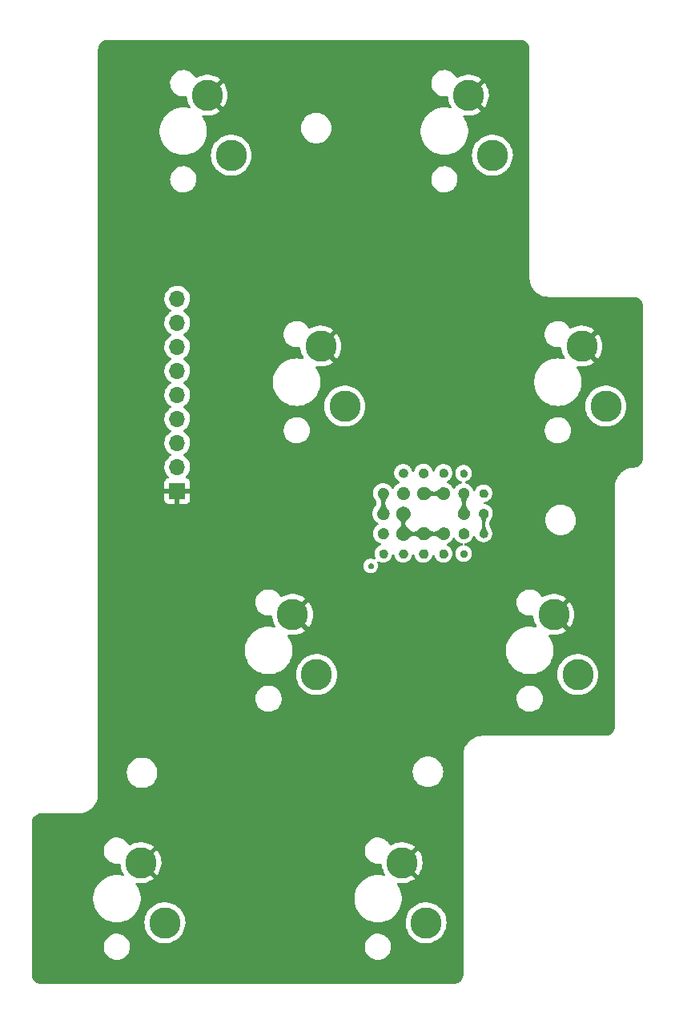
<source format=gbr>
%TF.GenerationSoftware,KiCad,Pcbnew,(6.0.7)*%
%TF.CreationDate,2023-01-05T19:35:34-06:00*%
%TF.ProjectId,OpenRectangle,4f70656e-5265-4637-9461-6e676c652e6b,rev?*%
%TF.SameCoordinates,Original*%
%TF.FileFunction,Copper,L1,Top*%
%TF.FilePolarity,Positive*%
%FSLAX46Y46*%
G04 Gerber Fmt 4.6, Leading zero omitted, Abs format (unit mm)*
G04 Created by KiCad (PCBNEW (6.0.7)) date 2023-01-05 19:35:34*
%MOMM*%
%LPD*%
G01*
G04 APERTURE LIST*
%TA.AperFunction,EtchedComponent*%
%ADD10C,0.010000*%
%TD*%
%TA.AperFunction,ComponentPad*%
%ADD11R,1.700000X1.700000*%
%TD*%
%TA.AperFunction,ComponentPad*%
%ADD12O,1.700000X1.700000*%
%TD*%
%TA.AperFunction,ComponentPad*%
%ADD13C,3.300000*%
%TD*%
G04 APERTURE END LIST*
%TO.C,H20*%
G36*
X250360420Y-73623345D02*
G01*
X250383933Y-73624465D01*
X250406134Y-73626334D01*
X250425481Y-73628895D01*
X250432414Y-73630169D01*
X250477450Y-73641838D01*
X250519966Y-73657829D01*
X250559765Y-73677948D01*
X250596653Y-73701999D01*
X250630433Y-73729787D01*
X250660910Y-73761119D01*
X250687888Y-73795798D01*
X250711172Y-73833630D01*
X250730564Y-73874420D01*
X250745870Y-73917974D01*
X250754126Y-73950360D01*
X250756060Y-73959839D01*
X250757518Y-73968682D01*
X250758564Y-73977853D01*
X250759266Y-73988317D01*
X250759690Y-74001039D01*
X250759901Y-74016983D01*
X250759965Y-74035450D01*
X250759931Y-74055131D01*
X250759743Y-74070712D01*
X250759335Y-74083169D01*
X250758639Y-74093482D01*
X250757589Y-74102629D01*
X250756118Y-74111587D01*
X250754158Y-74121335D01*
X250754057Y-74121810D01*
X250741957Y-74167147D01*
X250725634Y-74209885D01*
X250705234Y-74249835D01*
X250680903Y-74286810D01*
X250652789Y-74320620D01*
X250621038Y-74351079D01*
X250585796Y-74377997D01*
X250547211Y-74401186D01*
X250529477Y-74410035D01*
X250487643Y-74426958D01*
X250444451Y-74439200D01*
X250400346Y-74446800D01*
X250355772Y-74449796D01*
X250311177Y-74448225D01*
X250267005Y-74442127D01*
X250223702Y-74431537D01*
X250181713Y-74416496D01*
X250141484Y-74397040D01*
X250104189Y-74373723D01*
X250088589Y-74361669D01*
X250071366Y-74346562D01*
X250053702Y-74329583D01*
X250036780Y-74311914D01*
X250021781Y-74294737D01*
X250010321Y-74279855D01*
X249989649Y-74246905D01*
X249971626Y-74210931D01*
X249956821Y-74173308D01*
X249945802Y-74135405D01*
X249941183Y-74112743D01*
X249939048Y-74097713D01*
X249937211Y-74080311D01*
X249935757Y-74061903D01*
X249934770Y-74043856D01*
X249934336Y-74027535D01*
X249934538Y-74014305D01*
X249934828Y-74010050D01*
X249941102Y-73962514D01*
X249950922Y-73918422D01*
X249964444Y-73877431D01*
X249981824Y-73839199D01*
X250003221Y-73803385D01*
X250028791Y-73769646D01*
X250058690Y-73737641D01*
X250060760Y-73735639D01*
X250095150Y-73705979D01*
X250132022Y-73680749D01*
X250171358Y-73659959D01*
X250213139Y-73643616D01*
X250257345Y-73631730D01*
X250297403Y-73625066D01*
X250315614Y-73623587D01*
X250337133Y-73623033D01*
X250360420Y-73623345D01*
G37*
D10*
X250360420Y-73623345D02*
X250383933Y-73624465D01*
X250406134Y-73626334D01*
X250425481Y-73628895D01*
X250432414Y-73630169D01*
X250477450Y-73641838D01*
X250519966Y-73657829D01*
X250559765Y-73677948D01*
X250596653Y-73701999D01*
X250630433Y-73729787D01*
X250660910Y-73761119D01*
X250687888Y-73795798D01*
X250711172Y-73833630D01*
X250730564Y-73874420D01*
X250745870Y-73917974D01*
X250754126Y-73950360D01*
X250756060Y-73959839D01*
X250757518Y-73968682D01*
X250758564Y-73977853D01*
X250759266Y-73988317D01*
X250759690Y-74001039D01*
X250759901Y-74016983D01*
X250759965Y-74035450D01*
X250759931Y-74055131D01*
X250759743Y-74070712D01*
X250759335Y-74083169D01*
X250758639Y-74093482D01*
X250757589Y-74102629D01*
X250756118Y-74111587D01*
X250754158Y-74121335D01*
X250754057Y-74121810D01*
X250741957Y-74167147D01*
X250725634Y-74209885D01*
X250705234Y-74249835D01*
X250680903Y-74286810D01*
X250652789Y-74320620D01*
X250621038Y-74351079D01*
X250585796Y-74377997D01*
X250547211Y-74401186D01*
X250529477Y-74410035D01*
X250487643Y-74426958D01*
X250444451Y-74439200D01*
X250400346Y-74446800D01*
X250355772Y-74449796D01*
X250311177Y-74448225D01*
X250267005Y-74442127D01*
X250223702Y-74431537D01*
X250181713Y-74416496D01*
X250141484Y-74397040D01*
X250104189Y-74373723D01*
X250088589Y-74361669D01*
X250071366Y-74346562D01*
X250053702Y-74329583D01*
X250036780Y-74311914D01*
X250021781Y-74294737D01*
X250010321Y-74279855D01*
X249989649Y-74246905D01*
X249971626Y-74210931D01*
X249956821Y-74173308D01*
X249945802Y-74135405D01*
X249941183Y-74112743D01*
X249939048Y-74097713D01*
X249937211Y-74080311D01*
X249935757Y-74061903D01*
X249934770Y-74043856D01*
X249934336Y-74027535D01*
X249934538Y-74014305D01*
X249934828Y-74010050D01*
X249941102Y-73962514D01*
X249950922Y-73918422D01*
X249964444Y-73877431D01*
X249981824Y-73839199D01*
X250003221Y-73803385D01*
X250028791Y-73769646D01*
X250058690Y-73737641D01*
X250060760Y-73735639D01*
X250095150Y-73705979D01*
X250132022Y-73680749D01*
X250171358Y-73659959D01*
X250213139Y-73643616D01*
X250257345Y-73631730D01*
X250297403Y-73625066D01*
X250315614Y-73623587D01*
X250337133Y-73623033D01*
X250360420Y-73623345D01*
G36*
X250358754Y-75701212D02*
G01*
X250390097Y-75702777D01*
X250418095Y-75705676D01*
X250444373Y-75710185D01*
X250470557Y-75716581D01*
X250496972Y-75724706D01*
X250542469Y-75742465D01*
X250585258Y-75764407D01*
X250625130Y-75790290D01*
X250661875Y-75819874D01*
X250695283Y-75852916D01*
X250725146Y-75889178D01*
X250751253Y-75928416D01*
X250773395Y-75970391D01*
X250791362Y-76014860D01*
X250804945Y-76061585D01*
X250809785Y-76084418D01*
X250813138Y-76107245D01*
X250815444Y-76133390D01*
X250816662Y-76161193D01*
X250816747Y-76188991D01*
X250815658Y-76215123D01*
X250813673Y-76235585D01*
X250804845Y-76284587D01*
X250791586Y-76331119D01*
X250773846Y-76375283D01*
X250751575Y-76417183D01*
X250724721Y-76456922D01*
X250693234Y-76494604D01*
X250679534Y-76508919D01*
X250668058Y-76520679D01*
X250658458Y-76531139D01*
X250650222Y-76541095D01*
X250642836Y-76551347D01*
X250635784Y-76562690D01*
X250628552Y-76575923D01*
X250620627Y-76591843D01*
X250611493Y-76611249D01*
X250606344Y-76622440D01*
X250576694Y-76691412D01*
X250550867Y-76760701D01*
X250528677Y-76830998D01*
X250509938Y-76902997D01*
X250494466Y-76977388D01*
X250482074Y-77054863D01*
X250475123Y-77111390D01*
X250473904Y-77125754D01*
X250472861Y-77144316D01*
X250471998Y-77166285D01*
X250471319Y-77190867D01*
X250470828Y-77217272D01*
X250470528Y-77244705D01*
X250470424Y-77272376D01*
X250470519Y-77299492D01*
X250470817Y-77325261D01*
X250471321Y-77348890D01*
X250472036Y-77369587D01*
X250472966Y-77386561D01*
X250473753Y-77395870D01*
X250482086Y-77465732D01*
X250492214Y-77531633D01*
X250504345Y-77594438D01*
X250518690Y-77655012D01*
X250535459Y-77714221D01*
X250554863Y-77772930D01*
X250577112Y-77832005D01*
X250583576Y-77847990D01*
X250589132Y-77860905D01*
X250596379Y-77876785D01*
X250604959Y-77894929D01*
X250614519Y-77914636D01*
X250624702Y-77935208D01*
X250635153Y-77955943D01*
X250645517Y-77976141D01*
X250655438Y-77995102D01*
X250664561Y-78012127D01*
X250672531Y-78026514D01*
X250678991Y-78037565D01*
X250682861Y-78043570D01*
X250704478Y-78078644D01*
X250722556Y-78116786D01*
X250736897Y-78157237D01*
X250747305Y-78199238D01*
X250753582Y-78242033D01*
X250755531Y-78284861D01*
X250753979Y-78317165D01*
X250747513Y-78363956D01*
X250736831Y-78407963D01*
X250721865Y-78449335D01*
X250702548Y-78488219D01*
X250678812Y-78524764D01*
X250650589Y-78559117D01*
X250637025Y-78573285D01*
X250603243Y-78603535D01*
X250566774Y-78629533D01*
X250527851Y-78651184D01*
X250486704Y-78668395D01*
X250443565Y-78681072D01*
X250398664Y-78689121D01*
X250352234Y-78692449D01*
X250343076Y-78692540D01*
X250297301Y-78690142D01*
X250252954Y-78683083D01*
X250210313Y-78671559D01*
X250169659Y-78655769D01*
X250131270Y-78635910D01*
X250095425Y-78612179D01*
X250062403Y-78584775D01*
X250032484Y-78553896D01*
X250005946Y-78519738D01*
X249983069Y-78482501D01*
X249964131Y-78442381D01*
X249954937Y-78417493D01*
X249948635Y-78397771D01*
X249943762Y-78380273D01*
X249940143Y-78363822D01*
X249937608Y-78347238D01*
X249935983Y-78329347D01*
X249935096Y-78308969D01*
X249934775Y-78284927D01*
X249934764Y-78279790D01*
X249934801Y-78260036D01*
X249934995Y-78244408D01*
X249935408Y-78231951D01*
X249936105Y-78221710D01*
X249937150Y-78212732D01*
X249938605Y-78204062D01*
X249940406Y-78195337D01*
X249949425Y-78160931D01*
X249961157Y-78127041D01*
X249975112Y-78094806D01*
X249990798Y-78065368D01*
X250006857Y-78041030D01*
X250015818Y-78028683D01*
X250023779Y-78017055D01*
X250031326Y-78005167D01*
X250039046Y-77992043D01*
X250047528Y-77976705D01*
X250057357Y-77958174D01*
X250062102Y-77949064D01*
X250091296Y-77889410D01*
X250117187Y-77829197D01*
X250139926Y-77767878D01*
X250159664Y-77704907D01*
X250176551Y-77639738D01*
X250190738Y-77571824D01*
X250202376Y-77500620D01*
X250211615Y-77425579D01*
X250214419Y-77397140D01*
X250215783Y-77378892D01*
X250216909Y-77356804D01*
X250217793Y-77331778D01*
X250218431Y-77304714D01*
X250218817Y-77276515D01*
X250218947Y-77248082D01*
X250218817Y-77220315D01*
X250218422Y-77194117D01*
X250217757Y-77170389D01*
X250216818Y-77150032D01*
X250215751Y-77135520D01*
X250209484Y-77075123D01*
X250202296Y-77018982D01*
X250194034Y-76966332D01*
X250184546Y-76916408D01*
X250173678Y-76868443D01*
X250161279Y-76821673D01*
X250147195Y-76775332D01*
X250139077Y-76750922D01*
X250127506Y-76718240D01*
X250115887Y-76687963D01*
X250103512Y-76658388D01*
X250089670Y-76627807D01*
X250075515Y-76598310D01*
X250050608Y-76547510D01*
X250030306Y-76529433D01*
X249994914Y-76494615D01*
X249963723Y-76456997D01*
X249936834Y-76416776D01*
X249914344Y-76374146D01*
X249896353Y-76329306D01*
X249882962Y-76282452D01*
X249874268Y-76233779D01*
X249872443Y-76217310D01*
X249870875Y-76196922D01*
X249870273Y-76177959D01*
X249870640Y-76158465D01*
X249871977Y-76136485D01*
X249872520Y-76129680D01*
X249878972Y-76082240D01*
X249890229Y-76035965D01*
X249906081Y-75991210D01*
X249926317Y-75948332D01*
X249950728Y-75907686D01*
X249979102Y-75869627D01*
X250011231Y-75834513D01*
X250046903Y-75802699D01*
X250080010Y-75778413D01*
X250121359Y-75753821D01*
X250164713Y-75733883D01*
X250209983Y-75718623D01*
X250257085Y-75708064D01*
X250305933Y-75702232D01*
X250356439Y-75701149D01*
X250358754Y-75701212D01*
G37*
X250358754Y-75701212D02*
X250390097Y-75702777D01*
X250418095Y-75705676D01*
X250444373Y-75710185D01*
X250470557Y-75716581D01*
X250496972Y-75724706D01*
X250542469Y-75742465D01*
X250585258Y-75764407D01*
X250625130Y-75790290D01*
X250661875Y-75819874D01*
X250695283Y-75852916D01*
X250725146Y-75889178D01*
X250751253Y-75928416D01*
X250773395Y-75970391D01*
X250791362Y-76014860D01*
X250804945Y-76061585D01*
X250809785Y-76084418D01*
X250813138Y-76107245D01*
X250815444Y-76133390D01*
X250816662Y-76161193D01*
X250816747Y-76188991D01*
X250815658Y-76215123D01*
X250813673Y-76235585D01*
X250804845Y-76284587D01*
X250791586Y-76331119D01*
X250773846Y-76375283D01*
X250751575Y-76417183D01*
X250724721Y-76456922D01*
X250693234Y-76494604D01*
X250679534Y-76508919D01*
X250668058Y-76520679D01*
X250658458Y-76531139D01*
X250650222Y-76541095D01*
X250642836Y-76551347D01*
X250635784Y-76562690D01*
X250628552Y-76575923D01*
X250620627Y-76591843D01*
X250611493Y-76611249D01*
X250606344Y-76622440D01*
X250576694Y-76691412D01*
X250550867Y-76760701D01*
X250528677Y-76830998D01*
X250509938Y-76902997D01*
X250494466Y-76977388D01*
X250482074Y-77054863D01*
X250475123Y-77111390D01*
X250473904Y-77125754D01*
X250472861Y-77144316D01*
X250471998Y-77166285D01*
X250471319Y-77190867D01*
X250470828Y-77217272D01*
X250470528Y-77244705D01*
X250470424Y-77272376D01*
X250470519Y-77299492D01*
X250470817Y-77325261D01*
X250471321Y-77348890D01*
X250472036Y-77369587D01*
X250472966Y-77386561D01*
X250473753Y-77395870D01*
X250482086Y-77465732D01*
X250492214Y-77531633D01*
X250504345Y-77594438D01*
X250518690Y-77655012D01*
X250535459Y-77714221D01*
X250554863Y-77772930D01*
X250577112Y-77832005D01*
X250583576Y-77847990D01*
X250589132Y-77860905D01*
X250596379Y-77876785D01*
X250604959Y-77894929D01*
X250614519Y-77914636D01*
X250624702Y-77935208D01*
X250635153Y-77955943D01*
X250645517Y-77976141D01*
X250655438Y-77995102D01*
X250664561Y-78012127D01*
X250672531Y-78026514D01*
X250678991Y-78037565D01*
X250682861Y-78043570D01*
X250704478Y-78078644D01*
X250722556Y-78116786D01*
X250736897Y-78157237D01*
X250747305Y-78199238D01*
X250753582Y-78242033D01*
X250755531Y-78284861D01*
X250753979Y-78317165D01*
X250747513Y-78363956D01*
X250736831Y-78407963D01*
X250721865Y-78449335D01*
X250702548Y-78488219D01*
X250678812Y-78524764D01*
X250650589Y-78559117D01*
X250637025Y-78573285D01*
X250603243Y-78603535D01*
X250566774Y-78629533D01*
X250527851Y-78651184D01*
X250486704Y-78668395D01*
X250443565Y-78681072D01*
X250398664Y-78689121D01*
X250352234Y-78692449D01*
X250343076Y-78692540D01*
X250297301Y-78690142D01*
X250252954Y-78683083D01*
X250210313Y-78671559D01*
X250169659Y-78655769D01*
X250131270Y-78635910D01*
X250095425Y-78612179D01*
X250062403Y-78584775D01*
X250032484Y-78553896D01*
X250005946Y-78519738D01*
X249983069Y-78482501D01*
X249964131Y-78442381D01*
X249954937Y-78417493D01*
X249948635Y-78397771D01*
X249943762Y-78380273D01*
X249940143Y-78363822D01*
X249937608Y-78347238D01*
X249935983Y-78329347D01*
X249935096Y-78308969D01*
X249934775Y-78284927D01*
X249934764Y-78279790D01*
X249934801Y-78260036D01*
X249934995Y-78244408D01*
X249935408Y-78231951D01*
X249936105Y-78221710D01*
X249937150Y-78212732D01*
X249938605Y-78204062D01*
X249940406Y-78195337D01*
X249949425Y-78160931D01*
X249961157Y-78127041D01*
X249975112Y-78094806D01*
X249990798Y-78065368D01*
X250006857Y-78041030D01*
X250015818Y-78028683D01*
X250023779Y-78017055D01*
X250031326Y-78005167D01*
X250039046Y-77992043D01*
X250047528Y-77976705D01*
X250057357Y-77958174D01*
X250062102Y-77949064D01*
X250091296Y-77889410D01*
X250117187Y-77829197D01*
X250139926Y-77767878D01*
X250159664Y-77704907D01*
X250176551Y-77639738D01*
X250190738Y-77571824D01*
X250202376Y-77500620D01*
X250211615Y-77425579D01*
X250214419Y-77397140D01*
X250215783Y-77378892D01*
X250216909Y-77356804D01*
X250217793Y-77331778D01*
X250218431Y-77304714D01*
X250218817Y-77276515D01*
X250218947Y-77248082D01*
X250218817Y-77220315D01*
X250218422Y-77194117D01*
X250217757Y-77170389D01*
X250216818Y-77150032D01*
X250215751Y-77135520D01*
X250209484Y-77075123D01*
X250202296Y-77018982D01*
X250194034Y-76966332D01*
X250184546Y-76916408D01*
X250173678Y-76868443D01*
X250161279Y-76821673D01*
X250147195Y-76775332D01*
X250139077Y-76750922D01*
X250127506Y-76718240D01*
X250115887Y-76687963D01*
X250103512Y-76658388D01*
X250089670Y-76627807D01*
X250075515Y-76598310D01*
X250050608Y-76547510D01*
X250030306Y-76529433D01*
X249994914Y-76494615D01*
X249963723Y-76456997D01*
X249936834Y-76416776D01*
X249914344Y-76374146D01*
X249896353Y-76329306D01*
X249882962Y-76282452D01*
X249874268Y-76233779D01*
X249872443Y-76217310D01*
X249870875Y-76196922D01*
X249870273Y-76177959D01*
X249870640Y-76158465D01*
X249871977Y-76136485D01*
X249872520Y-76129680D01*
X249878972Y-76082240D01*
X249890229Y-76035965D01*
X249906081Y-75991210D01*
X249926317Y-75948332D01*
X249950728Y-75907686D01*
X249979102Y-75869627D01*
X250011231Y-75834513D01*
X250046903Y-75802699D01*
X250080010Y-75778413D01*
X250121359Y-75753821D01*
X250164713Y-75733883D01*
X250209983Y-75718623D01*
X250257085Y-75708064D01*
X250305933Y-75702232D01*
X250356439Y-75701149D01*
X250358754Y-75701212D01*
G36*
X248261015Y-80070635D02*
G01*
X248278994Y-80071173D01*
X248294227Y-80072255D01*
X248307877Y-80074033D01*
X248321108Y-80076656D01*
X248335084Y-80080277D01*
X248350884Y-80085021D01*
X248389353Y-80099617D01*
X248425430Y-80118424D01*
X248458790Y-80141124D01*
X248489103Y-80167400D01*
X248516043Y-80196935D01*
X248539283Y-80229409D01*
X248558494Y-80264506D01*
X248572840Y-80300360D01*
X248578934Y-80319456D01*
X248583519Y-80336032D01*
X248586796Y-80351422D01*
X248588967Y-80366962D01*
X248590232Y-80383984D01*
X248590795Y-80403824D01*
X248590879Y-80419740D01*
X248590594Y-80443704D01*
X248589655Y-80463886D01*
X248587878Y-80481558D01*
X248585080Y-80497996D01*
X248581079Y-80514475D01*
X248575692Y-80532268D01*
X248573983Y-80537441D01*
X248558347Y-80576338D01*
X248538396Y-80612675D01*
X248514293Y-80646183D01*
X248495843Y-80666978D01*
X248465993Y-80694763D01*
X248434007Y-80718241D01*
X248399502Y-80737621D01*
X248362094Y-80753113D01*
X248321400Y-80764924D01*
X248312466Y-80766943D01*
X248302912Y-80768712D01*
X248292462Y-80769991D01*
X248280135Y-80770844D01*
X248264945Y-80771332D01*
X248245912Y-80771519D01*
X248240394Y-80771525D01*
X248217711Y-80771321D01*
X248198813Y-80770585D01*
X248182417Y-80769127D01*
X248167239Y-80766755D01*
X248151998Y-80763281D01*
X248135409Y-80758512D01*
X248120608Y-80753738D01*
X248082658Y-80738505D01*
X248047289Y-80719063D01*
X248014763Y-80695723D01*
X247985343Y-80668794D01*
X247959290Y-80638589D01*
X247936868Y-80605417D01*
X247918339Y-80569589D01*
X247903965Y-80531416D01*
X247894008Y-80491209D01*
X247892715Y-80483838D01*
X247889068Y-80453680D01*
X247887631Y-80422272D01*
X247888522Y-80392352D01*
X247888702Y-80390054D01*
X247894604Y-80347575D01*
X247905033Y-80307115D01*
X247919769Y-80268924D01*
X247938598Y-80233252D01*
X247961302Y-80200349D01*
X247987664Y-80170465D01*
X248017468Y-80143851D01*
X248050496Y-80120755D01*
X248086532Y-80101429D01*
X248125360Y-80086122D01*
X248160673Y-80076396D01*
X248170635Y-80074303D01*
X248179838Y-80072763D01*
X248189356Y-80071693D01*
X248200267Y-80071014D01*
X248213646Y-80070643D01*
X248230569Y-80070501D01*
X248239124Y-80070490D01*
X248261015Y-80070635D01*
G37*
X248261015Y-80070635D02*
X248278994Y-80071173D01*
X248294227Y-80072255D01*
X248307877Y-80074033D01*
X248321108Y-80076656D01*
X248335084Y-80080277D01*
X248350884Y-80085021D01*
X248389353Y-80099617D01*
X248425430Y-80118424D01*
X248458790Y-80141124D01*
X248489103Y-80167400D01*
X248516043Y-80196935D01*
X248539283Y-80229409D01*
X248558494Y-80264506D01*
X248572840Y-80300360D01*
X248578934Y-80319456D01*
X248583519Y-80336032D01*
X248586796Y-80351422D01*
X248588967Y-80366962D01*
X248590232Y-80383984D01*
X248590795Y-80403824D01*
X248590879Y-80419740D01*
X248590594Y-80443704D01*
X248589655Y-80463886D01*
X248587878Y-80481558D01*
X248585080Y-80497996D01*
X248581079Y-80514475D01*
X248575692Y-80532268D01*
X248573983Y-80537441D01*
X248558347Y-80576338D01*
X248538396Y-80612675D01*
X248514293Y-80646183D01*
X248495843Y-80666978D01*
X248465993Y-80694763D01*
X248434007Y-80718241D01*
X248399502Y-80737621D01*
X248362094Y-80753113D01*
X248321400Y-80764924D01*
X248312466Y-80766943D01*
X248302912Y-80768712D01*
X248292462Y-80769991D01*
X248280135Y-80770844D01*
X248264945Y-80771332D01*
X248245912Y-80771519D01*
X248240394Y-80771525D01*
X248217711Y-80771321D01*
X248198813Y-80770585D01*
X248182417Y-80769127D01*
X248167239Y-80766755D01*
X248151998Y-80763281D01*
X248135409Y-80758512D01*
X248120608Y-80753738D01*
X248082658Y-80738505D01*
X248047289Y-80719063D01*
X248014763Y-80695723D01*
X247985343Y-80668794D01*
X247959290Y-80638589D01*
X247936868Y-80605417D01*
X247918339Y-80569589D01*
X247903965Y-80531416D01*
X247894008Y-80491209D01*
X247892715Y-80483838D01*
X247889068Y-80453680D01*
X247887631Y-80422272D01*
X247888522Y-80392352D01*
X247888702Y-80390054D01*
X247894604Y-80347575D01*
X247905033Y-80307115D01*
X247919769Y-80268924D01*
X247938598Y-80233252D01*
X247961302Y-80200349D01*
X247987664Y-80170465D01*
X248017468Y-80143851D01*
X248050496Y-80120755D01*
X248086532Y-80101429D01*
X248125360Y-80086122D01*
X248160673Y-80076396D01*
X248170635Y-80074303D01*
X248179838Y-80072763D01*
X248189356Y-80071693D01*
X248200267Y-80071014D01*
X248213646Y-80070643D01*
X248230569Y-80070501D01*
X248239124Y-80070490D01*
X248261015Y-80070635D01*
G36*
X248264630Y-71565897D02*
G01*
X248285067Y-71567326D01*
X248299117Y-71569173D01*
X248339856Y-71578706D01*
X248379094Y-71592904D01*
X248416440Y-71611476D01*
X248451504Y-71634132D01*
X248483896Y-71660578D01*
X248513225Y-71690524D01*
X248539100Y-71723679D01*
X248561132Y-71759750D01*
X248565372Y-71767943D01*
X248581738Y-71806152D01*
X248593508Y-71846008D01*
X248600639Y-71886951D01*
X248603089Y-71928421D01*
X248600816Y-71969861D01*
X248593776Y-72010709D01*
X248585811Y-72039202D01*
X248570131Y-72079241D01*
X248550262Y-72116582D01*
X248526451Y-72151008D01*
X248498940Y-72182301D01*
X248467976Y-72210246D01*
X248433802Y-72234624D01*
X248396664Y-72255220D01*
X248356806Y-72271816D01*
X248314472Y-72284196D01*
X248307704Y-72285723D01*
X248290724Y-72288417D01*
X248270185Y-72290117D01*
X248247506Y-72290834D01*
X248224109Y-72290580D01*
X248201414Y-72289368D01*
X248180841Y-72287208D01*
X248165671Y-72284545D01*
X248123552Y-72272590D01*
X248083763Y-72256133D01*
X248046430Y-72235248D01*
X248011682Y-72210007D01*
X247979647Y-72180483D01*
X247975081Y-72175687D01*
X247947352Y-72142421D01*
X247923912Y-72106535D01*
X247904905Y-72068307D01*
X247890478Y-72028016D01*
X247883476Y-72000145D01*
X247880968Y-71984966D01*
X247878998Y-71966630D01*
X247877632Y-71946629D01*
X247876933Y-71926452D01*
X247876966Y-71907589D01*
X247877797Y-71891532D01*
X247878486Y-71885340D01*
X247886877Y-71842742D01*
X247899778Y-71802043D01*
X247916943Y-71763536D01*
X247938127Y-71727514D01*
X247963085Y-71694272D01*
X247991572Y-71664103D01*
X248023343Y-71637301D01*
X248058152Y-71614160D01*
X248095753Y-71594973D01*
X248132444Y-71581118D01*
X248146533Y-71577049D01*
X248162429Y-71573093D01*
X248177217Y-71569960D01*
X248180517Y-71569369D01*
X248198519Y-71567128D01*
X248219665Y-71565801D01*
X248242266Y-71565389D01*
X248264630Y-71565897D01*
G37*
X248264630Y-71565897D02*
X248285067Y-71567326D01*
X248299117Y-71569173D01*
X248339856Y-71578706D01*
X248379094Y-71592904D01*
X248416440Y-71611476D01*
X248451504Y-71634132D01*
X248483896Y-71660578D01*
X248513225Y-71690524D01*
X248539100Y-71723679D01*
X248561132Y-71759750D01*
X248565372Y-71767943D01*
X248581738Y-71806152D01*
X248593508Y-71846008D01*
X248600639Y-71886951D01*
X248603089Y-71928421D01*
X248600816Y-71969861D01*
X248593776Y-72010709D01*
X248585811Y-72039202D01*
X248570131Y-72079241D01*
X248550262Y-72116582D01*
X248526451Y-72151008D01*
X248498940Y-72182301D01*
X248467976Y-72210246D01*
X248433802Y-72234624D01*
X248396664Y-72255220D01*
X248356806Y-72271816D01*
X248314472Y-72284196D01*
X248307704Y-72285723D01*
X248290724Y-72288417D01*
X248270185Y-72290117D01*
X248247506Y-72290834D01*
X248224109Y-72290580D01*
X248201414Y-72289368D01*
X248180841Y-72287208D01*
X248165671Y-72284545D01*
X248123552Y-72272590D01*
X248083763Y-72256133D01*
X248046430Y-72235248D01*
X248011682Y-72210007D01*
X247979647Y-72180483D01*
X247975081Y-72175687D01*
X247947352Y-72142421D01*
X247923912Y-72106535D01*
X247904905Y-72068307D01*
X247890478Y-72028016D01*
X247883476Y-72000145D01*
X247880968Y-71984966D01*
X247878998Y-71966630D01*
X247877632Y-71946629D01*
X247876933Y-71926452D01*
X247876966Y-71907589D01*
X247877797Y-71891532D01*
X247878486Y-71885340D01*
X247886877Y-71842742D01*
X247899778Y-71802043D01*
X247916943Y-71763536D01*
X247938127Y-71727514D01*
X247963085Y-71694272D01*
X247991572Y-71664103D01*
X248023343Y-71637301D01*
X248058152Y-71614160D01*
X248095753Y-71594973D01*
X248132444Y-71581118D01*
X248146533Y-71577049D01*
X248162429Y-71573093D01*
X248177217Y-71569960D01*
X248180517Y-71569369D01*
X248198519Y-71567128D01*
X248219665Y-71565801D01*
X248242266Y-71565389D01*
X248264630Y-71565897D01*
G36*
X248275699Y-77745086D02*
G01*
X248315324Y-77749299D01*
X248365663Y-77758970D01*
X248414150Y-77773187D01*
X248460569Y-77791702D01*
X248504703Y-77814264D01*
X248546333Y-77840622D01*
X248585243Y-77870527D01*
X248621214Y-77903729D01*
X248654030Y-77939976D01*
X248683472Y-77979020D01*
X248709323Y-78020609D01*
X248731366Y-78064493D01*
X248749383Y-78110423D01*
X248763157Y-78158147D01*
X248772469Y-78207417D01*
X248777104Y-78257981D01*
X248777604Y-78281060D01*
X248775317Y-78331406D01*
X248768381Y-78380306D01*
X248756688Y-78428215D01*
X248740130Y-78475589D01*
X248721409Y-78517280D01*
X248704460Y-78549340D01*
X248686748Y-78578200D01*
X248667300Y-78605214D01*
X248645147Y-78631736D01*
X248620678Y-78657741D01*
X248588434Y-78688261D01*
X248555660Y-78714702D01*
X248521052Y-78738008D01*
X248483308Y-78759122D01*
X248474074Y-78763753D01*
X248426361Y-78784463D01*
X248377558Y-78800282D01*
X248327946Y-78811210D01*
X248277808Y-78817246D01*
X248227425Y-78818392D01*
X248177081Y-78814646D01*
X248127056Y-78806009D01*
X248077632Y-78792481D01*
X248029092Y-78774062D01*
X248006714Y-78763741D01*
X247960682Y-78738525D01*
X247917805Y-78709483D01*
X247878264Y-78676866D01*
X247842242Y-78640926D01*
X247809921Y-78601916D01*
X247781483Y-78560088D01*
X247757110Y-78515694D01*
X247736984Y-78468985D01*
X247721288Y-78420215D01*
X247710204Y-78369636D01*
X247707092Y-78348874D01*
X247705081Y-78328041D01*
X247703905Y-78303922D01*
X247703560Y-78278204D01*
X247704044Y-78252579D01*
X247705355Y-78228734D01*
X247707274Y-78209940D01*
X247716348Y-78160950D01*
X247730223Y-78112726D01*
X247748630Y-78065761D01*
X247771298Y-78020544D01*
X247797958Y-77977566D01*
X247828337Y-77937320D01*
X247862167Y-77900294D01*
X247893655Y-77871536D01*
X247936001Y-77839236D01*
X247980321Y-77811524D01*
X248026401Y-77788462D01*
X248074026Y-77770113D01*
X248122983Y-77756539D01*
X248173057Y-77747802D01*
X248224034Y-77743963D01*
X248275699Y-77745086D01*
G37*
X248275699Y-77745086D02*
X248315324Y-77749299D01*
X248365663Y-77758970D01*
X248414150Y-77773187D01*
X248460569Y-77791702D01*
X248504703Y-77814264D01*
X248546333Y-77840622D01*
X248585243Y-77870527D01*
X248621214Y-77903729D01*
X248654030Y-77939976D01*
X248683472Y-77979020D01*
X248709323Y-78020609D01*
X248731366Y-78064493D01*
X248749383Y-78110423D01*
X248763157Y-78158147D01*
X248772469Y-78207417D01*
X248777104Y-78257981D01*
X248777604Y-78281060D01*
X248775317Y-78331406D01*
X248768381Y-78380306D01*
X248756688Y-78428215D01*
X248740130Y-78475589D01*
X248721409Y-78517280D01*
X248704460Y-78549340D01*
X248686748Y-78578200D01*
X248667300Y-78605214D01*
X248645147Y-78631736D01*
X248620678Y-78657741D01*
X248588434Y-78688261D01*
X248555660Y-78714702D01*
X248521052Y-78738008D01*
X248483308Y-78759122D01*
X248474074Y-78763753D01*
X248426361Y-78784463D01*
X248377558Y-78800282D01*
X248327946Y-78811210D01*
X248277808Y-78817246D01*
X248227425Y-78818392D01*
X248177081Y-78814646D01*
X248127056Y-78806009D01*
X248077632Y-78792481D01*
X248029092Y-78774062D01*
X248006714Y-78763741D01*
X247960682Y-78738525D01*
X247917805Y-78709483D01*
X247878264Y-78676866D01*
X247842242Y-78640926D01*
X247809921Y-78601916D01*
X247781483Y-78560088D01*
X247757110Y-78515694D01*
X247736984Y-78468985D01*
X247721288Y-78420215D01*
X247710204Y-78369636D01*
X247707092Y-78348874D01*
X247705081Y-78328041D01*
X247703905Y-78303922D01*
X247703560Y-78278204D01*
X247704044Y-78252579D01*
X247705355Y-78228734D01*
X247707274Y-78209940D01*
X247716348Y-78160950D01*
X247730223Y-78112726D01*
X247748630Y-78065761D01*
X247771298Y-78020544D01*
X247797958Y-77977566D01*
X247828337Y-77937320D01*
X247862167Y-77900294D01*
X247893655Y-77871536D01*
X247936001Y-77839236D01*
X247980321Y-77811524D01*
X248026401Y-77788462D01*
X248074026Y-77770113D01*
X248122983Y-77756539D01*
X248173057Y-77747802D01*
X248224034Y-77743963D01*
X248275699Y-77745086D01*
G36*
X248280242Y-73493398D02*
G01*
X248330331Y-73499792D01*
X248342627Y-73502128D01*
X248392369Y-73514672D01*
X248440099Y-73531602D01*
X248485611Y-73552653D01*
X248528700Y-73577558D01*
X248569160Y-73606052D01*
X248606785Y-73637869D01*
X248641370Y-73672743D01*
X248672708Y-73710407D01*
X248700594Y-73750596D01*
X248724822Y-73793043D01*
X248745186Y-73837483D01*
X248761480Y-73883650D01*
X248773499Y-73931276D01*
X248781037Y-73980098D01*
X248783888Y-74029848D01*
X248782604Y-74070868D01*
X248776449Y-74122755D01*
X248765503Y-74173068D01*
X248749747Y-74221849D01*
X248729162Y-74269140D01*
X248703731Y-74314981D01*
X248673434Y-74359413D01*
X248638254Y-74402478D01*
X248629588Y-74412066D01*
X248616229Y-74427829D01*
X248601442Y-74447464D01*
X248585744Y-74470149D01*
X248569651Y-74495061D01*
X248553678Y-74521380D01*
X248538343Y-74548282D01*
X248524160Y-74574947D01*
X248512809Y-74598060D01*
X248485570Y-74661736D01*
X248462269Y-74728061D01*
X248443160Y-74796187D01*
X248428498Y-74865265D01*
X248423408Y-74896510D01*
X248418084Y-74937377D01*
X248414107Y-74978197D01*
X248411536Y-75017915D01*
X248410430Y-75055476D01*
X248410848Y-75089824D01*
X248411687Y-75106060D01*
X248418120Y-75176839D01*
X248427669Y-75244025D01*
X248440468Y-75308136D01*
X248456650Y-75369688D01*
X248476349Y-75429201D01*
X248499698Y-75487192D01*
X248522064Y-75534779D01*
X248547557Y-75583035D01*
X248573564Y-75626862D01*
X248600529Y-75666910D01*
X248628899Y-75703831D01*
X248659122Y-75738274D01*
X248668351Y-75747947D01*
X248705534Y-75789193D01*
X248737940Y-75831546D01*
X248765810Y-75875352D01*
X248786623Y-75915050D01*
X248808320Y-75966453D01*
X248825068Y-76018844D01*
X248836856Y-76072016D01*
X248843672Y-76125759D01*
X248845505Y-76179866D01*
X248842344Y-76234129D01*
X248834177Y-76288339D01*
X248820992Y-76342289D01*
X248811803Y-76371178D01*
X248804458Y-76390456D01*
X248794904Y-76412459D01*
X248783851Y-76435752D01*
X248772007Y-76458901D01*
X248760083Y-76480473D01*
X248748787Y-76499034D01*
X248747818Y-76500520D01*
X248715669Y-76545013D01*
X248679906Y-76586301D01*
X248640853Y-76624159D01*
X248598838Y-76658364D01*
X248554186Y-76688693D01*
X248507224Y-76714921D01*
X248458278Y-76736827D01*
X248407675Y-76754186D01*
X248360488Y-76765837D01*
X248337346Y-76770192D01*
X248316351Y-76773362D01*
X248295871Y-76775502D01*
X248274272Y-76776766D01*
X248249923Y-76777309D01*
X248238723Y-76777359D01*
X248202770Y-76776559D01*
X248169716Y-76773966D01*
X248137623Y-76769343D01*
X248104553Y-76762455D01*
X248092599Y-76759518D01*
X248039953Y-76743584D01*
X247989550Y-76723221D01*
X247941596Y-76698657D01*
X247896300Y-76670118D01*
X247853870Y-76637832D01*
X247814514Y-76602026D01*
X247778441Y-76562925D01*
X247745858Y-76520759D01*
X247716973Y-76475752D01*
X247691995Y-76428132D01*
X247671132Y-76378127D01*
X247654591Y-76325962D01*
X247642582Y-76271866D01*
X247641933Y-76268110D01*
X247639384Y-76249067D01*
X247637445Y-76226381D01*
X247636146Y-76201437D01*
X247635514Y-76175620D01*
X247635581Y-76150316D01*
X247636374Y-76126910D01*
X247637923Y-76106787D01*
X247638437Y-76102394D01*
X247647932Y-76047516D01*
X247662207Y-75994140D01*
X247681134Y-75942534D01*
X247704586Y-75892964D01*
X247732437Y-75845697D01*
X247764558Y-75800999D01*
X247800823Y-75759139D01*
X247803535Y-75756300D01*
X247827499Y-75729528D01*
X247852134Y-75698521D01*
X247876960Y-75663993D01*
X247901499Y-75626656D01*
X247925273Y-75587225D01*
X247947801Y-75546411D01*
X247958723Y-75525160D01*
X247988303Y-75461300D01*
X248013229Y-75396924D01*
X248033696Y-75331380D01*
X248049899Y-75264016D01*
X248062032Y-75194180D01*
X248065597Y-75167020D01*
X248067460Y-75147215D01*
X248068848Y-75123533D01*
X248069761Y-75097103D01*
X248070200Y-75069059D01*
X248070164Y-75040532D01*
X248069655Y-75012655D01*
X248068673Y-74986559D01*
X248067217Y-74963377D01*
X248065516Y-74946040D01*
X248054004Y-74871821D01*
X248037850Y-74799588D01*
X248017010Y-74729226D01*
X247991441Y-74660618D01*
X247961096Y-74593650D01*
X247925932Y-74528206D01*
X247885905Y-74464169D01*
X247872435Y-74444491D01*
X247863043Y-74431340D01*
X247853156Y-74417987D01*
X247843784Y-74405763D01*
X247835934Y-74396003D01*
X247833973Y-74393691D01*
X247809109Y-74363325D01*
X247787705Y-74333480D01*
X247768646Y-74302466D01*
X247750817Y-74268592D01*
X247748995Y-74264850D01*
X247728442Y-74216728D01*
X247712858Y-74167770D01*
X247702242Y-74118193D01*
X247696593Y-74068212D01*
X247695909Y-74018045D01*
X247700189Y-73967906D01*
X247709434Y-73918014D01*
X247723640Y-73868583D01*
X247742808Y-73819831D01*
X247751274Y-73801770D01*
X247776333Y-73756073D01*
X247805065Y-73713499D01*
X247837179Y-73674193D01*
X247872384Y-73638303D01*
X247910388Y-73605978D01*
X247950901Y-73577364D01*
X247993630Y-73552610D01*
X248038285Y-73531862D01*
X248084573Y-73515270D01*
X248132205Y-73502979D01*
X248180888Y-73495139D01*
X248230331Y-73491896D01*
X248280242Y-73493398D01*
G37*
X248280242Y-73493398D02*
X248330331Y-73499792D01*
X248342627Y-73502128D01*
X248392369Y-73514672D01*
X248440099Y-73531602D01*
X248485611Y-73552653D01*
X248528700Y-73577558D01*
X248569160Y-73606052D01*
X248606785Y-73637869D01*
X248641370Y-73672743D01*
X248672708Y-73710407D01*
X248700594Y-73750596D01*
X248724822Y-73793043D01*
X248745186Y-73837483D01*
X248761480Y-73883650D01*
X248773499Y-73931276D01*
X248781037Y-73980098D01*
X248783888Y-74029848D01*
X248782604Y-74070868D01*
X248776449Y-74122755D01*
X248765503Y-74173068D01*
X248749747Y-74221849D01*
X248729162Y-74269140D01*
X248703731Y-74314981D01*
X248673434Y-74359413D01*
X248638254Y-74402478D01*
X248629588Y-74412066D01*
X248616229Y-74427829D01*
X248601442Y-74447464D01*
X248585744Y-74470149D01*
X248569651Y-74495061D01*
X248553678Y-74521380D01*
X248538343Y-74548282D01*
X248524160Y-74574947D01*
X248512809Y-74598060D01*
X248485570Y-74661736D01*
X248462269Y-74728061D01*
X248443160Y-74796187D01*
X248428498Y-74865265D01*
X248423408Y-74896510D01*
X248418084Y-74937377D01*
X248414107Y-74978197D01*
X248411536Y-75017915D01*
X248410430Y-75055476D01*
X248410848Y-75089824D01*
X248411687Y-75106060D01*
X248418120Y-75176839D01*
X248427669Y-75244025D01*
X248440468Y-75308136D01*
X248456650Y-75369688D01*
X248476349Y-75429201D01*
X248499698Y-75487192D01*
X248522064Y-75534779D01*
X248547557Y-75583035D01*
X248573564Y-75626862D01*
X248600529Y-75666910D01*
X248628899Y-75703831D01*
X248659122Y-75738274D01*
X248668351Y-75747947D01*
X248705534Y-75789193D01*
X248737940Y-75831546D01*
X248765810Y-75875352D01*
X248786623Y-75915050D01*
X248808320Y-75966453D01*
X248825068Y-76018844D01*
X248836856Y-76072016D01*
X248843672Y-76125759D01*
X248845505Y-76179866D01*
X248842344Y-76234129D01*
X248834177Y-76288339D01*
X248820992Y-76342289D01*
X248811803Y-76371178D01*
X248804458Y-76390456D01*
X248794904Y-76412459D01*
X248783851Y-76435752D01*
X248772007Y-76458901D01*
X248760083Y-76480473D01*
X248748787Y-76499034D01*
X248747818Y-76500520D01*
X248715669Y-76545013D01*
X248679906Y-76586301D01*
X248640853Y-76624159D01*
X248598838Y-76658364D01*
X248554186Y-76688693D01*
X248507224Y-76714921D01*
X248458278Y-76736827D01*
X248407675Y-76754186D01*
X248360488Y-76765837D01*
X248337346Y-76770192D01*
X248316351Y-76773362D01*
X248295871Y-76775502D01*
X248274272Y-76776766D01*
X248249923Y-76777309D01*
X248238723Y-76777359D01*
X248202770Y-76776559D01*
X248169716Y-76773966D01*
X248137623Y-76769343D01*
X248104553Y-76762455D01*
X248092599Y-76759518D01*
X248039953Y-76743584D01*
X247989550Y-76723221D01*
X247941596Y-76698657D01*
X247896300Y-76670118D01*
X247853870Y-76637832D01*
X247814514Y-76602026D01*
X247778441Y-76562925D01*
X247745858Y-76520759D01*
X247716973Y-76475752D01*
X247691995Y-76428132D01*
X247671132Y-76378127D01*
X247654591Y-76325962D01*
X247642582Y-76271866D01*
X247641933Y-76268110D01*
X247639384Y-76249067D01*
X247637445Y-76226381D01*
X247636146Y-76201437D01*
X247635514Y-76175620D01*
X247635581Y-76150316D01*
X247636374Y-76126910D01*
X247637923Y-76106787D01*
X247638437Y-76102394D01*
X247647932Y-76047516D01*
X247662207Y-75994140D01*
X247681134Y-75942534D01*
X247704586Y-75892964D01*
X247732437Y-75845697D01*
X247764558Y-75800999D01*
X247800823Y-75759139D01*
X247803535Y-75756300D01*
X247827499Y-75729528D01*
X247852134Y-75698521D01*
X247876960Y-75663993D01*
X247901499Y-75626656D01*
X247925273Y-75587225D01*
X247947801Y-75546411D01*
X247958723Y-75525160D01*
X247988303Y-75461300D01*
X248013229Y-75396924D01*
X248033696Y-75331380D01*
X248049899Y-75264016D01*
X248062032Y-75194180D01*
X248065597Y-75167020D01*
X248067460Y-75147215D01*
X248068848Y-75123533D01*
X248069761Y-75097103D01*
X248070200Y-75069059D01*
X248070164Y-75040532D01*
X248069655Y-75012655D01*
X248068673Y-74986559D01*
X248067217Y-74963377D01*
X248065516Y-74946040D01*
X248054004Y-74871821D01*
X248037850Y-74799588D01*
X248017010Y-74729226D01*
X247991441Y-74660618D01*
X247961096Y-74593650D01*
X247925932Y-74528206D01*
X247885905Y-74464169D01*
X247872435Y-74444491D01*
X247863043Y-74431340D01*
X247853156Y-74417987D01*
X247843784Y-74405763D01*
X247835934Y-74396003D01*
X247833973Y-74393691D01*
X247809109Y-74363325D01*
X247787705Y-74333480D01*
X247768646Y-74302466D01*
X247750817Y-74268592D01*
X247748995Y-74264850D01*
X247728442Y-74216728D01*
X247712858Y-74167770D01*
X247702242Y-74118193D01*
X247696593Y-74068212D01*
X247695909Y-74018045D01*
X247700189Y-73967906D01*
X247709434Y-73918014D01*
X247723640Y-73868583D01*
X247742808Y-73819831D01*
X247751274Y-73801770D01*
X247776333Y-73756073D01*
X247805065Y-73713499D01*
X247837179Y-73674193D01*
X247872384Y-73638303D01*
X247910388Y-73605978D01*
X247950901Y-73577364D01*
X247993630Y-73552610D01*
X248038285Y-73531862D01*
X248084573Y-73515270D01*
X248132205Y-73502979D01*
X248180888Y-73495139D01*
X248230331Y-73491896D01*
X248280242Y-73493398D01*
G36*
X246144290Y-79990771D02*
G01*
X246188903Y-79997574D01*
X246232602Y-80009020D01*
X246274980Y-80025013D01*
X246315633Y-80045454D01*
X246354157Y-80070248D01*
X246376034Y-80087134D01*
X246411210Y-80119305D01*
X246442193Y-80154344D01*
X246468979Y-80192242D01*
X246491563Y-80232994D01*
X246509940Y-80276589D01*
X246524105Y-80323021D01*
X246526601Y-80333380D01*
X246528798Y-80343265D01*
X246530459Y-80351926D01*
X246531658Y-80360333D01*
X246532469Y-80369456D01*
X246532968Y-80380265D01*
X246533229Y-80393730D01*
X246533326Y-80410820D01*
X246533337Y-80421010D01*
X246533287Y-80440753D01*
X246533084Y-80456361D01*
X246532665Y-80468780D01*
X246531966Y-80478953D01*
X246530923Y-80487827D01*
X246529474Y-80496345D01*
X246527692Y-80504830D01*
X246515059Y-80551315D01*
X246498502Y-80594683D01*
X246477852Y-80635234D01*
X246452943Y-80673271D01*
X246423605Y-80709094D01*
X246401076Y-80732308D01*
X246378439Y-80753091D01*
X246356691Y-80770570D01*
X246334240Y-80785873D01*
X246309494Y-80800129D01*
X246294478Y-80807858D01*
X246251407Y-80826555D01*
X246207454Y-80840346D01*
X246162920Y-80849264D01*
X246118111Y-80853342D01*
X246073329Y-80852612D01*
X246028878Y-80847110D01*
X245985062Y-80836866D01*
X245942184Y-80821915D01*
X245900548Y-80802290D01*
X245860457Y-80778023D01*
X245832362Y-80757413D01*
X245824884Y-80751037D01*
X245815077Y-80742026D01*
X245804078Y-80731458D01*
X245793025Y-80720409D01*
X245790184Y-80717487D01*
X245760075Y-80682695D01*
X245733894Y-80644818D01*
X245711827Y-80604208D01*
X245694061Y-80561217D01*
X245680780Y-80516195D01*
X245678632Y-80506763D01*
X245676579Y-80496152D01*
X245675038Y-80485198D01*
X245673922Y-80472839D01*
X245673147Y-80458011D01*
X245672627Y-80439649D01*
X245672453Y-80429900D01*
X245672260Y-80413647D01*
X245672195Y-80398698D01*
X245672254Y-80385956D01*
X245672430Y-80376326D01*
X245672720Y-80370712D01*
X245672782Y-80370210D01*
X245679929Y-80331358D01*
X245689438Y-80295636D01*
X245701799Y-80261451D01*
X245715854Y-80230510D01*
X245729912Y-80204121D01*
X245744877Y-80180249D01*
X245761692Y-80157601D01*
X245781303Y-80134882D01*
X245799399Y-80116026D01*
X245834404Y-80084196D01*
X245871440Y-80056997D01*
X245910678Y-80034336D01*
X245952288Y-80016116D01*
X245996440Y-80002244D01*
X246009004Y-79999189D01*
X246053935Y-79991481D01*
X246099165Y-79988707D01*
X246144290Y-79990771D01*
G37*
X246144290Y-79990771D02*
X246188903Y-79997574D01*
X246232602Y-80009020D01*
X246274980Y-80025013D01*
X246315633Y-80045454D01*
X246354157Y-80070248D01*
X246376034Y-80087134D01*
X246411210Y-80119305D01*
X246442193Y-80154344D01*
X246468979Y-80192242D01*
X246491563Y-80232994D01*
X246509940Y-80276589D01*
X246524105Y-80323021D01*
X246526601Y-80333380D01*
X246528798Y-80343265D01*
X246530459Y-80351926D01*
X246531658Y-80360333D01*
X246532469Y-80369456D01*
X246532968Y-80380265D01*
X246533229Y-80393730D01*
X246533326Y-80410820D01*
X246533337Y-80421010D01*
X246533287Y-80440753D01*
X246533084Y-80456361D01*
X246532665Y-80468780D01*
X246531966Y-80478953D01*
X246530923Y-80487827D01*
X246529474Y-80496345D01*
X246527692Y-80504830D01*
X246515059Y-80551315D01*
X246498502Y-80594683D01*
X246477852Y-80635234D01*
X246452943Y-80673271D01*
X246423605Y-80709094D01*
X246401076Y-80732308D01*
X246378439Y-80753091D01*
X246356691Y-80770570D01*
X246334240Y-80785873D01*
X246309494Y-80800129D01*
X246294478Y-80807858D01*
X246251407Y-80826555D01*
X246207454Y-80840346D01*
X246162920Y-80849264D01*
X246118111Y-80853342D01*
X246073329Y-80852612D01*
X246028878Y-80847110D01*
X245985062Y-80836866D01*
X245942184Y-80821915D01*
X245900548Y-80802290D01*
X245860457Y-80778023D01*
X245832362Y-80757413D01*
X245824884Y-80751037D01*
X245815077Y-80742026D01*
X245804078Y-80731458D01*
X245793025Y-80720409D01*
X245790184Y-80717487D01*
X245760075Y-80682695D01*
X245733894Y-80644818D01*
X245711827Y-80604208D01*
X245694061Y-80561217D01*
X245680780Y-80516195D01*
X245678632Y-80506763D01*
X245676579Y-80496152D01*
X245675038Y-80485198D01*
X245673922Y-80472839D01*
X245673147Y-80458011D01*
X245672627Y-80439649D01*
X245672453Y-80429900D01*
X245672260Y-80413647D01*
X245672195Y-80398698D01*
X245672254Y-80385956D01*
X245672430Y-80376326D01*
X245672720Y-80370712D01*
X245672782Y-80370210D01*
X245679929Y-80331358D01*
X245689438Y-80295636D01*
X245701799Y-80261451D01*
X245715854Y-80230510D01*
X245729912Y-80204121D01*
X245744877Y-80180249D01*
X245761692Y-80157601D01*
X245781303Y-80134882D01*
X245799399Y-80116026D01*
X245834404Y-80084196D01*
X245871440Y-80056997D01*
X245910678Y-80034336D01*
X245952288Y-80016116D01*
X245996440Y-80002244D01*
X246009004Y-79999189D01*
X246053935Y-79991481D01*
X246099165Y-79988707D01*
X246144290Y-79990771D01*
G36*
X246135108Y-71465026D02*
G01*
X246182817Y-71470941D01*
X246193154Y-71472877D01*
X246224329Y-71480724D01*
X246257115Y-71491975D01*
X246290050Y-71505991D01*
X246321667Y-71522135D01*
X246350503Y-71539768D01*
X246356984Y-71544248D01*
X246373754Y-71557256D01*
X246392085Y-71573362D01*
X246410798Y-71591387D01*
X246428715Y-71610152D01*
X246444658Y-71628476D01*
X246456648Y-71644040D01*
X246479921Y-71680938D01*
X246499929Y-71721184D01*
X246516321Y-71763964D01*
X246528746Y-71808465D01*
X246530049Y-71814325D01*
X246531976Y-71823838D01*
X246533429Y-71832781D01*
X246534475Y-71842122D01*
X246535181Y-71852827D01*
X246535614Y-71865860D01*
X246535841Y-71882189D01*
X246535920Y-71899310D01*
X246535878Y-71920496D01*
X246535609Y-71937502D01*
X246535067Y-71951225D01*
X246534202Y-71962561D01*
X246532965Y-71972406D01*
X246531523Y-71980590D01*
X246519918Y-72026640D01*
X246503864Y-72070589D01*
X246483550Y-72112161D01*
X246459163Y-72151079D01*
X246430893Y-72187067D01*
X246398928Y-72219849D01*
X246363456Y-72249148D01*
X246335394Y-72268216D01*
X246295033Y-72290451D01*
X246252790Y-72308181D01*
X246209102Y-72321382D01*
X246164404Y-72330027D01*
X246119131Y-72334091D01*
X246073719Y-72333549D01*
X246028604Y-72328373D01*
X245984221Y-72318539D01*
X245941006Y-72304021D01*
X245915809Y-72293046D01*
X245874198Y-72270542D01*
X245835861Y-72244229D01*
X245800962Y-72214319D01*
X245769665Y-72181021D01*
X245742134Y-72144544D01*
X245718534Y-72105099D01*
X245699028Y-72062893D01*
X245683782Y-72018139D01*
X245676054Y-71986940D01*
X245673474Y-71971147D01*
X245671474Y-71951585D01*
X245670081Y-71929535D01*
X245669324Y-71906277D01*
X245669230Y-71883093D01*
X245669827Y-71861264D01*
X245671142Y-71842070D01*
X245672638Y-71830046D01*
X245682428Y-71784499D01*
X245696803Y-71740746D01*
X245715538Y-71699094D01*
X245738408Y-71659849D01*
X245765191Y-71623318D01*
X245795660Y-71589809D01*
X245829591Y-71559629D01*
X245866760Y-71533084D01*
X245906134Y-71510880D01*
X245950326Y-71491695D01*
X245995417Y-71477504D01*
X246041310Y-71468320D01*
X246087907Y-71464157D01*
X246135108Y-71465026D01*
G37*
X246135108Y-71465026D02*
X246182817Y-71470941D01*
X246193154Y-71472877D01*
X246224329Y-71480724D01*
X246257115Y-71491975D01*
X246290050Y-71505991D01*
X246321667Y-71522135D01*
X246350503Y-71539768D01*
X246356984Y-71544248D01*
X246373754Y-71557256D01*
X246392085Y-71573362D01*
X246410798Y-71591387D01*
X246428715Y-71610152D01*
X246444658Y-71628476D01*
X246456648Y-71644040D01*
X246479921Y-71680938D01*
X246499929Y-71721184D01*
X246516321Y-71763964D01*
X246528746Y-71808465D01*
X246530049Y-71814325D01*
X246531976Y-71823838D01*
X246533429Y-71832781D01*
X246534475Y-71842122D01*
X246535181Y-71852827D01*
X246535614Y-71865860D01*
X246535841Y-71882189D01*
X246535920Y-71899310D01*
X246535878Y-71920496D01*
X246535609Y-71937502D01*
X246535067Y-71951225D01*
X246534202Y-71962561D01*
X246532965Y-71972406D01*
X246531523Y-71980590D01*
X246519918Y-72026640D01*
X246503864Y-72070589D01*
X246483550Y-72112161D01*
X246459163Y-72151079D01*
X246430893Y-72187067D01*
X246398928Y-72219849D01*
X246363456Y-72249148D01*
X246335394Y-72268216D01*
X246295033Y-72290451D01*
X246252790Y-72308181D01*
X246209102Y-72321382D01*
X246164404Y-72330027D01*
X246119131Y-72334091D01*
X246073719Y-72333549D01*
X246028604Y-72328373D01*
X245984221Y-72318539D01*
X245941006Y-72304021D01*
X245915809Y-72293046D01*
X245874198Y-72270542D01*
X245835861Y-72244229D01*
X245800962Y-72214319D01*
X245769665Y-72181021D01*
X245742134Y-72144544D01*
X245718534Y-72105099D01*
X245699028Y-72062893D01*
X245683782Y-72018139D01*
X245676054Y-71986940D01*
X245673474Y-71971147D01*
X245671474Y-71951585D01*
X245670081Y-71929535D01*
X245669324Y-71906277D01*
X245669230Y-71883093D01*
X245669827Y-71861264D01*
X245671142Y-71842070D01*
X245672638Y-71830046D01*
X245682428Y-71784499D01*
X245696803Y-71740746D01*
X245715538Y-71699094D01*
X245738408Y-71659849D01*
X245765191Y-71623318D01*
X245795660Y-71589809D01*
X245829591Y-71559629D01*
X245866760Y-71533084D01*
X245906134Y-71510880D01*
X245950326Y-71491695D01*
X245995417Y-71477504D01*
X246041310Y-71468320D01*
X246087907Y-71464157D01*
X246135108Y-71465026D01*
G36*
X244060313Y-79963961D02*
G01*
X244107103Y-79973366D01*
X244133214Y-79980850D01*
X244150951Y-79987310D01*
X244171396Y-79996097D01*
X244193173Y-80006515D01*
X244214909Y-80017870D01*
X244235227Y-80029465D01*
X244252753Y-80040606D01*
X244256404Y-80043145D01*
X244270492Y-80054043D01*
X244286672Y-80068034D01*
X244303980Y-80084154D01*
X244321452Y-80101438D01*
X244338123Y-80118921D01*
X244353028Y-80135639D01*
X244365203Y-80150628D01*
X244368849Y-80155580D01*
X244378728Y-80170652D01*
X244389494Y-80189048D01*
X244400468Y-80209432D01*
X244410975Y-80230469D01*
X244420338Y-80250825D01*
X244427880Y-80269163D01*
X244431291Y-80278770D01*
X244443755Y-80324980D01*
X244451206Y-80371645D01*
X244453645Y-80418506D01*
X244451072Y-80465306D01*
X244443485Y-80511789D01*
X244431714Y-80555173D01*
X244414518Y-80599994D01*
X244393020Y-80642378D01*
X244367502Y-80682081D01*
X244338245Y-80718856D01*
X244305532Y-80752458D01*
X244269643Y-80782642D01*
X244230861Y-80809161D01*
X244189466Y-80831770D01*
X244145741Y-80850225D01*
X244099968Y-80864278D01*
X244069714Y-80870851D01*
X244053662Y-80873054D01*
X244034030Y-80874600D01*
X244012126Y-80875486D01*
X243989257Y-80875712D01*
X243966729Y-80875275D01*
X243945850Y-80874174D01*
X243927927Y-80872408D01*
X243919256Y-80871050D01*
X243871391Y-80859527D01*
X243825617Y-80843453D01*
X243782170Y-80823006D01*
X243741283Y-80798364D01*
X243703192Y-80769704D01*
X243668132Y-80737205D01*
X243636338Y-80701043D01*
X243608044Y-80661398D01*
X243583486Y-80618447D01*
X243582230Y-80615956D01*
X243565439Y-80577593D01*
X243552130Y-80536950D01*
X243542498Y-80495027D01*
X243536733Y-80452824D01*
X243535028Y-80411342D01*
X243536740Y-80379100D01*
X243543957Y-80331728D01*
X243555958Y-80285636D01*
X243572530Y-80241173D01*
X243593464Y-80198686D01*
X243618547Y-80158524D01*
X243647571Y-80121037D01*
X243680322Y-80086573D01*
X243716591Y-80055480D01*
X243744594Y-80035488D01*
X243786463Y-80010829D01*
X243829879Y-79990917D01*
X243874559Y-79975793D01*
X243920224Y-79965496D01*
X243966592Y-79960065D01*
X244013382Y-79959540D01*
X244060313Y-79963961D01*
G37*
X244060313Y-79963961D02*
X244107103Y-79973366D01*
X244133214Y-79980850D01*
X244150951Y-79987310D01*
X244171396Y-79996097D01*
X244193173Y-80006515D01*
X244214909Y-80017870D01*
X244235227Y-80029465D01*
X244252753Y-80040606D01*
X244256404Y-80043145D01*
X244270492Y-80054043D01*
X244286672Y-80068034D01*
X244303980Y-80084154D01*
X244321452Y-80101438D01*
X244338123Y-80118921D01*
X244353028Y-80135639D01*
X244365203Y-80150628D01*
X244368849Y-80155580D01*
X244378728Y-80170652D01*
X244389494Y-80189048D01*
X244400468Y-80209432D01*
X244410975Y-80230469D01*
X244420338Y-80250825D01*
X244427880Y-80269163D01*
X244431291Y-80278770D01*
X244443755Y-80324980D01*
X244451206Y-80371645D01*
X244453645Y-80418506D01*
X244451072Y-80465306D01*
X244443485Y-80511789D01*
X244431714Y-80555173D01*
X244414518Y-80599994D01*
X244393020Y-80642378D01*
X244367502Y-80682081D01*
X244338245Y-80718856D01*
X244305532Y-80752458D01*
X244269643Y-80782642D01*
X244230861Y-80809161D01*
X244189466Y-80831770D01*
X244145741Y-80850225D01*
X244099968Y-80864278D01*
X244069714Y-80870851D01*
X244053662Y-80873054D01*
X244034030Y-80874600D01*
X244012126Y-80875486D01*
X243989257Y-80875712D01*
X243966729Y-80875275D01*
X243945850Y-80874174D01*
X243927927Y-80872408D01*
X243919256Y-80871050D01*
X243871391Y-80859527D01*
X243825617Y-80843453D01*
X243782170Y-80823006D01*
X243741283Y-80798364D01*
X243703192Y-80769704D01*
X243668132Y-80737205D01*
X243636338Y-80701043D01*
X243608044Y-80661398D01*
X243583486Y-80618447D01*
X243582230Y-80615956D01*
X243565439Y-80577593D01*
X243552130Y-80536950D01*
X243542498Y-80495027D01*
X243536733Y-80452824D01*
X243535028Y-80411342D01*
X243536740Y-80379100D01*
X243543957Y-80331728D01*
X243555958Y-80285636D01*
X243572530Y-80241173D01*
X243593464Y-80198686D01*
X243618547Y-80158524D01*
X243647571Y-80121037D01*
X243680322Y-80086573D01*
X243716591Y-80055480D01*
X243744594Y-80035488D01*
X243786463Y-80010829D01*
X243829879Y-79990917D01*
X243874559Y-79975793D01*
X243920224Y-79965496D01*
X243966592Y-79960065D01*
X244013382Y-79959540D01*
X244060313Y-79963961D01*
G36*
X244061625Y-71441030D02*
G01*
X244107898Y-71450161D01*
X244152403Y-71463749D01*
X244194891Y-71481564D01*
X244235115Y-71503374D01*
X244272826Y-71528949D01*
X244307774Y-71558059D01*
X244339711Y-71590472D01*
X244368389Y-71625958D01*
X244393559Y-71664285D01*
X244414971Y-71705224D01*
X244432378Y-71748544D01*
X244445530Y-71794013D01*
X244454180Y-71841401D01*
X244454715Y-71845638D01*
X244456126Y-71862792D01*
X244456742Y-71883337D01*
X244456613Y-71905870D01*
X244455789Y-71928988D01*
X244454321Y-71951287D01*
X244452259Y-71971362D01*
X244449654Y-71987810D01*
X244449603Y-71988062D01*
X244440777Y-72023459D01*
X244428801Y-72059454D01*
X244414255Y-72094646D01*
X244397718Y-72127634D01*
X244379770Y-72157017D01*
X244379700Y-72157120D01*
X244350660Y-72195441D01*
X244318130Y-72230469D01*
X244282505Y-72261870D01*
X244244179Y-72289313D01*
X244203548Y-72312466D01*
X244183881Y-72321721D01*
X244137937Y-72339265D01*
X244091232Y-72351889D01*
X244044055Y-72359597D01*
X243996692Y-72362391D01*
X243949431Y-72360275D01*
X243902560Y-72353253D01*
X243856367Y-72341327D01*
X243811140Y-72324501D01*
X243795240Y-72317288D01*
X243753154Y-72294520D01*
X243714152Y-72267895D01*
X243678412Y-72237722D01*
X243646114Y-72204312D01*
X243617437Y-72167975D01*
X243592562Y-72129021D01*
X243571667Y-72087761D01*
X243554932Y-72044506D01*
X243542537Y-71999565D01*
X243534661Y-71953249D01*
X243531482Y-71905869D01*
X243532732Y-71863306D01*
X243538799Y-71815744D01*
X243549700Y-71769387D01*
X243565271Y-71724589D01*
X243585346Y-71681701D01*
X243609760Y-71641076D01*
X243638349Y-71603066D01*
X243670947Y-71568023D01*
X243671290Y-71567691D01*
X243708031Y-71535632D01*
X243747348Y-71507827D01*
X243788935Y-71484395D01*
X243832489Y-71465451D01*
X243877703Y-71451113D01*
X243924273Y-71441497D01*
X243971893Y-71436720D01*
X244013834Y-71436588D01*
X244061625Y-71441030D01*
G37*
X244061625Y-71441030D02*
X244107898Y-71450161D01*
X244152403Y-71463749D01*
X244194891Y-71481564D01*
X244235115Y-71503374D01*
X244272826Y-71528949D01*
X244307774Y-71558059D01*
X244339711Y-71590472D01*
X244368389Y-71625958D01*
X244393559Y-71664285D01*
X244414971Y-71705224D01*
X244432378Y-71748544D01*
X244445530Y-71794013D01*
X244454180Y-71841401D01*
X244454715Y-71845638D01*
X244456126Y-71862792D01*
X244456742Y-71883337D01*
X244456613Y-71905870D01*
X244455789Y-71928988D01*
X244454321Y-71951287D01*
X244452259Y-71971362D01*
X244449654Y-71987810D01*
X244449603Y-71988062D01*
X244440777Y-72023459D01*
X244428801Y-72059454D01*
X244414255Y-72094646D01*
X244397718Y-72127634D01*
X244379770Y-72157017D01*
X244379700Y-72157120D01*
X244350660Y-72195441D01*
X244318130Y-72230469D01*
X244282505Y-72261870D01*
X244244179Y-72289313D01*
X244203548Y-72312466D01*
X244183881Y-72321721D01*
X244137937Y-72339265D01*
X244091232Y-72351889D01*
X244044055Y-72359597D01*
X243996692Y-72362391D01*
X243949431Y-72360275D01*
X243902560Y-72353253D01*
X243856367Y-72341327D01*
X243811140Y-72324501D01*
X243795240Y-72317288D01*
X243753154Y-72294520D01*
X243714152Y-72267895D01*
X243678412Y-72237722D01*
X243646114Y-72204312D01*
X243617437Y-72167975D01*
X243592562Y-72129021D01*
X243571667Y-72087761D01*
X243554932Y-72044506D01*
X243542537Y-71999565D01*
X243534661Y-71953249D01*
X243531482Y-71905869D01*
X243532732Y-71863306D01*
X243538799Y-71815744D01*
X243549700Y-71769387D01*
X243565271Y-71724589D01*
X243585346Y-71681701D01*
X243609760Y-71641076D01*
X243638349Y-71603066D01*
X243670947Y-71568023D01*
X243671290Y-71567691D01*
X243708031Y-71535632D01*
X243747348Y-71507827D01*
X243788935Y-71484395D01*
X243832489Y-71465451D01*
X243877703Y-71451113D01*
X243924273Y-71441497D01*
X243971893Y-71436720D01*
X244013834Y-71436588D01*
X244061625Y-71441030D01*
G36*
X244028286Y-73372384D02*
G01*
X244086067Y-73377689D01*
X244118182Y-73382797D01*
X244173931Y-73395589D01*
X244228233Y-73413224D01*
X244280888Y-73435620D01*
X244331697Y-73462695D01*
X244364354Y-73483245D01*
X244408143Y-73515284D01*
X244449496Y-73550964D01*
X244487594Y-73589519D01*
X244521618Y-73630184D01*
X244521930Y-73630592D01*
X244531593Y-73642982D01*
X244540236Y-73653293D01*
X244548811Y-73662458D01*
X244558270Y-73671409D01*
X244569563Y-73681080D01*
X244583642Y-73692401D01*
X244590414Y-73697716D01*
X244619896Y-73719449D01*
X244652192Y-73740942D01*
X244686157Y-73761544D01*
X244720650Y-73780608D01*
X244754528Y-73797485D01*
X244786649Y-73811527D01*
X244799964Y-73816653D01*
X244838723Y-73829654D01*
X244879411Y-73841062D01*
X244921085Y-73850715D01*
X244962801Y-73858452D01*
X245003616Y-73864110D01*
X245042586Y-73867530D01*
X245078768Y-73868550D01*
X245099684Y-73867888D01*
X245165343Y-73861833D01*
X245228351Y-73851512D01*
X245288916Y-73836853D01*
X245347248Y-73817789D01*
X245403558Y-73794250D01*
X245458054Y-73766166D01*
X245510945Y-73733467D01*
X245516244Y-73729880D01*
X245538007Y-73714623D01*
X245556123Y-73700935D01*
X245571459Y-73688050D01*
X245584880Y-73675206D01*
X245597253Y-73661637D01*
X245606814Y-73649956D01*
X245643341Y-73607420D01*
X245682985Y-73568572D01*
X245725441Y-73533540D01*
X245770407Y-73502450D01*
X245817578Y-73475428D01*
X245866650Y-73452600D01*
X245917320Y-73434092D01*
X245969283Y-73420031D01*
X246022236Y-73410543D01*
X246075876Y-73405753D01*
X246129897Y-73405789D01*
X246182994Y-73410638D01*
X246238512Y-73420784D01*
X246292598Y-73435722D01*
X246344985Y-73455301D01*
X246395406Y-73479367D01*
X246443594Y-73507770D01*
X246489283Y-73540355D01*
X246532205Y-73576972D01*
X246572094Y-73617467D01*
X246597099Y-73646830D01*
X246621787Y-73680194D01*
X246645392Y-73717114D01*
X246667058Y-73756071D01*
X246685926Y-73795544D01*
X246698415Y-73826430D01*
X246714162Y-73876245D01*
X246725529Y-73928084D01*
X246732462Y-73981307D01*
X246734910Y-74035277D01*
X246732819Y-74089357D01*
X246726137Y-74142909D01*
X246725097Y-74148860D01*
X246713346Y-74200242D01*
X246696706Y-74251266D01*
X246675372Y-74301501D01*
X246649534Y-74350517D01*
X246619384Y-74397882D01*
X246605480Y-74417182D01*
X246593601Y-74431991D01*
X246578605Y-74448979D01*
X246561410Y-74467240D01*
X246542931Y-74485864D01*
X246524085Y-74503943D01*
X246505788Y-74520568D01*
X246488957Y-74534831D01*
X246478904Y-74542652D01*
X246431173Y-74575154D01*
X246382050Y-74602820D01*
X246331246Y-74625774D01*
X246278468Y-74644140D01*
X246223428Y-74658042D01*
X246195694Y-74663237D01*
X246179591Y-74665272D01*
X246159600Y-74666777D01*
X246136884Y-74667752D01*
X246112610Y-74668197D01*
X246087941Y-74668112D01*
X246064040Y-74667497D01*
X246042074Y-74666352D01*
X246023205Y-74664676D01*
X246012814Y-74663247D01*
X245955392Y-74651214D01*
X245900193Y-74634657D01*
X245847339Y-74613645D01*
X245796952Y-74588247D01*
X245749155Y-74558534D01*
X245704069Y-74524573D01*
X245661818Y-74486436D01*
X245622523Y-74444191D01*
X245617817Y-74438617D01*
X245599502Y-74418887D01*
X245576937Y-74398244D01*
X245550777Y-74377115D01*
X245521673Y-74355925D01*
X245490277Y-74335100D01*
X245457242Y-74315066D01*
X245423219Y-74296250D01*
X245388862Y-74279076D01*
X245354821Y-74263972D01*
X245343358Y-74259354D01*
X245284811Y-74239020D01*
X245225905Y-74223746D01*
X245166722Y-74213528D01*
X245107348Y-74208366D01*
X245047866Y-74208257D01*
X244988359Y-74213199D01*
X244928912Y-74223191D01*
X244869608Y-74238231D01*
X244810531Y-74258316D01*
X244777724Y-74271705D01*
X244732166Y-74293412D01*
X244685751Y-74319359D01*
X244639327Y-74349002D01*
X244593742Y-74381797D01*
X244549846Y-74417199D01*
X244546476Y-74420090D01*
X244538940Y-74427283D01*
X244529839Y-74437001D01*
X244520611Y-74447673D01*
X244516081Y-74453280D01*
X244504959Y-74466605D01*
X244490922Y-74482124D01*
X244474989Y-74498816D01*
X244458176Y-74515657D01*
X244441502Y-74531626D01*
X244425985Y-74545701D01*
X244413884Y-74555878D01*
X244381225Y-74580060D01*
X244345264Y-74603368D01*
X244307418Y-74625006D01*
X244269105Y-74644176D01*
X244231743Y-74660082D01*
X244222114Y-74663673D01*
X244168609Y-74680377D01*
X244113646Y-74692513D01*
X244057730Y-74700080D01*
X244001363Y-74703078D01*
X243945050Y-74701507D01*
X243889294Y-74695366D01*
X243834597Y-74684656D01*
X243781465Y-74669376D01*
X243765910Y-74663903D01*
X243712739Y-74641720D01*
X243662195Y-74615310D01*
X243614464Y-74584901D01*
X243569731Y-74550722D01*
X243528179Y-74513000D01*
X243489994Y-74471963D01*
X243455361Y-74427839D01*
X243424464Y-74380856D01*
X243397487Y-74331240D01*
X243374617Y-74279221D01*
X243356037Y-74225025D01*
X243341932Y-74168881D01*
X243335523Y-74133240D01*
X243334413Y-74123689D01*
X243333362Y-74110419D01*
X243332398Y-74094377D01*
X243331551Y-74076507D01*
X243330851Y-74057755D01*
X243330327Y-74039067D01*
X243330009Y-74021389D01*
X243329927Y-74005667D01*
X243330111Y-73992845D01*
X243330589Y-73983871D01*
X243330789Y-73982110D01*
X243331541Y-73976223D01*
X243332667Y-73966892D01*
X243333973Y-73955721D01*
X243334587Y-73950360D01*
X243343073Y-73897752D01*
X243356405Y-73845465D01*
X243374356Y-73793978D01*
X243396695Y-73743772D01*
X243423192Y-73695324D01*
X243453617Y-73649115D01*
X243487740Y-73605624D01*
X243513454Y-73577312D01*
X243555800Y-73536994D01*
X243600885Y-73500854D01*
X243648443Y-73468978D01*
X243698209Y-73441449D01*
X243749917Y-73418355D01*
X243803301Y-73399780D01*
X243858095Y-73385810D01*
X243914035Y-73376531D01*
X243970854Y-73372027D01*
X244028286Y-73372384D01*
G37*
X244028286Y-73372384D02*
X244086067Y-73377689D01*
X244118182Y-73382797D01*
X244173931Y-73395589D01*
X244228233Y-73413224D01*
X244280888Y-73435620D01*
X244331697Y-73462695D01*
X244364354Y-73483245D01*
X244408143Y-73515284D01*
X244449496Y-73550964D01*
X244487594Y-73589519D01*
X244521618Y-73630184D01*
X244521930Y-73630592D01*
X244531593Y-73642982D01*
X244540236Y-73653293D01*
X244548811Y-73662458D01*
X244558270Y-73671409D01*
X244569563Y-73681080D01*
X244583642Y-73692401D01*
X244590414Y-73697716D01*
X244619896Y-73719449D01*
X244652192Y-73740942D01*
X244686157Y-73761544D01*
X244720650Y-73780608D01*
X244754528Y-73797485D01*
X244786649Y-73811527D01*
X244799964Y-73816653D01*
X244838723Y-73829654D01*
X244879411Y-73841062D01*
X244921085Y-73850715D01*
X244962801Y-73858452D01*
X245003616Y-73864110D01*
X245042586Y-73867530D01*
X245078768Y-73868550D01*
X245099684Y-73867888D01*
X245165343Y-73861833D01*
X245228351Y-73851512D01*
X245288916Y-73836853D01*
X245347248Y-73817789D01*
X245403558Y-73794250D01*
X245458054Y-73766166D01*
X245510945Y-73733467D01*
X245516244Y-73729880D01*
X245538007Y-73714623D01*
X245556123Y-73700935D01*
X245571459Y-73688050D01*
X245584880Y-73675206D01*
X245597253Y-73661637D01*
X245606814Y-73649956D01*
X245643341Y-73607420D01*
X245682985Y-73568572D01*
X245725441Y-73533540D01*
X245770407Y-73502450D01*
X245817578Y-73475428D01*
X245866650Y-73452600D01*
X245917320Y-73434092D01*
X245969283Y-73420031D01*
X246022236Y-73410543D01*
X246075876Y-73405753D01*
X246129897Y-73405789D01*
X246182994Y-73410638D01*
X246238512Y-73420784D01*
X246292598Y-73435722D01*
X246344985Y-73455301D01*
X246395406Y-73479367D01*
X246443594Y-73507770D01*
X246489283Y-73540355D01*
X246532205Y-73576972D01*
X246572094Y-73617467D01*
X246597099Y-73646830D01*
X246621787Y-73680194D01*
X246645392Y-73717114D01*
X246667058Y-73756071D01*
X246685926Y-73795544D01*
X246698415Y-73826430D01*
X246714162Y-73876245D01*
X246725529Y-73928084D01*
X246732462Y-73981307D01*
X246734910Y-74035277D01*
X246732819Y-74089357D01*
X246726137Y-74142909D01*
X246725097Y-74148860D01*
X246713346Y-74200242D01*
X246696706Y-74251266D01*
X246675372Y-74301501D01*
X246649534Y-74350517D01*
X246619384Y-74397882D01*
X246605480Y-74417182D01*
X246593601Y-74431991D01*
X246578605Y-74448979D01*
X246561410Y-74467240D01*
X246542931Y-74485864D01*
X246524085Y-74503943D01*
X246505788Y-74520568D01*
X246488957Y-74534831D01*
X246478904Y-74542652D01*
X246431173Y-74575154D01*
X246382050Y-74602820D01*
X246331246Y-74625774D01*
X246278468Y-74644140D01*
X246223428Y-74658042D01*
X246195694Y-74663237D01*
X246179591Y-74665272D01*
X246159600Y-74666777D01*
X246136884Y-74667752D01*
X246112610Y-74668197D01*
X246087941Y-74668112D01*
X246064040Y-74667497D01*
X246042074Y-74666352D01*
X246023205Y-74664676D01*
X246012814Y-74663247D01*
X245955392Y-74651214D01*
X245900193Y-74634657D01*
X245847339Y-74613645D01*
X245796952Y-74588247D01*
X245749155Y-74558534D01*
X245704069Y-74524573D01*
X245661818Y-74486436D01*
X245622523Y-74444191D01*
X245617817Y-74438617D01*
X245599502Y-74418887D01*
X245576937Y-74398244D01*
X245550777Y-74377115D01*
X245521673Y-74355925D01*
X245490277Y-74335100D01*
X245457242Y-74315066D01*
X245423219Y-74296250D01*
X245388862Y-74279076D01*
X245354821Y-74263972D01*
X245343358Y-74259354D01*
X245284811Y-74239020D01*
X245225905Y-74223746D01*
X245166722Y-74213528D01*
X245107348Y-74208366D01*
X245047866Y-74208257D01*
X244988359Y-74213199D01*
X244928912Y-74223191D01*
X244869608Y-74238231D01*
X244810531Y-74258316D01*
X244777724Y-74271705D01*
X244732166Y-74293412D01*
X244685751Y-74319359D01*
X244639327Y-74349002D01*
X244593742Y-74381797D01*
X244549846Y-74417199D01*
X244546476Y-74420090D01*
X244538940Y-74427283D01*
X244529839Y-74437001D01*
X244520611Y-74447673D01*
X244516081Y-74453280D01*
X244504959Y-74466605D01*
X244490922Y-74482124D01*
X244474989Y-74498816D01*
X244458176Y-74515657D01*
X244441502Y-74531626D01*
X244425985Y-74545701D01*
X244413884Y-74555878D01*
X244381225Y-74580060D01*
X244345264Y-74603368D01*
X244307418Y-74625006D01*
X244269105Y-74644176D01*
X244231743Y-74660082D01*
X244222114Y-74663673D01*
X244168609Y-74680377D01*
X244113646Y-74692513D01*
X244057730Y-74700080D01*
X244001363Y-74703078D01*
X243945050Y-74701507D01*
X243889294Y-74695366D01*
X243834597Y-74684656D01*
X243781465Y-74669376D01*
X243765910Y-74663903D01*
X243712739Y-74641720D01*
X243662195Y-74615310D01*
X243614464Y-74584901D01*
X243569731Y-74550722D01*
X243528179Y-74513000D01*
X243489994Y-74471963D01*
X243455361Y-74427839D01*
X243424464Y-74380856D01*
X243397487Y-74331240D01*
X243374617Y-74279221D01*
X243356037Y-74225025D01*
X243341932Y-74168881D01*
X243335523Y-74133240D01*
X243334413Y-74123689D01*
X243333362Y-74110419D01*
X243332398Y-74094377D01*
X243331551Y-74076507D01*
X243330851Y-74057755D01*
X243330327Y-74039067D01*
X243330009Y-74021389D01*
X243329927Y-74005667D01*
X243330111Y-73992845D01*
X243330589Y-73983871D01*
X243330789Y-73982110D01*
X243331541Y-73976223D01*
X243332667Y-73966892D01*
X243333973Y-73955721D01*
X243334587Y-73950360D01*
X243343073Y-73897752D01*
X243356405Y-73845465D01*
X243374356Y-73793978D01*
X243396695Y-73743772D01*
X243423192Y-73695324D01*
X243453617Y-73649115D01*
X243487740Y-73605624D01*
X243513454Y-73577312D01*
X243555800Y-73536994D01*
X243600885Y-73500854D01*
X243648443Y-73468978D01*
X243698209Y-73441449D01*
X243749917Y-73418355D01*
X243803301Y-73399780D01*
X243858095Y-73385810D01*
X243914035Y-73376531D01*
X243970854Y-73372027D01*
X244028286Y-73372384D01*
G36*
X241888326Y-79985244D02*
G01*
X241929811Y-79990105D01*
X241968696Y-79998367D01*
X242006401Y-80010424D01*
X242044347Y-80026671D01*
X242053275Y-80031051D01*
X242093648Y-80054081D01*
X242130867Y-80080998D01*
X242164759Y-80111577D01*
X242195152Y-80145592D01*
X242221875Y-80182819D01*
X242244754Y-80223030D01*
X242263617Y-80266002D01*
X242278293Y-80311509D01*
X242283341Y-80332110D01*
X242285210Y-80341079D01*
X242286626Y-80349569D01*
X242287649Y-80358507D01*
X242288344Y-80368819D01*
X242288773Y-80381433D01*
X242288998Y-80397275D01*
X242289082Y-80417200D01*
X242289063Y-80437062D01*
X242288896Y-80452793D01*
X242288517Y-80465340D01*
X242287864Y-80475651D01*
X242286874Y-80484675D01*
X242285483Y-80493359D01*
X242283630Y-80502650D01*
X242283313Y-80504129D01*
X242272029Y-80546465D01*
X242256769Y-80587780D01*
X242237996Y-80627001D01*
X242216172Y-80663055D01*
X242212287Y-80668660D01*
X242200456Y-80684038D01*
X242185674Y-80701176D01*
X242169050Y-80718940D01*
X242151694Y-80736199D01*
X242134715Y-80751817D01*
X242119222Y-80764663D01*
X242115709Y-80767310D01*
X242076798Y-80792819D01*
X242035729Y-80813862D01*
X241992893Y-80830367D01*
X241948682Y-80842261D01*
X241903489Y-80849473D01*
X241857704Y-80851930D01*
X241811719Y-80849560D01*
X241765927Y-80842290D01*
X241741548Y-80836337D01*
X241697934Y-80821770D01*
X241656550Y-80802798D01*
X241617654Y-80779698D01*
X241581506Y-80752748D01*
X241548365Y-80722224D01*
X241518489Y-80688405D01*
X241492138Y-80651567D01*
X241469571Y-80611989D01*
X241451048Y-80569946D01*
X241436826Y-80525717D01*
X241431825Y-80504830D01*
X241429437Y-80490290D01*
X241427530Y-80471951D01*
X241426138Y-80451072D01*
X241425292Y-80428914D01*
X241425026Y-80406736D01*
X241425373Y-80385801D01*
X241426366Y-80367366D01*
X241427879Y-80353700D01*
X241437485Y-80307679D01*
X241451896Y-80263274D01*
X241471132Y-80220435D01*
X241495212Y-80179114D01*
X241497271Y-80175989D01*
X241511236Y-80156897D01*
X241528464Y-80136391D01*
X241547832Y-80115619D01*
X241568217Y-80095733D01*
X241588497Y-80077881D01*
X241607184Y-80063468D01*
X241645380Y-80039529D01*
X241686124Y-80019649D01*
X241728808Y-80003999D01*
X241772822Y-79992749D01*
X241817555Y-79986067D01*
X241862397Y-79984125D01*
X241888326Y-79985244D01*
G37*
X241888326Y-79985244D02*
X241929811Y-79990105D01*
X241968696Y-79998367D01*
X242006401Y-80010424D01*
X242044347Y-80026671D01*
X242053275Y-80031051D01*
X242093648Y-80054081D01*
X242130867Y-80080998D01*
X242164759Y-80111577D01*
X242195152Y-80145592D01*
X242221875Y-80182819D01*
X242244754Y-80223030D01*
X242263617Y-80266002D01*
X242278293Y-80311509D01*
X242283341Y-80332110D01*
X242285210Y-80341079D01*
X242286626Y-80349569D01*
X242287649Y-80358507D01*
X242288344Y-80368819D01*
X242288773Y-80381433D01*
X242288998Y-80397275D01*
X242289082Y-80417200D01*
X242289063Y-80437062D01*
X242288896Y-80452793D01*
X242288517Y-80465340D01*
X242287864Y-80475651D01*
X242286874Y-80484675D01*
X242285483Y-80493359D01*
X242283630Y-80502650D01*
X242283313Y-80504129D01*
X242272029Y-80546465D01*
X242256769Y-80587780D01*
X242237996Y-80627001D01*
X242216172Y-80663055D01*
X242212287Y-80668660D01*
X242200456Y-80684038D01*
X242185674Y-80701176D01*
X242169050Y-80718940D01*
X242151694Y-80736199D01*
X242134715Y-80751817D01*
X242119222Y-80764663D01*
X242115709Y-80767310D01*
X242076798Y-80792819D01*
X242035729Y-80813862D01*
X241992893Y-80830367D01*
X241948682Y-80842261D01*
X241903489Y-80849473D01*
X241857704Y-80851930D01*
X241811719Y-80849560D01*
X241765927Y-80842290D01*
X241741548Y-80836337D01*
X241697934Y-80821770D01*
X241656550Y-80802798D01*
X241617654Y-80779698D01*
X241581506Y-80752748D01*
X241548365Y-80722224D01*
X241518489Y-80688405D01*
X241492138Y-80651567D01*
X241469571Y-80611989D01*
X241451048Y-80569946D01*
X241436826Y-80525717D01*
X241431825Y-80504830D01*
X241429437Y-80490290D01*
X241427530Y-80471951D01*
X241426138Y-80451072D01*
X241425292Y-80428914D01*
X241425026Y-80406736D01*
X241425373Y-80385801D01*
X241426366Y-80367366D01*
X241427879Y-80353700D01*
X241437485Y-80307679D01*
X241451896Y-80263274D01*
X241471132Y-80220435D01*
X241495212Y-80179114D01*
X241497271Y-80175989D01*
X241511236Y-80156897D01*
X241528464Y-80136391D01*
X241547832Y-80115619D01*
X241568217Y-80095733D01*
X241588497Y-80077881D01*
X241607184Y-80063468D01*
X241645380Y-80039529D01*
X241686124Y-80019649D01*
X241728808Y-80003999D01*
X241772822Y-79992749D01*
X241817555Y-79986067D01*
X241862397Y-79984125D01*
X241888326Y-79985244D01*
G36*
X241893930Y-71462887D02*
G01*
X241940360Y-71469168D01*
X241986575Y-71480273D01*
X241999974Y-71484434D01*
X242043231Y-71501169D01*
X242083836Y-71522113D01*
X242121576Y-71547021D01*
X242156241Y-71575647D01*
X242187618Y-71607745D01*
X242215496Y-71643070D01*
X242239664Y-71681376D01*
X242259909Y-71722417D01*
X242276020Y-71765948D01*
X242287786Y-71811723D01*
X242289497Y-71820570D01*
X242291252Y-71831512D01*
X242292526Y-71843069D01*
X242293378Y-71856255D01*
X242293864Y-71872083D01*
X242294043Y-71891568D01*
X242294042Y-71900580D01*
X242293945Y-71919544D01*
X242293688Y-71934525D01*
X242293184Y-71946619D01*
X242292346Y-71956922D01*
X242291087Y-71966530D01*
X242289321Y-71976540D01*
X242287195Y-71986940D01*
X242279931Y-72017530D01*
X242271583Y-72045045D01*
X242261469Y-72071472D01*
X242248903Y-72098799D01*
X242248325Y-72099970D01*
X242225673Y-72140086D01*
X242199084Y-72177181D01*
X242168861Y-72211007D01*
X242135309Y-72241320D01*
X242098733Y-72267874D01*
X242059436Y-72290423D01*
X242017724Y-72308722D01*
X241973902Y-72322525D01*
X241971652Y-72323095D01*
X241951450Y-72327853D01*
X241933378Y-72331338D01*
X241915925Y-72333725D01*
X241897578Y-72335185D01*
X241876825Y-72335892D01*
X241858644Y-72336032D01*
X241816711Y-72334610D01*
X241777946Y-72330178D01*
X241741256Y-72322489D01*
X241705546Y-72311296D01*
X241669722Y-72296351D01*
X241657931Y-72290674D01*
X241617050Y-72267644D01*
X241579537Y-72240889D01*
X241545542Y-72210611D01*
X241515217Y-72177017D01*
X241488712Y-72140312D01*
X241466177Y-72100700D01*
X241447765Y-72058387D01*
X241433625Y-72013577D01*
X241425174Y-71974240D01*
X241423822Y-71963704D01*
X241422611Y-71949379D01*
X241421589Y-71932557D01*
X241420802Y-71914528D01*
X241420300Y-71896582D01*
X241420129Y-71880010D01*
X241420338Y-71866104D01*
X241420845Y-71857400D01*
X241427529Y-71812254D01*
X241438789Y-71768026D01*
X241454375Y-71725236D01*
X241474034Y-71684403D01*
X241497515Y-71646046D01*
X241524567Y-71610685D01*
X241554938Y-71578840D01*
X241556323Y-71577549D01*
X241592002Y-71547862D01*
X241630237Y-71522416D01*
X241670681Y-71501284D01*
X241712990Y-71484540D01*
X241756815Y-71472255D01*
X241801811Y-71464503D01*
X241847632Y-71461356D01*
X241893930Y-71462887D01*
G37*
X241893930Y-71462887D02*
X241940360Y-71469168D01*
X241986575Y-71480273D01*
X241999974Y-71484434D01*
X242043231Y-71501169D01*
X242083836Y-71522113D01*
X242121576Y-71547021D01*
X242156241Y-71575647D01*
X242187618Y-71607745D01*
X242215496Y-71643070D01*
X242239664Y-71681376D01*
X242259909Y-71722417D01*
X242276020Y-71765948D01*
X242287786Y-71811723D01*
X242289497Y-71820570D01*
X242291252Y-71831512D01*
X242292526Y-71843069D01*
X242293378Y-71856255D01*
X242293864Y-71872083D01*
X242294043Y-71891568D01*
X242294042Y-71900580D01*
X242293945Y-71919544D01*
X242293688Y-71934525D01*
X242293184Y-71946619D01*
X242292346Y-71956922D01*
X242291087Y-71966530D01*
X242289321Y-71976540D01*
X242287195Y-71986940D01*
X242279931Y-72017530D01*
X242271583Y-72045045D01*
X242261469Y-72071472D01*
X242248903Y-72098799D01*
X242248325Y-72099970D01*
X242225673Y-72140086D01*
X242199084Y-72177181D01*
X242168861Y-72211007D01*
X242135309Y-72241320D01*
X242098733Y-72267874D01*
X242059436Y-72290423D01*
X242017724Y-72308722D01*
X241973902Y-72322525D01*
X241971652Y-72323095D01*
X241951450Y-72327853D01*
X241933378Y-72331338D01*
X241915925Y-72333725D01*
X241897578Y-72335185D01*
X241876825Y-72335892D01*
X241858644Y-72336032D01*
X241816711Y-72334610D01*
X241777946Y-72330178D01*
X241741256Y-72322489D01*
X241705546Y-72311296D01*
X241669722Y-72296351D01*
X241657931Y-72290674D01*
X241617050Y-72267644D01*
X241579537Y-72240889D01*
X241545542Y-72210611D01*
X241515217Y-72177017D01*
X241488712Y-72140312D01*
X241466177Y-72100700D01*
X241447765Y-72058387D01*
X241433625Y-72013577D01*
X241425174Y-71974240D01*
X241423822Y-71963704D01*
X241422611Y-71949379D01*
X241421589Y-71932557D01*
X241420802Y-71914528D01*
X241420300Y-71896582D01*
X241420129Y-71880010D01*
X241420338Y-71866104D01*
X241420845Y-71857400D01*
X241427529Y-71812254D01*
X241438789Y-71768026D01*
X241454375Y-71725236D01*
X241474034Y-71684403D01*
X241497515Y-71646046D01*
X241524567Y-71610685D01*
X241554938Y-71578840D01*
X241556323Y-71577549D01*
X241592002Y-71547862D01*
X241630237Y-71522416D01*
X241670681Y-71501284D01*
X241712990Y-71484540D01*
X241756815Y-71472255D01*
X241801811Y-71464503D01*
X241847632Y-71461356D01*
X241893930Y-71462887D01*
G36*
X241868677Y-73403493D02*
G01*
X241892106Y-73404130D01*
X241913841Y-73405290D01*
X241932535Y-73406961D01*
X241938654Y-73407742D01*
X241994570Y-73418169D01*
X242048697Y-73433231D01*
X242100811Y-73452732D01*
X242150687Y-73476472D01*
X242198103Y-73504256D01*
X242242834Y-73535885D01*
X242284657Y-73571161D01*
X242323346Y-73609888D01*
X242358679Y-73651868D01*
X242390431Y-73696903D01*
X242418378Y-73744795D01*
X242442297Y-73795348D01*
X242461963Y-73848363D01*
X242470396Y-73876700D01*
X242481360Y-73925786D01*
X242488132Y-73976896D01*
X242490707Y-74029175D01*
X242489079Y-74081774D01*
X242483245Y-74133838D01*
X242473200Y-74184517D01*
X242472049Y-74189143D01*
X242456153Y-74241637D01*
X242435617Y-74292501D01*
X242410707Y-74341425D01*
X242381686Y-74388098D01*
X242348821Y-74432213D01*
X242312376Y-74473457D01*
X242272618Y-74511522D01*
X242229810Y-74546099D01*
X242184218Y-74576876D01*
X242136107Y-74603545D01*
X242104985Y-74617943D01*
X242053042Y-74637755D01*
X242001028Y-74652613D01*
X241948392Y-74662622D01*
X241894585Y-74667885D01*
X241839056Y-74668507D01*
X241837399Y-74668456D01*
X241780940Y-74664193D01*
X241725888Y-74655071D01*
X241672374Y-74641148D01*
X241620530Y-74622481D01*
X241570490Y-74599129D01*
X241522384Y-74571149D01*
X241476346Y-74538601D01*
X241432508Y-74501542D01*
X241411471Y-74481354D01*
X241372144Y-74438621D01*
X241337364Y-74393632D01*
X241307143Y-74346410D01*
X241281494Y-74296981D01*
X241260428Y-74245368D01*
X241243957Y-74191596D01*
X241232096Y-74135689D01*
X241230102Y-74123080D01*
X241228683Y-74111050D01*
X241227396Y-74095536D01*
X241226290Y-74077768D01*
X241225414Y-74058976D01*
X241224816Y-74040390D01*
X241224545Y-74023239D01*
X241224652Y-74008754D01*
X241225143Y-73998620D01*
X241230746Y-73949440D01*
X241238886Y-73903762D01*
X241249858Y-73860529D01*
X241263954Y-73818688D01*
X241281466Y-73777181D01*
X241293386Y-73752685D01*
X241321460Y-73703029D01*
X241353405Y-73656526D01*
X241388983Y-73613346D01*
X241427954Y-73573655D01*
X241470080Y-73537623D01*
X241515122Y-73505417D01*
X241562840Y-73477206D01*
X241612997Y-73453159D01*
X241665352Y-73433443D01*
X241719667Y-73418227D01*
X241775704Y-73407679D01*
X241784984Y-73406414D01*
X241801708Y-73404840D01*
X241822130Y-73403837D01*
X241844902Y-73403391D01*
X241868677Y-73403493D01*
G37*
X241868677Y-73403493D02*
X241892106Y-73404130D01*
X241913841Y-73405290D01*
X241932535Y-73406961D01*
X241938654Y-73407742D01*
X241994570Y-73418169D01*
X242048697Y-73433231D01*
X242100811Y-73452732D01*
X242150687Y-73476472D01*
X242198103Y-73504256D01*
X242242834Y-73535885D01*
X242284657Y-73571161D01*
X242323346Y-73609888D01*
X242358679Y-73651868D01*
X242390431Y-73696903D01*
X242418378Y-73744795D01*
X242442297Y-73795348D01*
X242461963Y-73848363D01*
X242470396Y-73876700D01*
X242481360Y-73925786D01*
X242488132Y-73976896D01*
X242490707Y-74029175D01*
X242489079Y-74081774D01*
X242483245Y-74133838D01*
X242473200Y-74184517D01*
X242472049Y-74189143D01*
X242456153Y-74241637D01*
X242435617Y-74292501D01*
X242410707Y-74341425D01*
X242381686Y-74388098D01*
X242348821Y-74432213D01*
X242312376Y-74473457D01*
X242272618Y-74511522D01*
X242229810Y-74546099D01*
X242184218Y-74576876D01*
X242136107Y-74603545D01*
X242104985Y-74617943D01*
X242053042Y-74637755D01*
X242001028Y-74652613D01*
X241948392Y-74662622D01*
X241894585Y-74667885D01*
X241839056Y-74668507D01*
X241837399Y-74668456D01*
X241780940Y-74664193D01*
X241725888Y-74655071D01*
X241672374Y-74641148D01*
X241620530Y-74622481D01*
X241570490Y-74599129D01*
X241522384Y-74571149D01*
X241476346Y-74538601D01*
X241432508Y-74501542D01*
X241411471Y-74481354D01*
X241372144Y-74438621D01*
X241337364Y-74393632D01*
X241307143Y-74346410D01*
X241281494Y-74296981D01*
X241260428Y-74245368D01*
X241243957Y-74191596D01*
X241232096Y-74135689D01*
X241230102Y-74123080D01*
X241228683Y-74111050D01*
X241227396Y-74095536D01*
X241226290Y-74077768D01*
X241225414Y-74058976D01*
X241224816Y-74040390D01*
X241224545Y-74023239D01*
X241224652Y-74008754D01*
X241225143Y-73998620D01*
X241230746Y-73949440D01*
X241238886Y-73903762D01*
X241249858Y-73860529D01*
X241263954Y-73818688D01*
X241281466Y-73777181D01*
X241293386Y-73752685D01*
X241321460Y-73703029D01*
X241353405Y-73656526D01*
X241388983Y-73613346D01*
X241427954Y-73573655D01*
X241470080Y-73537623D01*
X241515122Y-73505417D01*
X241562840Y-73477206D01*
X241612997Y-73453159D01*
X241665352Y-73433443D01*
X241719667Y-73418227D01*
X241775704Y-73407679D01*
X241784984Y-73406414D01*
X241801708Y-73404840D01*
X241822130Y-73403837D01*
X241844902Y-73403391D01*
X241868677Y-73403493D01*
G36*
X241843404Y-75460489D02*
G01*
X241867812Y-75460604D01*
X241887888Y-75460900D01*
X241904379Y-75461408D01*
X241918032Y-75462163D01*
X241929594Y-75463197D01*
X241939811Y-75464544D01*
X241941922Y-75464881D01*
X242002917Y-75477230D01*
X242061134Y-75493810D01*
X242116711Y-75514691D01*
X242169784Y-75539941D01*
X242220489Y-75569630D01*
X242268962Y-75603827D01*
X242315339Y-75642601D01*
X242342753Y-75668625D01*
X242384027Y-75713178D01*
X242421206Y-75760621D01*
X242454167Y-75810711D01*
X242482786Y-75863206D01*
X242506940Y-75917866D01*
X242526506Y-75974447D01*
X242541361Y-76032708D01*
X242548611Y-76072530D01*
X242550250Y-76086534D01*
X242551566Y-76104435D01*
X242552554Y-76125224D01*
X242553205Y-76147891D01*
X242553514Y-76171428D01*
X242553474Y-76194826D01*
X242553079Y-76217074D01*
X242552320Y-76237165D01*
X242551193Y-76254088D01*
X242549888Y-76265570D01*
X242538251Y-76326437D01*
X242522050Y-76385254D01*
X242501386Y-76441855D01*
X242476361Y-76496072D01*
X242447076Y-76547742D01*
X242413630Y-76596697D01*
X242376125Y-76642772D01*
X242334662Y-76685801D01*
X242289342Y-76725618D01*
X242253614Y-76752752D01*
X242237706Y-76764228D01*
X242224952Y-76773833D01*
X242214279Y-76782513D01*
X242204611Y-76791214D01*
X242194875Y-76800880D01*
X242183998Y-76812457D01*
X242176704Y-76820463D01*
X242139717Y-76864382D01*
X242107637Y-76909096D01*
X242080312Y-76954954D01*
X242057588Y-77002301D01*
X242039313Y-77051484D01*
X242025335Y-77102851D01*
X242015499Y-77156748D01*
X242010954Y-77196655D01*
X242009853Y-77211571D01*
X242009440Y-77224738D01*
X242009748Y-77237936D01*
X242010807Y-77252946D01*
X242012217Y-77267457D01*
X242020391Y-77323764D01*
X242032936Y-77377585D01*
X242049932Y-77429084D01*
X242071454Y-77478427D01*
X242097582Y-77525779D01*
X242128393Y-77571307D01*
X242163964Y-77615176D01*
X242187397Y-77640534D01*
X242203784Y-77656644D01*
X242219851Y-77670896D01*
X242234438Y-77682271D01*
X242237718Y-77684548D01*
X242277841Y-77713979D01*
X242317211Y-77747519D01*
X242354847Y-77784202D01*
X242389765Y-77823063D01*
X242420983Y-77863135D01*
X242424667Y-77868310D01*
X242433109Y-77878789D01*
X242445101Y-77891509D01*
X242459981Y-77905863D01*
X242477090Y-77921246D01*
X242495768Y-77937053D01*
X242515355Y-77952678D01*
X242522854Y-77958407D01*
X242572554Y-77993153D01*
X242623272Y-78023077D01*
X242675336Y-78048304D01*
X242729077Y-78068956D01*
X242784822Y-78085157D01*
X242842902Y-78097030D01*
X242903644Y-78104699D01*
X242916099Y-78105735D01*
X242958516Y-78107008D01*
X243003474Y-78104696D01*
X243050092Y-78098965D01*
X243097486Y-78089982D01*
X243144773Y-78077913D01*
X243191070Y-78062924D01*
X243233806Y-78045924D01*
X243266502Y-78030304D01*
X243299930Y-78011912D01*
X243333327Y-77991304D01*
X243365928Y-77969039D01*
X243396971Y-77945674D01*
X243425691Y-77921766D01*
X243451325Y-77897874D01*
X243473109Y-77874554D01*
X243480131Y-77866068D01*
X243501655Y-77840507D01*
X243525306Y-77814997D01*
X243549498Y-77791194D01*
X243566602Y-77775836D01*
X243613317Y-77738850D01*
X243661620Y-77706663D01*
X243711681Y-77679196D01*
X243763669Y-77656371D01*
X243817755Y-77638108D01*
X243874106Y-77624329D01*
X243903860Y-77618989D01*
X243920851Y-77616944D01*
X243941704Y-77615458D01*
X243965229Y-77614530D01*
X243990240Y-77614159D01*
X244015548Y-77614345D01*
X244039965Y-77615087D01*
X244062303Y-77616385D01*
X244081375Y-77618238D01*
X244087494Y-77619083D01*
X244145320Y-77630475D01*
X244201476Y-77646647D01*
X244255794Y-77667526D01*
X244308111Y-77693040D01*
X244358261Y-77723118D01*
X244406078Y-77757687D01*
X244407009Y-77758423D01*
X244425912Y-77774330D01*
X244446406Y-77793185D01*
X244467235Y-77813731D01*
X244487141Y-77834709D01*
X244504865Y-77854862D01*
X244511304Y-77862712D01*
X244531757Y-77885807D01*
X244556527Y-77909556D01*
X244584976Y-77933479D01*
X244616467Y-77957099D01*
X244650364Y-77979936D01*
X244686030Y-78001513D01*
X244721284Y-78020565D01*
X244768778Y-78042931D01*
X244816528Y-78061682D01*
X244865330Y-78077032D01*
X244915982Y-78089195D01*
X244969280Y-78098384D01*
X245026023Y-78104814D01*
X245039559Y-78105919D01*
X245062392Y-78107250D01*
X245082997Y-78107459D01*
X245104100Y-78106545D01*
X245113219Y-78105870D01*
X245168743Y-78100079D01*
X245220577Y-78091891D01*
X245269627Y-78081076D01*
X245316799Y-78067405D01*
X245362997Y-78050648D01*
X245408690Y-78030778D01*
X245433192Y-78018561D01*
X245458446Y-78004654D01*
X245483813Y-77989506D01*
X245508654Y-77973563D01*
X245532330Y-77957271D01*
X245554200Y-77941077D01*
X245573626Y-77925429D01*
X245589968Y-77910772D01*
X245602585Y-77897554D01*
X245606681Y-77892458D01*
X245614855Y-77882432D01*
X245626110Y-77869872D01*
X245639666Y-77855546D01*
X245654741Y-77840222D01*
X245670557Y-77824666D01*
X245686332Y-77809646D01*
X245701285Y-77795929D01*
X245714637Y-77784283D01*
X245725606Y-77775475D01*
X245725896Y-77775258D01*
X245773574Y-77742692D01*
X245822868Y-77714802D01*
X245873570Y-77691632D01*
X245925472Y-77673227D01*
X245978363Y-77659632D01*
X246032036Y-77650893D01*
X246086281Y-77647053D01*
X246140890Y-77648159D01*
X246195653Y-77654254D01*
X246243954Y-77663816D01*
X246297219Y-77679112D01*
X246348537Y-77698932D01*
X246397673Y-77723027D01*
X246444395Y-77751147D01*
X246488469Y-77783043D01*
X246529661Y-77818466D01*
X246567737Y-77857167D01*
X246602463Y-77898896D01*
X246633606Y-77943405D01*
X246660932Y-77990444D01*
X246684208Y-78039764D01*
X246703199Y-78091116D01*
X246717672Y-78144250D01*
X246723852Y-78175481D01*
X246730520Y-78229340D01*
X246732228Y-78283334D01*
X246729079Y-78337143D01*
X246721172Y-78390449D01*
X246708609Y-78442934D01*
X246691490Y-78494277D01*
X246669917Y-78544162D01*
X246643989Y-78592269D01*
X246613809Y-78638279D01*
X246579476Y-78681874D01*
X246555211Y-78708525D01*
X246513013Y-78748897D01*
X246468566Y-78784714D01*
X246421845Y-78815990D01*
X246372825Y-78842737D01*
X246321482Y-78864969D01*
X246267792Y-78882699D01*
X246211728Y-78895939D01*
X246188829Y-78899949D01*
X246171418Y-78902040D01*
X246150216Y-78903525D01*
X246126478Y-78904407D01*
X246101458Y-78904685D01*
X246076409Y-78904361D01*
X246052585Y-78903435D01*
X246031241Y-78901908D01*
X246014084Y-78899852D01*
X245958164Y-78888623D01*
X245904039Y-78872667D01*
X245851849Y-78852064D01*
X245801735Y-78826889D01*
X245753838Y-78797219D01*
X245708298Y-78763133D01*
X245665256Y-78724707D01*
X245631726Y-78689794D01*
X245600479Y-78657945D01*
X245564843Y-78626950D01*
X245525490Y-78597213D01*
X245483092Y-78569139D01*
X245438321Y-78543135D01*
X245391849Y-78519606D01*
X245344347Y-78498957D01*
X245296487Y-78481594D01*
X245276555Y-78475413D01*
X245238219Y-78465152D01*
X245201155Y-78457446D01*
X245163936Y-78452099D01*
X245125130Y-78448919D01*
X245083310Y-78447708D01*
X245073014Y-78447689D01*
X245040043Y-78448208D01*
X245010630Y-78449690D01*
X244983318Y-78452293D01*
X244956649Y-78456179D01*
X244929167Y-78461508D01*
X244911946Y-78465402D01*
X244852668Y-78481994D01*
X244794261Y-78503539D01*
X244736888Y-78529959D01*
X244680711Y-78561174D01*
X244625893Y-78597108D01*
X244603732Y-78613273D01*
X244575727Y-78634984D01*
X244550587Y-78655823D01*
X244528844Y-78675329D01*
X244511029Y-78693043D01*
X244509134Y-78695076D01*
X244472480Y-78733328D01*
X244437028Y-78767201D01*
X244402225Y-78797079D01*
X244367514Y-78823349D01*
X244332340Y-78846396D01*
X244296146Y-78866607D01*
X244258376Y-78884366D01*
X244218476Y-78900059D01*
X244208855Y-78903446D01*
X244173246Y-78914856D01*
X244139597Y-78923688D01*
X244106420Y-78930203D01*
X244072230Y-78934662D01*
X244035542Y-78937327D01*
X244011294Y-78938182D01*
X243970160Y-78938297D01*
X243932318Y-78936484D01*
X243896289Y-78932560D01*
X243860594Y-78926338D01*
X243823754Y-78917635D01*
X243804889Y-78912423D01*
X243753636Y-78895185D01*
X243703536Y-78873440D01*
X243655099Y-78847540D01*
X243608838Y-78817836D01*
X243565265Y-78784678D01*
X243524892Y-78748416D01*
X243488231Y-78709403D01*
X243463495Y-78678570D01*
X243453736Y-78666425D01*
X243442371Y-78654160D01*
X243428820Y-78641242D01*
X243412503Y-78627138D01*
X243392839Y-78611316D01*
X243376294Y-78598570D01*
X243325223Y-78562560D01*
X243273245Y-78531484D01*
X243220124Y-78505240D01*
X243165626Y-78483727D01*
X243109515Y-78466843D01*
X243051556Y-78454487D01*
X243037204Y-78452162D01*
X243021807Y-78450369D01*
X243002733Y-78449004D01*
X242981190Y-78448076D01*
X242958389Y-78447597D01*
X242935539Y-78447577D01*
X242913849Y-78448027D01*
X242894528Y-78448957D01*
X242878786Y-78450378D01*
X242875914Y-78450759D01*
X242816502Y-78461673D01*
X242758821Y-78477221D01*
X242702728Y-78497466D01*
X242648081Y-78522473D01*
X242594737Y-78552304D01*
X242542555Y-78587022D01*
X242505074Y-78615520D01*
X242484873Y-78632415D01*
X242464034Y-78651121D01*
X242443572Y-78670649D01*
X242424500Y-78690008D01*
X242407833Y-78708209D01*
X242397540Y-78720480D01*
X242384328Y-78736149D01*
X242368174Y-78753888D01*
X242350133Y-78772645D01*
X242331257Y-78791368D01*
X242312601Y-78809008D01*
X242295219Y-78824513D01*
X242283373Y-78834331D01*
X242234778Y-78869737D01*
X242183977Y-78900788D01*
X242131262Y-78927401D01*
X242076922Y-78949497D01*
X242021248Y-78966992D01*
X241964530Y-78979806D01*
X241907059Y-78987858D01*
X241849124Y-78991066D01*
X241791018Y-78989349D01*
X241746801Y-78984683D01*
X241687991Y-78973976D01*
X241630603Y-78958444D01*
X241574850Y-78938197D01*
X241520945Y-78913343D01*
X241469101Y-78883993D01*
X241419531Y-78850255D01*
X241372449Y-78812238D01*
X241328067Y-78770053D01*
X241327689Y-78769664D01*
X241289007Y-78726295D01*
X241253887Y-78679779D01*
X241222553Y-78630569D01*
X241195230Y-78579121D01*
X241172143Y-78525891D01*
X241153517Y-78471333D01*
X241139576Y-78415903D01*
X241132293Y-78373770D01*
X241126910Y-78316802D01*
X241126352Y-78259119D01*
X241130520Y-78201254D01*
X241139314Y-78143741D01*
X241152634Y-78087112D01*
X241170382Y-78031901D01*
X241192458Y-77978640D01*
X241213793Y-77936664D01*
X241241571Y-77890706D01*
X241272830Y-77846521D01*
X241306982Y-77804786D01*
X241343440Y-77766178D01*
X241381615Y-77731375D01*
X241413844Y-77706111D01*
X241444277Y-77681843D01*
X241474870Y-77653381D01*
X241504943Y-77621537D01*
X241533812Y-77587128D01*
X241560795Y-77550967D01*
X241585208Y-77513870D01*
X241606371Y-77476650D01*
X241606772Y-77475880D01*
X241629547Y-77426966D01*
X241647290Y-77377654D01*
X241660024Y-77328061D01*
X241667769Y-77278303D01*
X241670550Y-77228497D01*
X241668386Y-77178759D01*
X241661301Y-77129206D01*
X241649317Y-77079955D01*
X241632456Y-77031122D01*
X241610739Y-76982823D01*
X241584189Y-76935176D01*
X241552828Y-76888297D01*
X241516678Y-76842302D01*
X241478914Y-76800563D01*
X241466789Y-76788421D01*
X241453731Y-76776072D01*
X241440994Y-76764655D01*
X241429832Y-76755311D01*
X241425454Y-76751936D01*
X241390697Y-76724847D01*
X241358840Y-76697023D01*
X241327818Y-76666661D01*
X241327689Y-76666527D01*
X241287966Y-76622059D01*
X241252315Y-76574843D01*
X241220848Y-76525174D01*
X241193676Y-76473351D01*
X241170910Y-76419671D01*
X241152662Y-76364431D01*
X241139043Y-76307930D01*
X241130165Y-76250465D01*
X241126140Y-76192332D01*
X241127079Y-76133831D01*
X241127215Y-76131584D01*
X241133372Y-76072673D01*
X241144299Y-76015084D01*
X241159804Y-75959045D01*
X241179696Y-75904783D01*
X241203784Y-75852525D01*
X241231877Y-75802498D01*
X241263785Y-75754930D01*
X241299315Y-75710047D01*
X241338277Y-75668076D01*
X241380480Y-75629245D01*
X241425733Y-75593780D01*
X241473845Y-75561908D01*
X241524624Y-75533858D01*
X241577880Y-75509855D01*
X241633422Y-75490127D01*
X241677034Y-75478135D01*
X241698421Y-75473126D01*
X241717202Y-75469140D01*
X241734426Y-75466066D01*
X241751137Y-75463792D01*
X241768381Y-75462209D01*
X241787205Y-75461204D01*
X241808656Y-75460668D01*
X241833777Y-75460488D01*
X241843404Y-75460489D01*
G37*
X241843404Y-75460489D02*
X241867812Y-75460604D01*
X241887888Y-75460900D01*
X241904379Y-75461408D01*
X241918032Y-75462163D01*
X241929594Y-75463197D01*
X241939811Y-75464544D01*
X241941922Y-75464881D01*
X242002917Y-75477230D01*
X242061134Y-75493810D01*
X242116711Y-75514691D01*
X242169784Y-75539941D01*
X242220489Y-75569630D01*
X242268962Y-75603827D01*
X242315339Y-75642601D01*
X242342753Y-75668625D01*
X242384027Y-75713178D01*
X242421206Y-75760621D01*
X242454167Y-75810711D01*
X242482786Y-75863206D01*
X242506940Y-75917866D01*
X242526506Y-75974447D01*
X242541361Y-76032708D01*
X242548611Y-76072530D01*
X242550250Y-76086534D01*
X242551566Y-76104435D01*
X242552554Y-76125224D01*
X242553205Y-76147891D01*
X242553514Y-76171428D01*
X242553474Y-76194826D01*
X242553079Y-76217074D01*
X242552320Y-76237165D01*
X242551193Y-76254088D01*
X242549888Y-76265570D01*
X242538251Y-76326437D01*
X242522050Y-76385254D01*
X242501386Y-76441855D01*
X242476361Y-76496072D01*
X242447076Y-76547742D01*
X242413630Y-76596697D01*
X242376125Y-76642772D01*
X242334662Y-76685801D01*
X242289342Y-76725618D01*
X242253614Y-76752752D01*
X242237706Y-76764228D01*
X242224952Y-76773833D01*
X242214279Y-76782513D01*
X242204611Y-76791214D01*
X242194875Y-76800880D01*
X242183998Y-76812457D01*
X242176704Y-76820463D01*
X242139717Y-76864382D01*
X242107637Y-76909096D01*
X242080312Y-76954954D01*
X242057588Y-77002301D01*
X242039313Y-77051484D01*
X242025335Y-77102851D01*
X242015499Y-77156748D01*
X242010954Y-77196655D01*
X242009853Y-77211571D01*
X242009440Y-77224738D01*
X242009748Y-77237936D01*
X242010807Y-77252946D01*
X242012217Y-77267457D01*
X242020391Y-77323764D01*
X242032936Y-77377585D01*
X242049932Y-77429084D01*
X242071454Y-77478427D01*
X242097582Y-77525779D01*
X242128393Y-77571307D01*
X242163964Y-77615176D01*
X242187397Y-77640534D01*
X242203784Y-77656644D01*
X242219851Y-77670896D01*
X242234438Y-77682271D01*
X242237718Y-77684548D01*
X242277841Y-77713979D01*
X242317211Y-77747519D01*
X242354847Y-77784202D01*
X242389765Y-77823063D01*
X242420983Y-77863135D01*
X242424667Y-77868310D01*
X242433109Y-77878789D01*
X242445101Y-77891509D01*
X242459981Y-77905863D01*
X242477090Y-77921246D01*
X242495768Y-77937053D01*
X242515355Y-77952678D01*
X242522854Y-77958407D01*
X242572554Y-77993153D01*
X242623272Y-78023077D01*
X242675336Y-78048304D01*
X242729077Y-78068956D01*
X242784822Y-78085157D01*
X242842902Y-78097030D01*
X242903644Y-78104699D01*
X242916099Y-78105735D01*
X242958516Y-78107008D01*
X243003474Y-78104696D01*
X243050092Y-78098965D01*
X243097486Y-78089982D01*
X243144773Y-78077913D01*
X243191070Y-78062924D01*
X243233806Y-78045924D01*
X243266502Y-78030304D01*
X243299930Y-78011912D01*
X243333327Y-77991304D01*
X243365928Y-77969039D01*
X243396971Y-77945674D01*
X243425691Y-77921766D01*
X243451325Y-77897874D01*
X243473109Y-77874554D01*
X243480131Y-77866068D01*
X243501655Y-77840507D01*
X243525306Y-77814997D01*
X243549498Y-77791194D01*
X243566602Y-77775836D01*
X243613317Y-77738850D01*
X243661620Y-77706663D01*
X243711681Y-77679196D01*
X243763669Y-77656371D01*
X243817755Y-77638108D01*
X243874106Y-77624329D01*
X243903860Y-77618989D01*
X243920851Y-77616944D01*
X243941704Y-77615458D01*
X243965229Y-77614530D01*
X243990240Y-77614159D01*
X244015548Y-77614345D01*
X244039965Y-77615087D01*
X244062303Y-77616385D01*
X244081375Y-77618238D01*
X244087494Y-77619083D01*
X244145320Y-77630475D01*
X244201476Y-77646647D01*
X244255794Y-77667526D01*
X244308111Y-77693040D01*
X244358261Y-77723118D01*
X244406078Y-77757687D01*
X244407009Y-77758423D01*
X244425912Y-77774330D01*
X244446406Y-77793185D01*
X244467235Y-77813731D01*
X244487141Y-77834709D01*
X244504865Y-77854862D01*
X244511304Y-77862712D01*
X244531757Y-77885807D01*
X244556527Y-77909556D01*
X244584976Y-77933479D01*
X244616467Y-77957099D01*
X244650364Y-77979936D01*
X244686030Y-78001513D01*
X244721284Y-78020565D01*
X244768778Y-78042931D01*
X244816528Y-78061682D01*
X244865330Y-78077032D01*
X244915982Y-78089195D01*
X244969280Y-78098384D01*
X245026023Y-78104814D01*
X245039559Y-78105919D01*
X245062392Y-78107250D01*
X245082997Y-78107459D01*
X245104100Y-78106545D01*
X245113219Y-78105870D01*
X245168743Y-78100079D01*
X245220577Y-78091891D01*
X245269627Y-78081076D01*
X245316799Y-78067405D01*
X245362997Y-78050648D01*
X245408690Y-78030778D01*
X245433192Y-78018561D01*
X245458446Y-78004654D01*
X245483813Y-77989506D01*
X245508654Y-77973563D01*
X245532330Y-77957271D01*
X245554200Y-77941077D01*
X245573626Y-77925429D01*
X245589968Y-77910772D01*
X245602585Y-77897554D01*
X245606681Y-77892458D01*
X245614855Y-77882432D01*
X245626110Y-77869872D01*
X245639666Y-77855546D01*
X245654741Y-77840222D01*
X245670557Y-77824666D01*
X245686332Y-77809646D01*
X245701285Y-77795929D01*
X245714637Y-77784283D01*
X245725606Y-77775475D01*
X245725896Y-77775258D01*
X245773574Y-77742692D01*
X245822868Y-77714802D01*
X245873570Y-77691632D01*
X245925472Y-77673227D01*
X245978363Y-77659632D01*
X246032036Y-77650893D01*
X246086281Y-77647053D01*
X246140890Y-77648159D01*
X246195653Y-77654254D01*
X246243954Y-77663816D01*
X246297219Y-77679112D01*
X246348537Y-77698932D01*
X246397673Y-77723027D01*
X246444395Y-77751147D01*
X246488469Y-77783043D01*
X246529661Y-77818466D01*
X246567737Y-77857167D01*
X246602463Y-77898896D01*
X246633606Y-77943405D01*
X246660932Y-77990444D01*
X246684208Y-78039764D01*
X246703199Y-78091116D01*
X246717672Y-78144250D01*
X246723852Y-78175481D01*
X246730520Y-78229340D01*
X246732228Y-78283334D01*
X246729079Y-78337143D01*
X246721172Y-78390449D01*
X246708609Y-78442934D01*
X246691490Y-78494277D01*
X246669917Y-78544162D01*
X246643989Y-78592269D01*
X246613809Y-78638279D01*
X246579476Y-78681874D01*
X246555211Y-78708525D01*
X246513013Y-78748897D01*
X246468566Y-78784714D01*
X246421845Y-78815990D01*
X246372825Y-78842737D01*
X246321482Y-78864969D01*
X246267792Y-78882699D01*
X246211728Y-78895939D01*
X246188829Y-78899949D01*
X246171418Y-78902040D01*
X246150216Y-78903525D01*
X246126478Y-78904407D01*
X246101458Y-78904685D01*
X246076409Y-78904361D01*
X246052585Y-78903435D01*
X246031241Y-78901908D01*
X246014084Y-78899852D01*
X245958164Y-78888623D01*
X245904039Y-78872667D01*
X245851849Y-78852064D01*
X245801735Y-78826889D01*
X245753838Y-78797219D01*
X245708298Y-78763133D01*
X245665256Y-78724707D01*
X245631726Y-78689794D01*
X245600479Y-78657945D01*
X245564843Y-78626950D01*
X245525490Y-78597213D01*
X245483092Y-78569139D01*
X245438321Y-78543135D01*
X245391849Y-78519606D01*
X245344347Y-78498957D01*
X245296487Y-78481594D01*
X245276555Y-78475413D01*
X245238219Y-78465152D01*
X245201155Y-78457446D01*
X245163936Y-78452099D01*
X245125130Y-78448919D01*
X245083310Y-78447708D01*
X245073014Y-78447689D01*
X245040043Y-78448208D01*
X245010630Y-78449690D01*
X244983318Y-78452293D01*
X244956649Y-78456179D01*
X244929167Y-78461508D01*
X244911946Y-78465402D01*
X244852668Y-78481994D01*
X244794261Y-78503539D01*
X244736888Y-78529959D01*
X244680711Y-78561174D01*
X244625893Y-78597108D01*
X244603732Y-78613273D01*
X244575727Y-78634984D01*
X244550587Y-78655823D01*
X244528844Y-78675329D01*
X244511029Y-78693043D01*
X244509134Y-78695076D01*
X244472480Y-78733328D01*
X244437028Y-78767201D01*
X244402225Y-78797079D01*
X244367514Y-78823349D01*
X244332340Y-78846396D01*
X244296146Y-78866607D01*
X244258376Y-78884366D01*
X244218476Y-78900059D01*
X244208855Y-78903446D01*
X244173246Y-78914856D01*
X244139597Y-78923688D01*
X244106420Y-78930203D01*
X244072230Y-78934662D01*
X244035542Y-78937327D01*
X244011294Y-78938182D01*
X243970160Y-78938297D01*
X243932318Y-78936484D01*
X243896289Y-78932560D01*
X243860594Y-78926338D01*
X243823754Y-78917635D01*
X243804889Y-78912423D01*
X243753636Y-78895185D01*
X243703536Y-78873440D01*
X243655099Y-78847540D01*
X243608838Y-78817836D01*
X243565265Y-78784678D01*
X243524892Y-78748416D01*
X243488231Y-78709403D01*
X243463495Y-78678570D01*
X243453736Y-78666425D01*
X243442371Y-78654160D01*
X243428820Y-78641242D01*
X243412503Y-78627138D01*
X243392839Y-78611316D01*
X243376294Y-78598570D01*
X243325223Y-78562560D01*
X243273245Y-78531484D01*
X243220124Y-78505240D01*
X243165626Y-78483727D01*
X243109515Y-78466843D01*
X243051556Y-78454487D01*
X243037204Y-78452162D01*
X243021807Y-78450369D01*
X243002733Y-78449004D01*
X242981190Y-78448076D01*
X242958389Y-78447597D01*
X242935539Y-78447577D01*
X242913849Y-78448027D01*
X242894528Y-78448957D01*
X242878786Y-78450378D01*
X242875914Y-78450759D01*
X242816502Y-78461673D01*
X242758821Y-78477221D01*
X242702728Y-78497466D01*
X242648081Y-78522473D01*
X242594737Y-78552304D01*
X242542555Y-78587022D01*
X242505074Y-78615520D01*
X242484873Y-78632415D01*
X242464034Y-78651121D01*
X242443572Y-78670649D01*
X242424500Y-78690008D01*
X242407833Y-78708209D01*
X242397540Y-78720480D01*
X242384328Y-78736149D01*
X242368174Y-78753888D01*
X242350133Y-78772645D01*
X242331257Y-78791368D01*
X242312601Y-78809008D01*
X242295219Y-78824513D01*
X242283373Y-78834331D01*
X242234778Y-78869737D01*
X242183977Y-78900788D01*
X242131262Y-78927401D01*
X242076922Y-78949497D01*
X242021248Y-78966992D01*
X241964530Y-78979806D01*
X241907059Y-78987858D01*
X241849124Y-78991066D01*
X241791018Y-78989349D01*
X241746801Y-78984683D01*
X241687991Y-78973976D01*
X241630603Y-78958444D01*
X241574850Y-78938197D01*
X241520945Y-78913343D01*
X241469101Y-78883993D01*
X241419531Y-78850255D01*
X241372449Y-78812238D01*
X241328067Y-78770053D01*
X241327689Y-78769664D01*
X241289007Y-78726295D01*
X241253887Y-78679779D01*
X241222553Y-78630569D01*
X241195230Y-78579121D01*
X241172143Y-78525891D01*
X241153517Y-78471333D01*
X241139576Y-78415903D01*
X241132293Y-78373770D01*
X241126910Y-78316802D01*
X241126352Y-78259119D01*
X241130520Y-78201254D01*
X241139314Y-78143741D01*
X241152634Y-78087112D01*
X241170382Y-78031901D01*
X241192458Y-77978640D01*
X241213793Y-77936664D01*
X241241571Y-77890706D01*
X241272830Y-77846521D01*
X241306982Y-77804786D01*
X241343440Y-77766178D01*
X241381615Y-77731375D01*
X241413844Y-77706111D01*
X241444277Y-77681843D01*
X241474870Y-77653381D01*
X241504943Y-77621537D01*
X241533812Y-77587128D01*
X241560795Y-77550967D01*
X241585208Y-77513870D01*
X241606371Y-77476650D01*
X241606772Y-77475880D01*
X241629547Y-77426966D01*
X241647290Y-77377654D01*
X241660024Y-77328061D01*
X241667769Y-77278303D01*
X241670550Y-77228497D01*
X241668386Y-77178759D01*
X241661301Y-77129206D01*
X241649317Y-77079955D01*
X241632456Y-77031122D01*
X241610739Y-76982823D01*
X241584189Y-76935176D01*
X241552828Y-76888297D01*
X241516678Y-76842302D01*
X241478914Y-76800563D01*
X241466789Y-76788421D01*
X241453731Y-76776072D01*
X241440994Y-76764655D01*
X241429832Y-76755311D01*
X241425454Y-76751936D01*
X241390697Y-76724847D01*
X241358840Y-76697023D01*
X241327818Y-76666661D01*
X241327689Y-76666527D01*
X241287966Y-76622059D01*
X241252315Y-76574843D01*
X241220848Y-76525174D01*
X241193676Y-76473351D01*
X241170910Y-76419671D01*
X241152662Y-76364431D01*
X241139043Y-76307930D01*
X241130165Y-76250465D01*
X241126140Y-76192332D01*
X241127079Y-76133831D01*
X241127215Y-76131584D01*
X241133372Y-76072673D01*
X241144299Y-76015084D01*
X241159804Y-75959045D01*
X241179696Y-75904783D01*
X241203784Y-75852525D01*
X241231877Y-75802498D01*
X241263785Y-75754930D01*
X241299315Y-75710047D01*
X241338277Y-75668076D01*
X241380480Y-75629245D01*
X241425733Y-75593780D01*
X241473845Y-75561908D01*
X241524624Y-75533858D01*
X241577880Y-75509855D01*
X241633422Y-75490127D01*
X241677034Y-75478135D01*
X241698421Y-75473126D01*
X241717202Y-75469140D01*
X241734426Y-75466066D01*
X241751137Y-75463792D01*
X241768381Y-75462209D01*
X241787205Y-75461204D01*
X241808656Y-75460668D01*
X241833777Y-75460488D01*
X241843404Y-75460489D01*
G36*
X239774847Y-79999814D02*
G01*
X239795455Y-80000688D01*
X239813538Y-80002335D01*
X239830363Y-80004943D01*
X239847202Y-80008697D01*
X239865322Y-80013782D01*
X239880402Y-80018544D01*
X239922515Y-80034853D01*
X239962001Y-80055266D01*
X239998674Y-80079459D01*
X240032346Y-80107107D01*
X240062831Y-80137886D01*
X240089940Y-80171470D01*
X240113488Y-80207537D01*
X240133287Y-80245760D01*
X240149151Y-80285817D01*
X240160891Y-80327381D01*
X240168322Y-80370129D01*
X240171256Y-80413736D01*
X240169505Y-80457878D01*
X240162884Y-80502230D01*
X240161892Y-80506918D01*
X240149749Y-80550949D01*
X240133043Y-80593068D01*
X240112032Y-80632960D01*
X240086976Y-80670308D01*
X240058133Y-80704795D01*
X240025763Y-80736106D01*
X239990124Y-80763924D01*
X239951477Y-80787933D01*
X239918176Y-80804357D01*
X239876488Y-80819983D01*
X239833212Y-80831054D01*
X239788937Y-80837542D01*
X239744251Y-80839419D01*
X239699743Y-80836657D01*
X239656001Y-80829228D01*
X239618288Y-80818699D01*
X239575852Y-80801935D01*
X239536090Y-80781081D01*
X239499199Y-80756449D01*
X239465375Y-80728356D01*
X239434814Y-80697114D01*
X239407714Y-80663038D01*
X239384269Y-80626443D01*
X239364676Y-80587642D01*
X239349132Y-80546949D01*
X239337833Y-80504680D01*
X239330974Y-80461148D01*
X239328752Y-80416668D01*
X239331364Y-80371553D01*
X239332642Y-80361320D01*
X239341337Y-80316324D01*
X239354784Y-80273035D01*
X239372887Y-80231635D01*
X239395551Y-80192310D01*
X239422679Y-80155245D01*
X239454177Y-80120624D01*
X239460018Y-80114940D01*
X239495418Y-80084440D01*
X239533173Y-80058424D01*
X239573367Y-80036848D01*
X239616085Y-80019667D01*
X239661414Y-80006835D01*
X239668023Y-80005373D01*
X239678189Y-80003320D01*
X239687481Y-80001797D01*
X239696945Y-80000731D01*
X239707629Y-80000048D01*
X239720581Y-79999672D01*
X239736846Y-79999530D01*
X239750444Y-79999529D01*
X239774847Y-79999814D01*
G37*
X239774847Y-79999814D02*
X239795455Y-80000688D01*
X239813538Y-80002335D01*
X239830363Y-80004943D01*
X239847202Y-80008697D01*
X239865322Y-80013782D01*
X239880402Y-80018544D01*
X239922515Y-80034853D01*
X239962001Y-80055266D01*
X239998674Y-80079459D01*
X240032346Y-80107107D01*
X240062831Y-80137886D01*
X240089940Y-80171470D01*
X240113488Y-80207537D01*
X240133287Y-80245760D01*
X240149151Y-80285817D01*
X240160891Y-80327381D01*
X240168322Y-80370129D01*
X240171256Y-80413736D01*
X240169505Y-80457878D01*
X240162884Y-80502230D01*
X240161892Y-80506918D01*
X240149749Y-80550949D01*
X240133043Y-80593068D01*
X240112032Y-80632960D01*
X240086976Y-80670308D01*
X240058133Y-80704795D01*
X240025763Y-80736106D01*
X239990124Y-80763924D01*
X239951477Y-80787933D01*
X239918176Y-80804357D01*
X239876488Y-80819983D01*
X239833212Y-80831054D01*
X239788937Y-80837542D01*
X239744251Y-80839419D01*
X239699743Y-80836657D01*
X239656001Y-80829228D01*
X239618288Y-80818699D01*
X239575852Y-80801935D01*
X239536090Y-80781081D01*
X239499199Y-80756449D01*
X239465375Y-80728356D01*
X239434814Y-80697114D01*
X239407714Y-80663038D01*
X239384269Y-80626443D01*
X239364676Y-80587642D01*
X239349132Y-80546949D01*
X239337833Y-80504680D01*
X239330974Y-80461148D01*
X239328752Y-80416668D01*
X239331364Y-80371553D01*
X239332642Y-80361320D01*
X239341337Y-80316324D01*
X239354784Y-80273035D01*
X239372887Y-80231635D01*
X239395551Y-80192310D01*
X239422679Y-80155245D01*
X239454177Y-80120624D01*
X239460018Y-80114940D01*
X239495418Y-80084440D01*
X239533173Y-80058424D01*
X239573367Y-80036848D01*
X239616085Y-80019667D01*
X239661414Y-80006835D01*
X239668023Y-80005373D01*
X239678189Y-80003320D01*
X239687481Y-80001797D01*
X239696945Y-80000731D01*
X239707629Y-80000048D01*
X239720581Y-79999672D01*
X239736846Y-79999530D01*
X239750444Y-79999529D01*
X239774847Y-79999814D01*
G36*
X239777568Y-77738480D02*
G01*
X239827295Y-77746358D01*
X239876310Y-77758987D01*
X239924335Y-77776326D01*
X239971090Y-77798338D01*
X240016297Y-77824981D01*
X240045084Y-77845035D01*
X240059548Y-77856598D01*
X240076093Y-77871191D01*
X240093716Y-77887815D01*
X240111415Y-77905466D01*
X240128189Y-77923142D01*
X240143035Y-77939842D01*
X240154952Y-77954563D01*
X240155983Y-77955940D01*
X240186306Y-78000763D01*
X240211715Y-78046858D01*
X240232222Y-78094261D01*
X240247840Y-78143006D01*
X240258581Y-78193129D01*
X240264459Y-78244665D01*
X240265240Y-78259470D01*
X240264786Y-78310900D01*
X240259448Y-78361541D01*
X240249397Y-78411105D01*
X240234804Y-78459304D01*
X240215840Y-78505853D01*
X240192676Y-78550463D01*
X240165484Y-78592848D01*
X240134433Y-78632721D01*
X240099695Y-78669795D01*
X240061442Y-78703783D01*
X240019843Y-78734397D01*
X239975071Y-78761352D01*
X239962180Y-78768107D01*
X239914821Y-78789394D01*
X239865556Y-78806090D01*
X239814088Y-78818291D01*
X239797434Y-78821209D01*
X239776471Y-78823732D01*
X239752005Y-78825279D01*
X239725519Y-78825860D01*
X239698492Y-78825486D01*
X239672405Y-78824168D01*
X239648741Y-78821915D01*
X239636048Y-78820073D01*
X239584629Y-78808828D01*
X239535173Y-78793059D01*
X239487908Y-78772997D01*
X239443059Y-78748870D01*
X239400853Y-78720909D01*
X239361516Y-78689344D01*
X239325275Y-78654405D01*
X239292355Y-78616322D01*
X239262983Y-78575326D01*
X239237386Y-78531645D01*
X239215789Y-78485511D01*
X239198420Y-78437154D01*
X239185504Y-78386802D01*
X239180122Y-78356640D01*
X239177986Y-78338581D01*
X239176399Y-78317359D01*
X239175405Y-78294564D01*
X239175048Y-78271784D01*
X239175370Y-78250606D01*
X239176416Y-78232619D01*
X239176642Y-78230260D01*
X239184433Y-78178531D01*
X239197062Y-78128154D01*
X239214408Y-78079381D01*
X239236351Y-78032466D01*
X239262768Y-77987660D01*
X239293539Y-77945217D01*
X239328542Y-77905388D01*
X239336314Y-77897485D01*
X239373902Y-77862858D01*
X239412814Y-77832813D01*
X239453748Y-77806891D01*
X239497406Y-77784633D01*
X239528028Y-77771736D01*
X239577127Y-77755267D01*
X239626909Y-77743746D01*
X239677097Y-77737135D01*
X239727409Y-77735393D01*
X239777568Y-77738480D01*
G37*
X239777568Y-77738480D02*
X239827295Y-77746358D01*
X239876310Y-77758987D01*
X239924335Y-77776326D01*
X239971090Y-77798338D01*
X240016297Y-77824981D01*
X240045084Y-77845035D01*
X240059548Y-77856598D01*
X240076093Y-77871191D01*
X240093716Y-77887815D01*
X240111415Y-77905466D01*
X240128189Y-77923142D01*
X240143035Y-77939842D01*
X240154952Y-77954563D01*
X240155983Y-77955940D01*
X240186306Y-78000763D01*
X240211715Y-78046858D01*
X240232222Y-78094261D01*
X240247840Y-78143006D01*
X240258581Y-78193129D01*
X240264459Y-78244665D01*
X240265240Y-78259470D01*
X240264786Y-78310900D01*
X240259448Y-78361541D01*
X240249397Y-78411105D01*
X240234804Y-78459304D01*
X240215840Y-78505853D01*
X240192676Y-78550463D01*
X240165484Y-78592848D01*
X240134433Y-78632721D01*
X240099695Y-78669795D01*
X240061442Y-78703783D01*
X240019843Y-78734397D01*
X239975071Y-78761352D01*
X239962180Y-78768107D01*
X239914821Y-78789394D01*
X239865556Y-78806090D01*
X239814088Y-78818291D01*
X239797434Y-78821209D01*
X239776471Y-78823732D01*
X239752005Y-78825279D01*
X239725519Y-78825860D01*
X239698492Y-78825486D01*
X239672405Y-78824168D01*
X239648741Y-78821915D01*
X239636048Y-78820073D01*
X239584629Y-78808828D01*
X239535173Y-78793059D01*
X239487908Y-78772997D01*
X239443059Y-78748870D01*
X239400853Y-78720909D01*
X239361516Y-78689344D01*
X239325275Y-78654405D01*
X239292355Y-78616322D01*
X239262983Y-78575326D01*
X239237386Y-78531645D01*
X239215789Y-78485511D01*
X239198420Y-78437154D01*
X239185504Y-78386802D01*
X239180122Y-78356640D01*
X239177986Y-78338581D01*
X239176399Y-78317359D01*
X239175405Y-78294564D01*
X239175048Y-78271784D01*
X239175370Y-78250606D01*
X239176416Y-78232619D01*
X239176642Y-78230260D01*
X239184433Y-78178531D01*
X239197062Y-78128154D01*
X239214408Y-78079381D01*
X239236351Y-78032466D01*
X239262768Y-77987660D01*
X239293539Y-77945217D01*
X239328542Y-77905388D01*
X239336314Y-77897485D01*
X239373902Y-77862858D01*
X239412814Y-77832813D01*
X239453748Y-77806891D01*
X239497406Y-77784633D01*
X239528028Y-77771736D01*
X239577127Y-77755267D01*
X239626909Y-77743746D01*
X239677097Y-77737135D01*
X239727409Y-77735393D01*
X239777568Y-77738480D01*
G36*
X239746457Y-73488915D02*
G01*
X239772892Y-73490253D01*
X239788162Y-73491702D01*
X239839621Y-73500170D01*
X239889350Y-73513259D01*
X239937120Y-73530737D01*
X239982704Y-73552372D01*
X240025875Y-73577934D01*
X240066404Y-73607190D01*
X240104064Y-73639908D01*
X240138627Y-73675857D01*
X240169865Y-73714805D01*
X240197551Y-73756521D01*
X240221457Y-73800772D01*
X240241355Y-73847328D01*
X240257018Y-73895956D01*
X240268217Y-73946425D01*
X240273572Y-73985554D01*
X240276045Y-74035022D01*
X240273648Y-74084864D01*
X240266520Y-74134598D01*
X240254797Y-74183741D01*
X240238617Y-74231809D01*
X240218118Y-74278320D01*
X240193438Y-74322791D01*
X240165944Y-74363110D01*
X240159331Y-74371502D01*
X240150297Y-74382405D01*
X240139871Y-74394602D01*
X240129085Y-74406876D01*
X240125335Y-74411054D01*
X240103016Y-74437672D01*
X240080198Y-74468518D01*
X240057372Y-74502833D01*
X240035023Y-74539861D01*
X240013641Y-74578844D01*
X240000718Y-74604410D01*
X239971033Y-74670722D01*
X239946297Y-74737937D01*
X239926493Y-74805880D01*
X239911607Y-74874377D01*
X239901622Y-74943251D01*
X239896523Y-75012329D01*
X239896294Y-75081435D01*
X239900920Y-75150394D01*
X239910384Y-75219031D01*
X239924672Y-75287171D01*
X239943767Y-75354639D01*
X239967653Y-75421260D01*
X239996316Y-75486859D01*
X240029739Y-75551261D01*
X240067906Y-75614291D01*
X240094783Y-75653783D01*
X240108490Y-75672577D01*
X240124552Y-75693805D01*
X240141922Y-75716129D01*
X240159552Y-75738212D01*
X240176394Y-75758716D01*
X240184629Y-75768469D01*
X240206228Y-75794801D01*
X240225016Y-75820133D01*
X240242356Y-75846359D01*
X240251652Y-75861653D01*
X240277288Y-75909893D01*
X240298411Y-75960167D01*
X240314972Y-76012081D01*
X240326920Y-76065243D01*
X240334206Y-76119258D01*
X240336780Y-76173733D01*
X240334592Y-76228276D01*
X240327592Y-76282493D01*
X240315729Y-76335989D01*
X240313068Y-76345534D01*
X240295840Y-76396384D01*
X240273998Y-76445620D01*
X240247832Y-76492784D01*
X240217631Y-76537417D01*
X240183685Y-76579059D01*
X240146283Y-76617253D01*
X240135254Y-76627246D01*
X240092338Y-76662091D01*
X240047662Y-76692379D01*
X240000957Y-76718231D01*
X239951956Y-76739768D01*
X239900391Y-76757111D01*
X239845994Y-76770383D01*
X239802514Y-76777831D01*
X239789865Y-76779134D01*
X239773360Y-76780098D01*
X239754141Y-76780725D01*
X239733350Y-76781016D01*
X239712131Y-76780970D01*
X239691624Y-76780590D01*
X239672972Y-76779876D01*
X239657317Y-76778827D01*
X239647574Y-76777728D01*
X239590461Y-76766920D01*
X239535895Y-76751818D01*
X239483969Y-76732469D01*
X239434775Y-76708922D01*
X239388405Y-76681226D01*
X239344952Y-76649429D01*
X239304509Y-76613581D01*
X239273820Y-76581381D01*
X239238343Y-76537615D01*
X239207446Y-76491710D01*
X239181090Y-76443585D01*
X239159235Y-76393154D01*
X239141844Y-76340335D01*
X239128877Y-76285044D01*
X239124458Y-76259220D01*
X239123200Y-76248676D01*
X239122024Y-76234621D01*
X239120968Y-76218119D01*
X239120073Y-76200238D01*
X239119380Y-76182043D01*
X239118928Y-76164599D01*
X239118759Y-76148972D01*
X239118912Y-76136229D01*
X239119428Y-76127434D01*
X239119461Y-76127140D01*
X239120211Y-76120637D01*
X239121334Y-76110787D01*
X239122637Y-76099289D01*
X239123221Y-76094120D01*
X239130717Y-76047802D01*
X239142681Y-76000746D01*
X239158757Y-75953819D01*
X239178591Y-75907886D01*
X239201830Y-75863812D01*
X239228120Y-75822464D01*
X239242138Y-75803290D01*
X239248918Y-75794734D01*
X239257727Y-75784020D01*
X239267211Y-75772782D01*
X239272897Y-75766196D01*
X239308393Y-75724393D01*
X239340085Y-75684570D01*
X239368474Y-75646006D01*
X239394058Y-75607981D01*
X239417339Y-75569775D01*
X239438815Y-75530667D01*
X239445536Y-75517552D01*
X239471055Y-75463133D01*
X239492974Y-75408096D01*
X239511493Y-75351733D01*
X239526814Y-75293334D01*
X239539138Y-75232192D01*
X239548664Y-75167598D01*
X239551363Y-75144160D01*
X239555310Y-75088597D01*
X239555629Y-75030438D01*
X239552417Y-74970539D01*
X239545772Y-74909758D01*
X239535791Y-74848953D01*
X239522570Y-74788981D01*
X239506207Y-74730698D01*
X239503606Y-74722520D01*
X239489631Y-74682427D01*
X239473771Y-74642573D01*
X239456360Y-74603568D01*
X239437731Y-74566025D01*
X239418219Y-74530557D01*
X239398157Y-74497775D01*
X239377880Y-74468291D01*
X239357719Y-74442719D01*
X239341431Y-74425018D01*
X239304761Y-74385106D01*
X239272747Y-74343220D01*
X239245310Y-74299228D01*
X239222373Y-74253000D01*
X239203857Y-74204403D01*
X239197241Y-74182770D01*
X239185535Y-74132561D01*
X239178767Y-74082131D01*
X239176823Y-74031779D01*
X239179590Y-73981805D01*
X239186953Y-73932507D01*
X239198797Y-73884185D01*
X239215008Y-73837139D01*
X239235471Y-73791666D01*
X239260073Y-73748066D01*
X239288698Y-73706639D01*
X239321233Y-73667684D01*
X239357564Y-73631499D01*
X239397574Y-73598385D01*
X239429134Y-73576260D01*
X239472630Y-73550843D01*
X239518990Y-73529288D01*
X239567467Y-73511883D01*
X239617317Y-73498916D01*
X239641224Y-73494401D01*
X239664169Y-73491465D01*
X239690451Y-73489551D01*
X239718429Y-73488691D01*
X239746457Y-73488915D01*
G37*
X239746457Y-73488915D02*
X239772892Y-73490253D01*
X239788162Y-73491702D01*
X239839621Y-73500170D01*
X239889350Y-73513259D01*
X239937120Y-73530737D01*
X239982704Y-73552372D01*
X240025875Y-73577934D01*
X240066404Y-73607190D01*
X240104064Y-73639908D01*
X240138627Y-73675857D01*
X240169865Y-73714805D01*
X240197551Y-73756521D01*
X240221457Y-73800772D01*
X240241355Y-73847328D01*
X240257018Y-73895956D01*
X240268217Y-73946425D01*
X240273572Y-73985554D01*
X240276045Y-74035022D01*
X240273648Y-74084864D01*
X240266520Y-74134598D01*
X240254797Y-74183741D01*
X240238617Y-74231809D01*
X240218118Y-74278320D01*
X240193438Y-74322791D01*
X240165944Y-74363110D01*
X240159331Y-74371502D01*
X240150297Y-74382405D01*
X240139871Y-74394602D01*
X240129085Y-74406876D01*
X240125335Y-74411054D01*
X240103016Y-74437672D01*
X240080198Y-74468518D01*
X240057372Y-74502833D01*
X240035023Y-74539861D01*
X240013641Y-74578844D01*
X240000718Y-74604410D01*
X239971033Y-74670722D01*
X239946297Y-74737937D01*
X239926493Y-74805880D01*
X239911607Y-74874377D01*
X239901622Y-74943251D01*
X239896523Y-75012329D01*
X239896294Y-75081435D01*
X239900920Y-75150394D01*
X239910384Y-75219031D01*
X239924672Y-75287171D01*
X239943767Y-75354639D01*
X239967653Y-75421260D01*
X239996316Y-75486859D01*
X240029739Y-75551261D01*
X240067906Y-75614291D01*
X240094783Y-75653783D01*
X240108490Y-75672577D01*
X240124552Y-75693805D01*
X240141922Y-75716129D01*
X240159552Y-75738212D01*
X240176394Y-75758716D01*
X240184629Y-75768469D01*
X240206228Y-75794801D01*
X240225016Y-75820133D01*
X240242356Y-75846359D01*
X240251652Y-75861653D01*
X240277288Y-75909893D01*
X240298411Y-75960167D01*
X240314972Y-76012081D01*
X240326920Y-76065243D01*
X240334206Y-76119258D01*
X240336780Y-76173733D01*
X240334592Y-76228276D01*
X240327592Y-76282493D01*
X240315729Y-76335989D01*
X240313068Y-76345534D01*
X240295840Y-76396384D01*
X240273998Y-76445620D01*
X240247832Y-76492784D01*
X240217631Y-76537417D01*
X240183685Y-76579059D01*
X240146283Y-76617253D01*
X240135254Y-76627246D01*
X240092338Y-76662091D01*
X240047662Y-76692379D01*
X240000957Y-76718231D01*
X239951956Y-76739768D01*
X239900391Y-76757111D01*
X239845994Y-76770383D01*
X239802514Y-76777831D01*
X239789865Y-76779134D01*
X239773360Y-76780098D01*
X239754141Y-76780725D01*
X239733350Y-76781016D01*
X239712131Y-76780970D01*
X239691624Y-76780590D01*
X239672972Y-76779876D01*
X239657317Y-76778827D01*
X239647574Y-76777728D01*
X239590461Y-76766920D01*
X239535895Y-76751818D01*
X239483969Y-76732469D01*
X239434775Y-76708922D01*
X239388405Y-76681226D01*
X239344952Y-76649429D01*
X239304509Y-76613581D01*
X239273820Y-76581381D01*
X239238343Y-76537615D01*
X239207446Y-76491710D01*
X239181090Y-76443585D01*
X239159235Y-76393154D01*
X239141844Y-76340335D01*
X239128877Y-76285044D01*
X239124458Y-76259220D01*
X239123200Y-76248676D01*
X239122024Y-76234621D01*
X239120968Y-76218119D01*
X239120073Y-76200238D01*
X239119380Y-76182043D01*
X239118928Y-76164599D01*
X239118759Y-76148972D01*
X239118912Y-76136229D01*
X239119428Y-76127434D01*
X239119461Y-76127140D01*
X239120211Y-76120637D01*
X239121334Y-76110787D01*
X239122637Y-76099289D01*
X239123221Y-76094120D01*
X239130717Y-76047802D01*
X239142681Y-76000746D01*
X239158757Y-75953819D01*
X239178591Y-75907886D01*
X239201830Y-75863812D01*
X239228120Y-75822464D01*
X239242138Y-75803290D01*
X239248918Y-75794734D01*
X239257727Y-75784020D01*
X239267211Y-75772782D01*
X239272897Y-75766196D01*
X239308393Y-75724393D01*
X239340085Y-75684570D01*
X239368474Y-75646006D01*
X239394058Y-75607981D01*
X239417339Y-75569775D01*
X239438815Y-75530667D01*
X239445536Y-75517552D01*
X239471055Y-75463133D01*
X239492974Y-75408096D01*
X239511493Y-75351733D01*
X239526814Y-75293334D01*
X239539138Y-75232192D01*
X239548664Y-75167598D01*
X239551363Y-75144160D01*
X239555310Y-75088597D01*
X239555629Y-75030438D01*
X239552417Y-74970539D01*
X239545772Y-74909758D01*
X239535791Y-74848953D01*
X239522570Y-74788981D01*
X239506207Y-74730698D01*
X239503606Y-74722520D01*
X239489631Y-74682427D01*
X239473771Y-74642573D01*
X239456360Y-74603568D01*
X239437731Y-74566025D01*
X239418219Y-74530557D01*
X239398157Y-74497775D01*
X239377880Y-74468291D01*
X239357719Y-74442719D01*
X239341431Y-74425018D01*
X239304761Y-74385106D01*
X239272747Y-74343220D01*
X239245310Y-74299228D01*
X239222373Y-74253000D01*
X239203857Y-74204403D01*
X239197241Y-74182770D01*
X239185535Y-74132561D01*
X239178767Y-74082131D01*
X239176823Y-74031779D01*
X239179590Y-73981805D01*
X239186953Y-73932507D01*
X239198797Y-73884185D01*
X239215008Y-73837139D01*
X239235471Y-73791666D01*
X239260073Y-73748066D01*
X239288698Y-73706639D01*
X239321233Y-73667684D01*
X239357564Y-73631499D01*
X239397574Y-73598385D01*
X239429134Y-73576260D01*
X239472630Y-73550843D01*
X239518990Y-73529288D01*
X239567467Y-73511883D01*
X239617317Y-73498916D01*
X239641224Y-73494401D01*
X239664169Y-73491465D01*
X239690451Y-73489551D01*
X239718429Y-73488691D01*
X239746457Y-73488915D01*
G36*
X238439517Y-81460283D02*
G01*
X238457684Y-81461784D01*
X238466474Y-81463274D01*
X238502127Y-81473385D01*
X238535531Y-81487791D01*
X238566337Y-81506212D01*
X238594198Y-81528366D01*
X238618765Y-81553971D01*
X238639690Y-81582746D01*
X238656625Y-81614410D01*
X238658367Y-81618377D01*
X238665033Y-81634618D01*
X238669955Y-81648718D01*
X238673385Y-81662016D01*
X238675576Y-81675848D01*
X238676777Y-81691553D01*
X238677241Y-81710467D01*
X238677276Y-81718950D01*
X238677204Y-81735661D01*
X238676899Y-81748429D01*
X238676255Y-81758391D01*
X238675167Y-81766682D01*
X238673528Y-81774437D01*
X238671332Y-81782450D01*
X238658608Y-81817052D01*
X238641496Y-81849550D01*
X238620351Y-81879421D01*
X238595532Y-81906144D01*
X238574424Y-81924033D01*
X238559957Y-81933781D01*
X238542235Y-81943792D01*
X238522916Y-81953272D01*
X238503657Y-81961427D01*
X238486115Y-81967465D01*
X238480691Y-81968930D01*
X238446590Y-81974802D01*
X238412694Y-81975850D01*
X238379388Y-81972328D01*
X238347057Y-81964490D01*
X238316088Y-81952588D01*
X238286866Y-81936876D01*
X238259777Y-81917608D01*
X238235208Y-81895036D01*
X238213543Y-81869413D01*
X238195170Y-81840994D01*
X238180473Y-81810032D01*
X238169839Y-81776779D01*
X238166805Y-81762867D01*
X238164592Y-81746343D01*
X238163470Y-81727121D01*
X238163441Y-81707102D01*
X238164506Y-81688191D01*
X238166667Y-81672291D01*
X238166733Y-81671960D01*
X238176222Y-81637231D01*
X238190176Y-81604504D01*
X238208250Y-81574144D01*
X238230100Y-81546513D01*
X238255382Y-81521974D01*
X238283754Y-81500891D01*
X238314869Y-81483628D01*
X238348385Y-81470547D01*
X238360763Y-81466987D01*
X238378050Y-81463521D01*
X238398043Y-81461210D01*
X238419085Y-81460111D01*
X238439517Y-81460283D01*
G37*
X238439517Y-81460283D02*
X238457684Y-81461784D01*
X238466474Y-81463274D01*
X238502127Y-81473385D01*
X238535531Y-81487791D01*
X238566337Y-81506212D01*
X238594198Y-81528366D01*
X238618765Y-81553971D01*
X238639690Y-81582746D01*
X238656625Y-81614410D01*
X238658367Y-81618377D01*
X238665033Y-81634618D01*
X238669955Y-81648718D01*
X238673385Y-81662016D01*
X238675576Y-81675848D01*
X238676777Y-81691553D01*
X238677241Y-81710467D01*
X238677276Y-81718950D01*
X238677204Y-81735661D01*
X238676899Y-81748429D01*
X238676255Y-81758391D01*
X238675167Y-81766682D01*
X238673528Y-81774437D01*
X238671332Y-81782450D01*
X238658608Y-81817052D01*
X238641496Y-81849550D01*
X238620351Y-81879421D01*
X238595532Y-81906144D01*
X238574424Y-81924033D01*
X238559957Y-81933781D01*
X238542235Y-81943792D01*
X238522916Y-81953272D01*
X238503657Y-81961427D01*
X238486115Y-81967465D01*
X238480691Y-81968930D01*
X238446590Y-81974802D01*
X238412694Y-81975850D01*
X238379388Y-81972328D01*
X238347057Y-81964490D01*
X238316088Y-81952588D01*
X238286866Y-81936876D01*
X238259777Y-81917608D01*
X238235208Y-81895036D01*
X238213543Y-81869413D01*
X238195170Y-81840994D01*
X238180473Y-81810032D01*
X238169839Y-81776779D01*
X238166805Y-81762867D01*
X238164592Y-81746343D01*
X238163470Y-81727121D01*
X238163441Y-81707102D01*
X238164506Y-81688191D01*
X238166667Y-81672291D01*
X238166733Y-81671960D01*
X238176222Y-81637231D01*
X238190176Y-81604504D01*
X238208250Y-81574144D01*
X238230100Y-81546513D01*
X238255382Y-81521974D01*
X238283754Y-81500891D01*
X238314869Y-81483628D01*
X238348385Y-81470547D01*
X238360763Y-81466987D01*
X238378050Y-81463521D01*
X238398043Y-81461210D01*
X238419085Y-81460111D01*
X238439517Y-81460283D01*
%TD*%
D11*
%TO.P,J2,1,Pin_1*%
%TO.N,GND*%
X217968834Y-73801260D03*
D12*
%TO.P,J2,2,Pin_2*%
%TO.N,UP*%
X217968834Y-71261260D03*
%TO.P,J2,3,Pin_3*%
%TO.N,MS*%
X217968834Y-68721260D03*
%TO.P,J2,4,Pin_4*%
%TO.N,Z*%
X217968834Y-66181260D03*
%TO.P,J2,5,Pin_5*%
%TO.N,LS*%
X217968834Y-63641260D03*
%TO.P,J2,6,Pin_6*%
%TO.N,X*%
X217968834Y-61101260D03*
%TO.P,J2,7,Pin_7*%
%TO.N,Y*%
X217968834Y-58561260D03*
%TO.P,J2,8,Pin_8*%
%TO.N,B*%
X217968834Y-56021260D03*
%TO.P,J2,9,Pin_9*%
%TO.N,R*%
X217968834Y-53481260D03*
%TD*%
D13*
%TO.P,SW10,1,1*%
%TO.N,GND*%
X221145968Y-31971760D03*
%TO.P,SW10,2,2*%
%TO.N,B*%
X223685968Y-38321760D03*
%TD*%
%TO.P,SW2,1,1*%
%TO.N,GND*%
X260750968Y-58489760D03*
%TO.P,SW2,2,2*%
%TO.N,Y*%
X263290968Y-64839760D03*
%TD*%
%TO.P,SW13,1,1*%
%TO.N,GND*%
X214129968Y-113067760D03*
%TO.P,SW13,2,2*%
%TO.N,UP*%
X216669968Y-119417760D03*
%TD*%
%TO.P,SW11,1,1*%
%TO.N,GND*%
X233140968Y-58489760D03*
%TO.P,SW11,2,2*%
%TO.N,X*%
X235680968Y-64839760D03*
%TD*%
%TO.P,SW3,1,1*%
%TO.N,GND*%
X257775968Y-86844760D03*
%TO.P,SW3,2,2*%
%TO.N,LS*%
X260315968Y-93194760D03*
%TD*%
%TO.P,SW4,1,1*%
%TO.N,GND*%
X241739968Y-113067760D03*
%TO.P,SW4,2,2*%
%TO.N,MS*%
X244279968Y-119417760D03*
%TD*%
%TO.P,SW12,1,1*%
%TO.N,GND*%
X230165968Y-86844760D03*
%TO.P,SW12,2,2*%
%TO.N,Z*%
X232705968Y-93194760D03*
%TD*%
%TO.P,SW1,1,1*%
%TO.N,GND*%
X248754968Y-31971760D03*
%TO.P,SW1,2,2*%
%TO.N,R*%
X251294968Y-38321760D03*
%TD*%
%TA.AperFunction,Conductor*%
%TO.N,GND*%
G36*
X254198850Y-26131261D02*
G01*
X254203763Y-26132026D01*
X254211906Y-26133294D01*
X254222546Y-26134951D01*
X254231449Y-26133787D01*
X254231455Y-26133787D01*
X254235226Y-26133294D01*
X254262542Y-26132711D01*
X254369854Y-26142102D01*
X254391753Y-26144018D01*
X254413377Y-26147832D01*
X254560714Y-26187312D01*
X254581339Y-26194818D01*
X254717077Y-26258116D01*
X254719584Y-26259285D01*
X254738603Y-26270266D01*
X254863552Y-26357756D01*
X254880376Y-26371874D01*
X254988221Y-26479719D01*
X255002338Y-26496542D01*
X255089833Y-26621495D01*
X255100815Y-26640516D01*
X255165275Y-26778746D01*
X255172787Y-26799384D01*
X255212268Y-26946719D01*
X255216082Y-26968347D01*
X255226784Y-27090638D01*
X255226230Y-27107147D01*
X255226633Y-27107152D01*
X255226524Y-27116129D01*
X255225143Y-27124998D01*
X255226307Y-27133898D01*
X255226307Y-27133900D01*
X255229270Y-27156552D01*
X255230334Y-27172893D01*
X255230334Y-51218002D01*
X255228587Y-51238910D01*
X255225258Y-51258694D01*
X255225105Y-51271246D01*
X255226089Y-51278114D01*
X255227088Y-51287712D01*
X255243308Y-51535282D01*
X255294924Y-51794801D01*
X255296250Y-51798708D01*
X255296251Y-51798711D01*
X255335732Y-51915022D01*
X255379974Y-52045362D01*
X255381791Y-52049046D01*
X255381794Y-52049054D01*
X255469548Y-52227007D01*
X255497001Y-52282678D01*
X255529203Y-52330872D01*
X255629587Y-52481108D01*
X255644005Y-52502687D01*
X255818468Y-52701626D01*
X256017406Y-52876091D01*
X256237415Y-53023095D01*
X256474731Y-53140123D01*
X256478629Y-53141446D01*
X256721381Y-53223847D01*
X256721384Y-53223848D01*
X256725291Y-53225174D01*
X256729339Y-53225979D01*
X256729346Y-53225981D01*
X256890123Y-53257958D01*
X256984810Y-53276791D01*
X256988923Y-53277060D01*
X256988927Y-53277061D01*
X257103668Y-53284579D01*
X257214659Y-53291851D01*
X257227323Y-53293327D01*
X257231495Y-53294029D01*
X257231500Y-53294029D01*
X257236294Y-53294836D01*
X257242607Y-53294913D01*
X257243987Y-53294930D01*
X257243990Y-53294930D01*
X257248846Y-53294989D01*
X257253654Y-53294300D01*
X257253659Y-53294300D01*
X257273662Y-53291434D01*
X257276466Y-53291033D01*
X257294330Y-53289760D01*
X266179463Y-53289760D01*
X266198850Y-53291261D01*
X266202633Y-53291850D01*
X266211906Y-53293294D01*
X266222546Y-53294951D01*
X266231449Y-53293787D01*
X266231455Y-53293787D01*
X266235226Y-53293294D01*
X266262542Y-53292711D01*
X266369854Y-53302102D01*
X266391753Y-53304018D01*
X266413377Y-53307832D01*
X266560714Y-53347312D01*
X266581339Y-53354818D01*
X266717077Y-53418116D01*
X266719584Y-53419285D01*
X266738603Y-53430266D01*
X266863552Y-53517756D01*
X266880376Y-53531874D01*
X266988221Y-53639719D01*
X267002338Y-53656542D01*
X267089833Y-53781495D01*
X267100815Y-53800516D01*
X267165275Y-53938746D01*
X267172787Y-53959384D01*
X267212268Y-54106719D01*
X267216082Y-54128347D01*
X267226784Y-54250638D01*
X267226230Y-54267147D01*
X267226633Y-54267152D01*
X267226524Y-54276129D01*
X267225143Y-54284998D01*
X267226307Y-54293898D01*
X267226307Y-54293900D01*
X267229270Y-54316552D01*
X267230334Y-54332893D01*
X267230334Y-70271907D01*
X267228834Y-70291289D01*
X267225143Y-70314998D01*
X267226307Y-70323898D01*
X267226307Y-70323907D01*
X267226800Y-70327673D01*
X267227385Y-70354989D01*
X267216084Y-70484206D01*
X267212270Y-70505836D01*
X267172794Y-70653176D01*
X267165283Y-70673816D01*
X267100825Y-70812054D01*
X267089844Y-70831074D01*
X267002411Y-70955950D01*
X267002358Y-70956025D01*
X266988244Y-70972846D01*
X266882726Y-71078370D01*
X266880385Y-71080711D01*
X266863563Y-71094827D01*
X266738621Y-71182317D01*
X266719602Y-71193299D01*
X266665956Y-71218316D01*
X266581357Y-71257767D01*
X266560719Y-71265279D01*
X266413383Y-71304761D01*
X266391755Y-71308575D01*
X266369877Y-71310490D01*
X266269733Y-71319254D01*
X266252942Y-71318690D01*
X266252937Y-71319060D01*
X266245109Y-71318964D01*
X266243053Y-71318808D01*
X266235098Y-71317569D01*
X266231343Y-71318060D01*
X266227590Y-71317532D01*
X266222720Y-71317603D01*
X266222714Y-71317603D01*
X266221084Y-71317627D01*
X266215038Y-71317716D01*
X266206084Y-71319245D01*
X266196364Y-71320517D01*
X266057291Y-71333234D01*
X265956021Y-71342494D01*
X265702155Y-71399223D01*
X265698343Y-71400608D01*
X265611406Y-71432195D01*
X265457666Y-71488054D01*
X265226595Y-71607521D01*
X265012762Y-71755648D01*
X264880952Y-71874676D01*
X264828556Y-71921991D01*
X264819702Y-71929986D01*
X264817063Y-71933071D01*
X264817062Y-71933072D01*
X264750006Y-72011458D01*
X264650606Y-72127654D01*
X264573925Y-72244951D01*
X264512186Y-72339393D01*
X264508269Y-72345384D01*
X264467449Y-72429816D01*
X264398094Y-72573269D01*
X264395044Y-72579577D01*
X264312804Y-72826361D01*
X264312026Y-72830341D01*
X264312024Y-72830349D01*
X264276099Y-73014156D01*
X264262906Y-73081658D01*
X264262645Y-73085700D01*
X264262645Y-73085704D01*
X264248473Y-73305607D01*
X264246988Y-73318403D01*
X264246065Y-73323887D01*
X264246063Y-73323910D01*
X264245258Y-73328694D01*
X264245199Y-73333552D01*
X264245168Y-73336102D01*
X264245105Y-73341246D01*
X264245795Y-73346064D01*
X264245795Y-73346066D01*
X264249062Y-73368882D01*
X264250334Y-73386741D01*
X264250334Y-98621907D01*
X264248834Y-98641289D01*
X264245143Y-98664998D01*
X264246308Y-98673903D01*
X264246801Y-98677675D01*
X264247388Y-98704991D01*
X264236066Y-98834538D01*
X264232258Y-98856152D01*
X264192727Y-99003818D01*
X264185230Y-99024437D01*
X264120669Y-99163017D01*
X264109707Y-99182022D01*
X264022080Y-99307296D01*
X264007989Y-99324108D01*
X263899960Y-99432272D01*
X263883157Y-99446391D01*
X263757999Y-99534168D01*
X263739003Y-99545156D01*
X263600515Y-99609885D01*
X263579901Y-99617410D01*
X263432277Y-99657128D01*
X263410674Y-99660961D01*
X263315555Y-99669393D01*
X263288010Y-99671835D01*
X263271549Y-99671301D01*
X263271545Y-99671708D01*
X263262562Y-99671609D01*
X263253696Y-99670240D01*
X263244802Y-99671414D01*
X263244797Y-99671414D01*
X263222521Y-99674355D01*
X263206035Y-99675439D01*
X257650777Y-99675577D01*
X250304168Y-99675759D01*
X250282445Y-99673872D01*
X250269568Y-99671618D01*
X250269558Y-99671617D01*
X250264764Y-99670778D01*
X250259899Y-99670687D01*
X250259894Y-99670686D01*
X250258548Y-99670661D01*
X250252214Y-99670542D01*
X250245827Y-99671414D01*
X250245292Y-99671487D01*
X250235696Y-99672425D01*
X249986962Y-99687153D01*
X249726064Y-99737488D01*
X249722146Y-99738795D01*
X249722147Y-99738795D01*
X249477945Y-99820273D01*
X249477939Y-99820275D01*
X249474014Y-99821585D01*
X249235160Y-99937992D01*
X249013624Y-100084701D01*
X249010502Y-100087419D01*
X249010497Y-100087423D01*
X248901442Y-100182374D01*
X248813228Y-100259180D01*
X248734823Y-100348039D01*
X248640169Y-100455313D01*
X248640165Y-100455318D01*
X248637429Y-100458419D01*
X248489260Y-100678981D01*
X248453376Y-100751393D01*
X248373114Y-100913355D01*
X248373111Y-100913362D01*
X248371278Y-100917061D01*
X248369945Y-100920971D01*
X248369943Y-100920975D01*
X248326540Y-101048254D01*
X248285518Y-101168551D01*
X248233461Y-101429111D01*
X248233190Y-101433234D01*
X248233189Y-101433238D01*
X248218258Y-101660000D01*
X248216783Y-101672629D01*
X248216066Y-101676889D01*
X248216065Y-101676897D01*
X248215258Y-101681694D01*
X248215105Y-101694246D01*
X248215795Y-101699064D01*
X248215795Y-101699066D01*
X248219062Y-101721882D01*
X248220334Y-101739741D01*
X248220334Y-124841907D01*
X248218834Y-124861289D01*
X248215143Y-124884998D01*
X248216307Y-124893898D01*
X248216307Y-124893907D01*
X248216800Y-124897673D01*
X248217385Y-124924989D01*
X248206084Y-125054206D01*
X248202270Y-125075836D01*
X248162794Y-125223176D01*
X248155285Y-125243811D01*
X248090825Y-125382054D01*
X248079844Y-125401074D01*
X247992358Y-125526025D01*
X247978244Y-125542846D01*
X247870426Y-125650670D01*
X247870385Y-125650711D01*
X247853563Y-125664827D01*
X247728621Y-125752317D01*
X247709602Y-125763299D01*
X247648817Y-125791645D01*
X247571357Y-125827767D01*
X247550719Y-125835279D01*
X247403383Y-125874761D01*
X247381755Y-125878575D01*
X247359877Y-125880490D01*
X247259733Y-125889254D01*
X247242949Y-125888690D01*
X247242944Y-125889060D01*
X247233972Y-125888951D01*
X247225098Y-125887569D01*
X247196876Y-125891260D01*
X247193542Y-125891696D01*
X247177202Y-125892760D01*
X203628189Y-125892760D01*
X203608806Y-125891260D01*
X203585098Y-125887569D01*
X203576191Y-125888734D01*
X203572425Y-125889226D01*
X203545107Y-125889811D01*
X203415894Y-125878509D01*
X203394264Y-125874695D01*
X203246940Y-125835222D01*
X203226300Y-125827710D01*
X203088064Y-125763251D01*
X203069050Y-125752273D01*
X202944101Y-125664783D01*
X202927281Y-125650670D01*
X202819430Y-125542818D01*
X202805313Y-125525993D01*
X202717827Y-125401049D01*
X202706845Y-125382027D01*
X202642389Y-125243796D01*
X202634877Y-125223156D01*
X202595405Y-125075831D01*
X202591591Y-125054202D01*
X202580890Y-124931858D01*
X202581443Y-124915401D01*
X202581033Y-124915396D01*
X202581143Y-124906423D01*
X202582525Y-124897550D01*
X202578403Y-124866020D01*
X202577340Y-124849670D01*
X202577341Y-124841907D01*
X202577801Y-121892353D01*
X210203007Y-121892353D01*
X210211816Y-122126976D01*
X210212911Y-122132194D01*
X210237762Y-122250631D01*
X210260030Y-122356761D01*
X210346270Y-122575137D01*
X210468072Y-122775860D01*
X210621953Y-122953192D01*
X210626085Y-122956580D01*
X210799384Y-123098677D01*
X210799390Y-123098681D01*
X210803512Y-123102061D01*
X210808148Y-123104700D01*
X210808151Y-123104702D01*
X210919376Y-123168015D01*
X211007558Y-123218211D01*
X211228257Y-123298321D01*
X211233506Y-123299270D01*
X211233509Y-123299271D01*
X211314583Y-123313931D01*
X211459298Y-123340100D01*
X211463437Y-123340295D01*
X211463444Y-123340296D01*
X211482408Y-123341190D01*
X211482417Y-123341190D01*
X211483897Y-123341260D01*
X211648918Y-123341260D01*
X211730267Y-123334357D01*
X211818605Y-123326862D01*
X211818609Y-123326861D01*
X211823916Y-123326411D01*
X211829071Y-123325073D01*
X211829077Y-123325072D01*
X212046003Y-123268769D01*
X212046002Y-123268769D01*
X212051174Y-123267427D01*
X212056040Y-123265235D01*
X212056043Y-123265234D01*
X212260385Y-123173184D01*
X212260388Y-123173183D01*
X212265246Y-123170994D01*
X212460009Y-123039872D01*
X212629895Y-122877809D01*
X212770046Y-122689439D01*
X212830687Y-122570168D01*
X212874037Y-122484904D01*
X212874037Y-122484903D01*
X212876455Y-122480148D01*
X212946079Y-122255920D01*
X212963170Y-122126976D01*
X212976229Y-122028450D01*
X212976229Y-122028447D01*
X212976929Y-122023167D01*
X212972018Y-121892353D01*
X237813007Y-121892353D01*
X237821816Y-122126976D01*
X237822911Y-122132194D01*
X237847762Y-122250631D01*
X237870030Y-122356761D01*
X237956270Y-122575137D01*
X238078072Y-122775860D01*
X238231953Y-122953192D01*
X238236085Y-122956580D01*
X238409384Y-123098677D01*
X238409390Y-123098681D01*
X238413512Y-123102061D01*
X238418148Y-123104700D01*
X238418151Y-123104702D01*
X238529376Y-123168015D01*
X238617558Y-123218211D01*
X238838257Y-123298321D01*
X238843506Y-123299270D01*
X238843509Y-123299271D01*
X238924583Y-123313931D01*
X239069298Y-123340100D01*
X239073437Y-123340295D01*
X239073444Y-123340296D01*
X239092408Y-123341190D01*
X239092417Y-123341190D01*
X239093897Y-123341260D01*
X239258918Y-123341260D01*
X239340267Y-123334357D01*
X239428605Y-123326862D01*
X239428609Y-123326861D01*
X239433916Y-123326411D01*
X239439071Y-123325073D01*
X239439077Y-123325072D01*
X239656003Y-123268769D01*
X239656002Y-123268769D01*
X239661174Y-123267427D01*
X239666040Y-123265235D01*
X239666043Y-123265234D01*
X239870385Y-123173184D01*
X239870388Y-123173183D01*
X239875246Y-123170994D01*
X240070009Y-123039872D01*
X240239895Y-122877809D01*
X240380046Y-122689439D01*
X240440687Y-122570168D01*
X240484037Y-122484904D01*
X240484037Y-122484903D01*
X240486455Y-122480148D01*
X240556079Y-122255920D01*
X240573170Y-122126976D01*
X240586229Y-122028450D01*
X240586229Y-122028447D01*
X240586929Y-122023167D01*
X240578120Y-121788544D01*
X240560326Y-121703738D01*
X240531003Y-121563986D01*
X240531002Y-121563983D01*
X240529906Y-121558759D01*
X240443666Y-121340383D01*
X240371707Y-121221799D01*
X240324632Y-121144221D01*
X240324630Y-121144218D01*
X240321864Y-121139660D01*
X240167983Y-120962328D01*
X240157906Y-120954066D01*
X239990552Y-120816843D01*
X239990546Y-120816839D01*
X239986424Y-120813459D01*
X239981788Y-120810820D01*
X239981785Y-120810818D01*
X239787021Y-120699952D01*
X239782378Y-120697309D01*
X239561679Y-120617199D01*
X239556430Y-120616250D01*
X239556427Y-120616249D01*
X239475353Y-120601589D01*
X239330638Y-120575420D01*
X239326499Y-120575225D01*
X239326492Y-120575224D01*
X239307528Y-120574330D01*
X239307519Y-120574330D01*
X239306039Y-120574260D01*
X239141018Y-120574260D01*
X239067479Y-120580500D01*
X238971331Y-120588658D01*
X238971327Y-120588659D01*
X238966020Y-120589109D01*
X238960865Y-120590447D01*
X238960859Y-120590448D01*
X238783145Y-120636574D01*
X238738762Y-120648093D01*
X238733896Y-120650285D01*
X238733893Y-120650286D01*
X238529551Y-120742336D01*
X238529548Y-120742337D01*
X238524690Y-120744526D01*
X238329927Y-120875648D01*
X238160041Y-121037711D01*
X238019890Y-121226081D01*
X238017474Y-121230832D01*
X238017472Y-121230836D01*
X237953168Y-121357314D01*
X237913481Y-121435372D01*
X237843857Y-121659600D01*
X237843156Y-121664889D01*
X237826060Y-121793876D01*
X237813007Y-121892353D01*
X212972018Y-121892353D01*
X212968120Y-121788544D01*
X212950326Y-121703738D01*
X212921003Y-121563986D01*
X212921002Y-121563983D01*
X212919906Y-121558759D01*
X212833666Y-121340383D01*
X212761707Y-121221799D01*
X212714632Y-121144221D01*
X212714630Y-121144218D01*
X212711864Y-121139660D01*
X212557983Y-120962328D01*
X212547906Y-120954066D01*
X212380552Y-120816843D01*
X212380546Y-120816839D01*
X212376424Y-120813459D01*
X212371788Y-120810820D01*
X212371785Y-120810818D01*
X212177021Y-120699952D01*
X212172378Y-120697309D01*
X211951679Y-120617199D01*
X211946430Y-120616250D01*
X211946427Y-120616249D01*
X211865353Y-120601589D01*
X211720638Y-120575420D01*
X211716499Y-120575225D01*
X211716492Y-120575224D01*
X211697528Y-120574330D01*
X211697519Y-120574330D01*
X211696039Y-120574260D01*
X211531018Y-120574260D01*
X211457479Y-120580500D01*
X211361331Y-120588658D01*
X211361327Y-120588659D01*
X211356020Y-120589109D01*
X211350865Y-120590447D01*
X211350859Y-120590448D01*
X211173145Y-120636574D01*
X211128762Y-120648093D01*
X211123896Y-120650285D01*
X211123893Y-120650286D01*
X210919551Y-120742336D01*
X210919548Y-120742337D01*
X210914690Y-120744526D01*
X210719927Y-120875648D01*
X210550041Y-121037711D01*
X210409890Y-121226081D01*
X210407474Y-121230832D01*
X210407472Y-121230836D01*
X210343168Y-121357314D01*
X210303481Y-121435372D01*
X210233857Y-121659600D01*
X210233156Y-121664889D01*
X210216060Y-121793876D01*
X210203007Y-121892353D01*
X202577801Y-121892353D01*
X202578191Y-119395104D01*
X214506543Y-119395104D01*
X214523484Y-119688924D01*
X214524309Y-119693131D01*
X214524310Y-119693136D01*
X214551118Y-119829774D01*
X214580145Y-119977726D01*
X214675477Y-120256167D01*
X214807715Y-120519094D01*
X214810141Y-120522623D01*
X214810144Y-120522629D01*
X214897881Y-120650286D01*
X214974413Y-120761641D01*
X215172486Y-120979320D01*
X215175775Y-120982070D01*
X215394977Y-121165352D01*
X215394982Y-121165356D01*
X215398269Y-121168104D01*
X215464019Y-121209349D01*
X215643944Y-121322216D01*
X215643948Y-121322218D01*
X215647584Y-121324499D01*
X215720261Y-121357314D01*
X215911905Y-121443845D01*
X215911909Y-121443847D01*
X215915817Y-121445611D01*
X215919936Y-121446831D01*
X216193892Y-121527981D01*
X216193897Y-121527982D01*
X216198005Y-121529199D01*
X216202239Y-121529847D01*
X216202244Y-121529848D01*
X216484685Y-121573067D01*
X216484687Y-121573067D01*
X216488927Y-121573716D01*
X216638740Y-121576070D01*
X216778908Y-121578272D01*
X216778914Y-121578272D01*
X216783199Y-121578339D01*
X217075376Y-121542982D01*
X217360050Y-121468299D01*
X217631956Y-121355672D01*
X217886060Y-121207185D01*
X218117662Y-121025587D01*
X218165573Y-120976147D01*
X218319491Y-120817314D01*
X218322474Y-120814236D01*
X218496709Y-120577045D01*
X218637140Y-120318402D01*
X218741171Y-120043093D01*
X218806875Y-119756213D01*
X218812505Y-119693136D01*
X218832817Y-119465536D01*
X218832817Y-119465534D01*
X218833037Y-119463070D01*
X218833512Y-119417760D01*
X218831968Y-119395104D01*
X242116543Y-119395104D01*
X242133484Y-119688924D01*
X242134309Y-119693131D01*
X242134310Y-119693136D01*
X242161118Y-119829774D01*
X242190145Y-119977726D01*
X242285477Y-120256167D01*
X242417715Y-120519094D01*
X242420141Y-120522623D01*
X242420144Y-120522629D01*
X242507881Y-120650286D01*
X242584413Y-120761641D01*
X242782486Y-120979320D01*
X242785775Y-120982070D01*
X243004977Y-121165352D01*
X243004982Y-121165356D01*
X243008269Y-121168104D01*
X243074019Y-121209349D01*
X243253944Y-121322216D01*
X243253948Y-121322218D01*
X243257584Y-121324499D01*
X243330261Y-121357314D01*
X243521905Y-121443845D01*
X243521909Y-121443847D01*
X243525817Y-121445611D01*
X243529936Y-121446831D01*
X243803892Y-121527981D01*
X243803897Y-121527982D01*
X243808005Y-121529199D01*
X243812239Y-121529847D01*
X243812244Y-121529848D01*
X244094685Y-121573067D01*
X244094687Y-121573067D01*
X244098927Y-121573716D01*
X244248740Y-121576070D01*
X244388908Y-121578272D01*
X244388914Y-121578272D01*
X244393199Y-121578339D01*
X244685376Y-121542982D01*
X244970050Y-121468299D01*
X245241956Y-121355672D01*
X245496060Y-121207185D01*
X245727662Y-121025587D01*
X245775573Y-120976147D01*
X245929491Y-120817314D01*
X245932474Y-120814236D01*
X246106709Y-120577045D01*
X246247140Y-120318402D01*
X246351171Y-120043093D01*
X246416875Y-119756213D01*
X246422505Y-119693136D01*
X246442817Y-119465536D01*
X246442817Y-119465534D01*
X246443037Y-119463070D01*
X246443512Y-119417760D01*
X246441968Y-119395104D01*
X246423787Y-119128410D01*
X246423786Y-119128404D01*
X246423495Y-119124133D01*
X246363813Y-118835940D01*
X246265571Y-118558513D01*
X246130586Y-118296986D01*
X246114557Y-118274178D01*
X245963824Y-118059708D01*
X245963823Y-118059707D01*
X245961357Y-118056198D01*
X245761016Y-117840604D01*
X245738904Y-117822505D01*
X245536586Y-117656911D01*
X245533268Y-117654195D01*
X245282329Y-117500420D01*
X245263674Y-117492231D01*
X245016770Y-117383847D01*
X245016766Y-117383846D01*
X245012842Y-117382123D01*
X244729794Y-117301495D01*
X244725552Y-117300891D01*
X244725546Y-117300890D01*
X244442673Y-117260631D01*
X244438422Y-117260026D01*
X244283274Y-117259214D01*
X244148404Y-117258507D01*
X244148398Y-117258507D01*
X244144118Y-117258485D01*
X244139874Y-117259044D01*
X244139870Y-117259044D01*
X244011309Y-117275970D01*
X243852328Y-117296900D01*
X243848188Y-117298033D01*
X243848186Y-117298033D01*
X243653018Y-117351425D01*
X243568451Y-117374560D01*
X243564501Y-117376245D01*
X243301682Y-117488346D01*
X243301675Y-117488350D01*
X243297740Y-117490028D01*
X243145354Y-117581229D01*
X243048886Y-117638964D01*
X243048882Y-117638967D01*
X243045204Y-117641168D01*
X242815517Y-117825182D01*
X242812573Y-117828284D01*
X242812569Y-117828288D01*
X242615879Y-118035556D01*
X242612929Y-118038665D01*
X242441188Y-118277668D01*
X242303472Y-118537767D01*
X242202330Y-118814150D01*
X242139634Y-119101703D01*
X242116543Y-119395104D01*
X218831968Y-119395104D01*
X218813787Y-119128410D01*
X218813786Y-119128404D01*
X218813495Y-119124133D01*
X218753813Y-118835940D01*
X218655571Y-118558513D01*
X218520586Y-118296986D01*
X218504557Y-118274178D01*
X218353824Y-118059708D01*
X218353823Y-118059707D01*
X218351357Y-118056198D01*
X218151016Y-117840604D01*
X218128904Y-117822505D01*
X217926586Y-117656911D01*
X217923268Y-117654195D01*
X217672329Y-117500420D01*
X217653674Y-117492231D01*
X217406770Y-117383847D01*
X217406766Y-117383846D01*
X217402842Y-117382123D01*
X217119794Y-117301495D01*
X217115552Y-117300891D01*
X217115546Y-117300890D01*
X216832673Y-117260631D01*
X216828422Y-117260026D01*
X216673274Y-117259214D01*
X216538404Y-117258507D01*
X216538398Y-117258507D01*
X216534118Y-117258485D01*
X216529874Y-117259044D01*
X216529870Y-117259044D01*
X216401309Y-117275970D01*
X216242328Y-117296900D01*
X216238188Y-117298033D01*
X216238186Y-117298033D01*
X216043018Y-117351425D01*
X215958451Y-117374560D01*
X215954501Y-117376245D01*
X215691682Y-117488346D01*
X215691675Y-117488350D01*
X215687740Y-117490028D01*
X215535354Y-117581229D01*
X215438886Y-117638964D01*
X215438882Y-117638967D01*
X215435204Y-117641168D01*
X215205517Y-117825182D01*
X215202573Y-117828284D01*
X215202569Y-117828288D01*
X215005879Y-118035556D01*
X215002929Y-118038665D01*
X214831188Y-118277668D01*
X214693472Y-118537767D01*
X214592330Y-118814150D01*
X214529634Y-119101703D01*
X214506543Y-119395104D01*
X202578191Y-119395104D01*
X202578559Y-117035198D01*
X209087568Y-117035198D01*
X209127032Y-117347590D01*
X209205338Y-117652573D01*
X209206791Y-117656242D01*
X209206791Y-117656243D01*
X209229364Y-117713256D01*
X209321252Y-117945337D01*
X209323154Y-117948796D01*
X209323155Y-117948799D01*
X209380472Y-118053057D01*
X209472944Y-118221264D01*
X209658023Y-118476004D01*
X209873570Y-118705538D01*
X210116186Y-118906247D01*
X210382044Y-119074966D01*
X210385623Y-119076650D01*
X210385630Y-119076654D01*
X210663362Y-119207344D01*
X210663366Y-119207346D01*
X210666952Y-119209033D01*
X210966416Y-119306335D01*
X211275714Y-119365337D01*
X211369268Y-119371223D01*
X211509326Y-119380035D01*
X211509342Y-119380036D01*
X211511321Y-119380160D01*
X211668615Y-119380160D01*
X211670594Y-119380036D01*
X211670610Y-119380035D01*
X211810668Y-119371223D01*
X211904222Y-119365337D01*
X212213520Y-119306335D01*
X212512984Y-119209033D01*
X212516570Y-119207346D01*
X212516574Y-119207344D01*
X212794306Y-119076654D01*
X212794313Y-119076650D01*
X212797892Y-119074966D01*
X213063750Y-118906247D01*
X213306366Y-118705538D01*
X213521913Y-118476004D01*
X213706992Y-118221264D01*
X213799465Y-118053057D01*
X213856781Y-117948799D01*
X213856782Y-117948796D01*
X213858684Y-117945337D01*
X213950572Y-117713256D01*
X213973145Y-117656243D01*
X213973145Y-117656242D01*
X213974598Y-117652573D01*
X214052904Y-117347590D01*
X214092368Y-117035198D01*
X236697568Y-117035198D01*
X236737032Y-117347590D01*
X236815338Y-117652573D01*
X236816791Y-117656242D01*
X236816791Y-117656243D01*
X236839364Y-117713256D01*
X236931252Y-117945337D01*
X236933154Y-117948796D01*
X236933155Y-117948799D01*
X236990472Y-118053057D01*
X237082944Y-118221264D01*
X237268023Y-118476004D01*
X237483570Y-118705538D01*
X237726186Y-118906247D01*
X237992044Y-119074966D01*
X237995623Y-119076650D01*
X237995630Y-119076654D01*
X238273362Y-119207344D01*
X238273366Y-119207346D01*
X238276952Y-119209033D01*
X238576416Y-119306335D01*
X238885714Y-119365337D01*
X238979268Y-119371223D01*
X239119326Y-119380035D01*
X239119342Y-119380036D01*
X239121321Y-119380160D01*
X239278615Y-119380160D01*
X239280594Y-119380036D01*
X239280610Y-119380035D01*
X239420668Y-119371223D01*
X239514222Y-119365337D01*
X239823520Y-119306335D01*
X240122984Y-119209033D01*
X240126570Y-119207346D01*
X240126574Y-119207344D01*
X240404306Y-119076654D01*
X240404313Y-119076650D01*
X240407892Y-119074966D01*
X240673750Y-118906247D01*
X240916366Y-118705538D01*
X241131913Y-118476004D01*
X241316992Y-118221264D01*
X241409465Y-118053057D01*
X241466781Y-117948799D01*
X241466782Y-117948796D01*
X241468684Y-117945337D01*
X241560572Y-117713256D01*
X241583145Y-117656243D01*
X241583145Y-117656242D01*
X241584598Y-117652573D01*
X241662904Y-117347590D01*
X241702368Y-117035198D01*
X241702368Y-116720322D01*
X241662904Y-116407930D01*
X241584598Y-116102947D01*
X241468684Y-115810183D01*
X241316992Y-115534256D01*
X241209957Y-115386935D01*
X241186100Y-115320069D01*
X241202180Y-115250918D01*
X241253094Y-115201438D01*
X241322676Y-115187338D01*
X241330953Y-115188326D01*
X241554727Y-115222568D01*
X241563261Y-115223284D01*
X241848882Y-115227772D01*
X241857433Y-115227323D01*
X242141024Y-115193005D01*
X242149425Y-115191403D01*
X242425748Y-115118911D01*
X242433850Y-115116184D01*
X242697773Y-115006863D01*
X242705435Y-115003060D01*
X242952071Y-114858937D01*
X242959158Y-114854121D01*
X243061465Y-114773903D01*
X243069936Y-114762043D01*
X243063420Y-114750422D01*
X241469853Y-113156855D01*
X241435827Y-113094543D01*
X241437662Y-113068892D01*
X242104376Y-113068892D01*
X242104507Y-113070725D01*
X242108758Y-113077340D01*
X243423001Y-114391583D01*
X243435210Y-114398250D01*
X243446710Y-114389560D01*
X243563745Y-114230235D01*
X243568332Y-114223007D01*
X243704635Y-113971969D01*
X243708203Y-113964175D01*
X243809173Y-113696966D01*
X243811650Y-113688760D01*
X243875422Y-113410318D01*
X243876762Y-113401857D01*
X243902317Y-113115524D01*
X243902563Y-113110585D01*
X243902985Y-113070245D01*
X243902842Y-113065279D01*
X243883290Y-112778478D01*
X243882129Y-112770004D01*
X243824199Y-112490272D01*
X243821900Y-112482037D01*
X243726542Y-112212753D01*
X243723145Y-112204903D01*
X243592123Y-111951052D01*
X243587695Y-111943740D01*
X243447669Y-111744506D01*
X243437148Y-111736126D01*
X243423760Y-111743178D01*
X242111990Y-113054948D01*
X242104376Y-113068892D01*
X241437662Y-113068892D01*
X241440892Y-113023728D01*
X241469853Y-112978665D01*
X243063167Y-111385351D01*
X243070358Y-111372182D01*
X243063036Y-111361945D01*
X242996296Y-111307320D01*
X242989324Y-111302365D01*
X242745759Y-111153108D01*
X242738161Y-111149136D01*
X242476601Y-111034318D01*
X242468547Y-111031419D01*
X242193820Y-110953162D01*
X242185442Y-110951380D01*
X241902636Y-110911131D01*
X241894089Y-110910504D01*
X241608435Y-110909007D01*
X241599901Y-110909544D01*
X241316683Y-110946831D01*
X241308285Y-110948524D01*
X241032754Y-111023901D01*
X241024667Y-111026717D01*
X240761920Y-111138789D01*
X240754280Y-111142682D01*
X240616953Y-111224870D01*
X240548229Y-111242690D01*
X240480781Y-111220526D01*
X240445185Y-111179461D01*
X240443666Y-111180383D01*
X240324632Y-110984221D01*
X240324630Y-110984218D01*
X240321864Y-110979660D01*
X240167983Y-110802328D01*
X240157906Y-110794066D01*
X239990552Y-110656843D01*
X239990546Y-110656839D01*
X239986424Y-110653459D01*
X239981788Y-110650820D01*
X239981785Y-110650818D01*
X239787021Y-110539952D01*
X239782378Y-110537309D01*
X239561679Y-110457199D01*
X239556430Y-110456250D01*
X239556427Y-110456249D01*
X239475353Y-110441589D01*
X239330638Y-110415420D01*
X239326499Y-110415225D01*
X239326492Y-110415224D01*
X239307528Y-110414330D01*
X239307519Y-110414330D01*
X239306039Y-110414260D01*
X239141018Y-110414260D01*
X239059669Y-110421163D01*
X238971331Y-110428658D01*
X238971327Y-110428659D01*
X238966020Y-110429109D01*
X238960865Y-110430447D01*
X238960859Y-110430448D01*
X238783145Y-110476574D01*
X238738762Y-110488093D01*
X238733896Y-110490285D01*
X238733893Y-110490286D01*
X238529551Y-110582336D01*
X238529548Y-110582337D01*
X238524690Y-110584526D01*
X238329927Y-110715648D01*
X238160041Y-110877711D01*
X238019890Y-111066081D01*
X238017474Y-111070832D01*
X238017472Y-111070836D01*
X237930097Y-111242690D01*
X237913481Y-111275372D01*
X237843857Y-111499600D01*
X237813007Y-111732353D01*
X237821816Y-111966976D01*
X237870030Y-112196761D01*
X237956270Y-112415137D01*
X238078072Y-112615860D01*
X238231953Y-112793192D01*
X238236085Y-112796580D01*
X238409384Y-112938677D01*
X238409390Y-112938681D01*
X238413512Y-112942061D01*
X238418148Y-112944700D01*
X238418151Y-112944702D01*
X238477816Y-112978665D01*
X238617558Y-113058211D01*
X238838257Y-113138321D01*
X238843506Y-113139270D01*
X238843509Y-113139271D01*
X238924583Y-113153931D01*
X239069298Y-113180100D01*
X239073437Y-113180295D01*
X239073444Y-113180296D01*
X239092408Y-113181190D01*
X239092417Y-113181190D01*
X239093897Y-113181260D01*
X239258918Y-113181260D01*
X239340267Y-113174357D01*
X239428605Y-113166862D01*
X239428609Y-113166861D01*
X239433916Y-113166411D01*
X239439075Y-113165072D01*
X239443637Y-113164292D01*
X239514154Y-113172529D01*
X239569023Y-113217584D01*
X239590659Y-113281238D01*
X239593734Y-113334573D01*
X239594807Y-113343073D01*
X239649805Y-113623396D01*
X239652016Y-113631648D01*
X239744549Y-113901917D01*
X239747864Y-113909802D01*
X239876219Y-114165007D01*
X239880575Y-114172373D01*
X239934559Y-114250919D01*
X239956659Y-114318388D01*
X239938774Y-114387095D01*
X239886582Y-114435225D01*
X239816654Y-114447499D01*
X239807109Y-114446054D01*
X239518122Y-114390927D01*
X239514222Y-114390183D01*
X239420668Y-114384297D01*
X239280610Y-114375485D01*
X239280594Y-114375484D01*
X239278615Y-114375360D01*
X239121321Y-114375360D01*
X239119342Y-114375484D01*
X239119326Y-114375485D01*
X238979268Y-114384297D01*
X238885714Y-114390183D01*
X238576416Y-114449185D01*
X238276952Y-114546487D01*
X238273366Y-114548174D01*
X238273362Y-114548176D01*
X237995630Y-114678866D01*
X237995623Y-114678870D01*
X237992044Y-114680554D01*
X237726186Y-114849273D01*
X237483570Y-115049982D01*
X237268023Y-115279516D01*
X237265696Y-115282718D01*
X237265695Y-115282720D01*
X237195617Y-115379175D01*
X237082944Y-115534256D01*
X236931252Y-115810183D01*
X236815338Y-116102947D01*
X236737032Y-116407930D01*
X236697568Y-116720322D01*
X236697568Y-117035198D01*
X214092368Y-117035198D01*
X214092368Y-116720322D01*
X214052904Y-116407930D01*
X213974598Y-116102947D01*
X213858684Y-115810183D01*
X213706992Y-115534256D01*
X213599957Y-115386935D01*
X213576100Y-115320069D01*
X213592180Y-115250918D01*
X213643094Y-115201438D01*
X213712676Y-115187338D01*
X213720953Y-115188326D01*
X213944727Y-115222568D01*
X213953261Y-115223284D01*
X214238882Y-115227772D01*
X214247433Y-115227323D01*
X214531024Y-115193005D01*
X214539425Y-115191403D01*
X214815748Y-115118911D01*
X214823850Y-115116184D01*
X215087773Y-115006863D01*
X215095435Y-115003060D01*
X215342071Y-114858937D01*
X215349158Y-114854121D01*
X215451465Y-114773903D01*
X215459936Y-114762043D01*
X215453420Y-114750422D01*
X213859853Y-113156855D01*
X213825827Y-113094543D01*
X213827662Y-113068892D01*
X214494376Y-113068892D01*
X214494507Y-113070725D01*
X214498758Y-113077340D01*
X215813001Y-114391583D01*
X215825210Y-114398250D01*
X215836710Y-114389560D01*
X215953745Y-114230235D01*
X215958332Y-114223007D01*
X216094635Y-113971969D01*
X216098203Y-113964175D01*
X216199173Y-113696966D01*
X216201650Y-113688760D01*
X216265422Y-113410318D01*
X216266762Y-113401857D01*
X216292317Y-113115524D01*
X216292563Y-113110585D01*
X216292985Y-113070245D01*
X216292842Y-113065279D01*
X216273290Y-112778478D01*
X216272129Y-112770004D01*
X216214199Y-112490272D01*
X216211900Y-112482037D01*
X216116542Y-112212753D01*
X216113145Y-112204903D01*
X215982123Y-111951052D01*
X215977695Y-111943740D01*
X215837669Y-111744506D01*
X215827148Y-111736126D01*
X215813760Y-111743178D01*
X214501990Y-113054948D01*
X214494376Y-113068892D01*
X213827662Y-113068892D01*
X213830892Y-113023728D01*
X213859853Y-112978665D01*
X215453167Y-111385351D01*
X215460358Y-111372182D01*
X215453036Y-111361945D01*
X215386296Y-111307320D01*
X215379324Y-111302365D01*
X215135759Y-111153108D01*
X215128161Y-111149136D01*
X214866601Y-111034318D01*
X214858547Y-111031419D01*
X214583820Y-110953162D01*
X214575442Y-110951380D01*
X214292636Y-110911131D01*
X214284089Y-110910504D01*
X213998435Y-110909007D01*
X213989901Y-110909544D01*
X213706683Y-110946831D01*
X213698285Y-110948524D01*
X213422754Y-111023901D01*
X213414667Y-111026717D01*
X213151920Y-111138789D01*
X213144280Y-111142682D01*
X213006953Y-111224870D01*
X212938229Y-111242690D01*
X212870781Y-111220526D01*
X212835185Y-111179461D01*
X212833666Y-111180383D01*
X212714632Y-110984221D01*
X212714630Y-110984218D01*
X212711864Y-110979660D01*
X212557983Y-110802328D01*
X212547906Y-110794066D01*
X212380552Y-110656843D01*
X212380546Y-110656839D01*
X212376424Y-110653459D01*
X212371788Y-110650820D01*
X212371785Y-110650818D01*
X212177021Y-110539952D01*
X212172378Y-110537309D01*
X211951679Y-110457199D01*
X211946430Y-110456250D01*
X211946427Y-110456249D01*
X211865353Y-110441589D01*
X211720638Y-110415420D01*
X211716499Y-110415225D01*
X211716492Y-110415224D01*
X211697528Y-110414330D01*
X211697519Y-110414330D01*
X211696039Y-110414260D01*
X211531018Y-110414260D01*
X211449669Y-110421163D01*
X211361331Y-110428658D01*
X211361327Y-110428659D01*
X211356020Y-110429109D01*
X211350865Y-110430447D01*
X211350859Y-110430448D01*
X211173145Y-110476574D01*
X211128762Y-110488093D01*
X211123896Y-110490285D01*
X211123893Y-110490286D01*
X210919551Y-110582336D01*
X210919548Y-110582337D01*
X210914690Y-110584526D01*
X210719927Y-110715648D01*
X210550041Y-110877711D01*
X210409890Y-111066081D01*
X210407474Y-111070832D01*
X210407472Y-111070836D01*
X210320097Y-111242690D01*
X210303481Y-111275372D01*
X210233857Y-111499600D01*
X210203007Y-111732353D01*
X210211816Y-111966976D01*
X210260030Y-112196761D01*
X210346270Y-112415137D01*
X210468072Y-112615860D01*
X210621953Y-112793192D01*
X210626085Y-112796580D01*
X210799384Y-112938677D01*
X210799390Y-112938681D01*
X210803512Y-112942061D01*
X210808148Y-112944700D01*
X210808151Y-112944702D01*
X210867816Y-112978665D01*
X211007558Y-113058211D01*
X211228257Y-113138321D01*
X211233506Y-113139270D01*
X211233509Y-113139271D01*
X211314583Y-113153931D01*
X211459298Y-113180100D01*
X211463437Y-113180295D01*
X211463444Y-113180296D01*
X211482408Y-113181190D01*
X211482417Y-113181190D01*
X211483897Y-113181260D01*
X211648918Y-113181260D01*
X211730267Y-113174357D01*
X211818605Y-113166862D01*
X211818609Y-113166861D01*
X211823916Y-113166411D01*
X211829075Y-113165072D01*
X211833637Y-113164292D01*
X211904154Y-113172529D01*
X211959023Y-113217584D01*
X211980659Y-113281238D01*
X211983734Y-113334573D01*
X211984807Y-113343073D01*
X212039805Y-113623396D01*
X212042016Y-113631648D01*
X212134549Y-113901917D01*
X212137864Y-113909802D01*
X212266219Y-114165007D01*
X212270575Y-114172373D01*
X212324559Y-114250919D01*
X212346659Y-114318388D01*
X212328774Y-114387095D01*
X212276582Y-114435225D01*
X212206654Y-114447499D01*
X212197109Y-114446054D01*
X211908122Y-114390927D01*
X211904222Y-114390183D01*
X211810668Y-114384297D01*
X211670610Y-114375485D01*
X211670594Y-114375484D01*
X211668615Y-114375360D01*
X211511321Y-114375360D01*
X211509342Y-114375484D01*
X211509326Y-114375485D01*
X211369268Y-114384297D01*
X211275714Y-114390183D01*
X210966416Y-114449185D01*
X210666952Y-114546487D01*
X210663366Y-114548174D01*
X210663362Y-114548176D01*
X210385630Y-114678866D01*
X210385623Y-114678870D01*
X210382044Y-114680554D01*
X210116186Y-114849273D01*
X209873570Y-115049982D01*
X209658023Y-115279516D01*
X209655696Y-115282718D01*
X209655695Y-115282720D01*
X209585617Y-115379175D01*
X209472944Y-115534256D01*
X209321252Y-115810183D01*
X209205338Y-116102947D01*
X209127032Y-116407930D01*
X209087568Y-116720322D01*
X209087568Y-117035198D01*
X202578559Y-117035198D01*
X202579826Y-108910655D01*
X202581326Y-108891301D01*
X202585025Y-108867550D01*
X202583861Y-108858647D01*
X202583861Y-108858641D01*
X202583368Y-108854870D01*
X202582785Y-108827553D01*
X202594092Y-108698357D01*
X202597906Y-108676727D01*
X202637387Y-108529398D01*
X202644900Y-108508760D01*
X202709358Y-108370539D01*
X202720339Y-108351519D01*
X202807826Y-108226580D01*
X202821945Y-108209755D01*
X202875864Y-108155838D01*
X202929797Y-108101908D01*
X202946616Y-108087797D01*
X203071559Y-108000315D01*
X203090580Y-107989334D01*
X203228811Y-107924880D01*
X203249450Y-107917369D01*
X203396768Y-107877899D01*
X203418397Y-107874085D01*
X203459050Y-107870529D01*
X203541022Y-107863359D01*
X203557198Y-107863904D01*
X203557203Y-107863459D01*
X203566171Y-107863569D01*
X203575046Y-107864951D01*
X203583950Y-107863787D01*
X203583952Y-107863787D01*
X203606442Y-107860847D01*
X203622846Y-107859784D01*
X207184864Y-107861811D01*
X207515469Y-107861999D01*
X207536306Y-107863746D01*
X207537246Y-107863904D01*
X207551458Y-107866296D01*
X207551461Y-107866296D01*
X207556261Y-107867104D01*
X207561125Y-107867164D01*
X207561129Y-107867164D01*
X207562305Y-107867178D01*
X207568813Y-107867258D01*
X207575507Y-107866300D01*
X207585123Y-107865298D01*
X207828748Y-107849339D01*
X207828749Y-107849339D01*
X207832853Y-107849070D01*
X207908651Y-107833996D01*
X208088335Y-107798261D01*
X208088340Y-107798260D01*
X208092376Y-107797457D01*
X208168498Y-107771619D01*
X208339030Y-107713736D01*
X208339037Y-107713733D01*
X208342941Y-107712408D01*
X208510341Y-107629859D01*
X208576562Y-107597204D01*
X208576567Y-107597201D01*
X208580260Y-107595380D01*
X208800273Y-107448375D01*
X208999214Y-107273909D01*
X209014501Y-107256477D01*
X209170958Y-107078071D01*
X209170959Y-107078070D01*
X209173680Y-107074967D01*
X209320684Y-106854953D01*
X209437711Y-106617633D01*
X209522759Y-106367068D01*
X209574371Y-106107545D01*
X209589428Y-105877681D01*
X209590904Y-105865023D01*
X209592412Y-105856057D01*
X209592564Y-105843505D01*
X209588608Y-105815891D01*
X209587335Y-105798023D01*
X209587335Y-103571260D01*
X212635360Y-103571260D01*
X212655225Y-103823663D01*
X212656379Y-103828470D01*
X212656380Y-103828476D01*
X212689018Y-103964424D01*
X212714329Y-104069851D01*
X212716222Y-104074422D01*
X212716223Y-104074424D01*
X212767403Y-104197982D01*
X212811218Y-104303762D01*
X212943506Y-104519636D01*
X213107936Y-104712158D01*
X213300458Y-104876588D01*
X213516332Y-105008876D01*
X213520902Y-105010769D01*
X213520906Y-105010771D01*
X213745670Y-105103871D01*
X213750243Y-105105765D01*
X213834866Y-105126081D01*
X213991618Y-105163714D01*
X213991624Y-105163715D01*
X213996431Y-105164869D01*
X214096250Y-105172725D01*
X214183179Y-105179567D01*
X214183186Y-105179567D01*
X214185635Y-105179760D01*
X214312033Y-105179760D01*
X214314482Y-105179567D01*
X214314489Y-105179567D01*
X214401418Y-105172725D01*
X214501237Y-105164869D01*
X214506044Y-105163715D01*
X214506050Y-105163714D01*
X214662802Y-105126081D01*
X214747425Y-105105765D01*
X214751998Y-105103871D01*
X214976762Y-105010771D01*
X214976766Y-105010769D01*
X214981336Y-105008876D01*
X215197210Y-104876588D01*
X215389732Y-104712158D01*
X215554162Y-104519636D01*
X215686450Y-104303762D01*
X215730266Y-104197982D01*
X215781445Y-104074424D01*
X215781446Y-104074422D01*
X215783339Y-104069851D01*
X215808650Y-103964424D01*
X215841288Y-103828476D01*
X215841289Y-103828470D01*
X215842443Y-103823663D01*
X215862308Y-103571260D01*
X215853651Y-103461260D01*
X242865360Y-103461260D01*
X242885225Y-103713663D01*
X242944329Y-103959851D01*
X242946222Y-103964422D01*
X242946223Y-103964424D01*
X242991787Y-104074424D01*
X243041218Y-104193762D01*
X243173506Y-104409636D01*
X243337936Y-104602158D01*
X243530458Y-104766588D01*
X243746332Y-104898876D01*
X243750902Y-104900769D01*
X243750906Y-104900771D01*
X243975670Y-104993871D01*
X243980243Y-104995765D01*
X244034855Y-105008876D01*
X244221618Y-105053714D01*
X244221624Y-105053715D01*
X244226431Y-105054869D01*
X244326250Y-105062725D01*
X244413179Y-105069567D01*
X244413186Y-105069567D01*
X244415635Y-105069760D01*
X244542033Y-105069760D01*
X244544482Y-105069567D01*
X244544489Y-105069567D01*
X244631418Y-105062725D01*
X244731237Y-105054869D01*
X244736044Y-105053715D01*
X244736050Y-105053714D01*
X244922813Y-105008876D01*
X244977425Y-104995765D01*
X244981998Y-104993871D01*
X245206762Y-104900771D01*
X245206766Y-104900769D01*
X245211336Y-104898876D01*
X245427210Y-104766588D01*
X245619732Y-104602158D01*
X245784162Y-104409636D01*
X245916450Y-104193762D01*
X245965882Y-104074424D01*
X246011445Y-103964424D01*
X246011446Y-103964422D01*
X246013339Y-103959851D01*
X246072443Y-103713663D01*
X246092308Y-103461260D01*
X246072443Y-103208857D01*
X246039748Y-103072669D01*
X246014494Y-102967481D01*
X246013339Y-102962669D01*
X245963908Y-102843332D01*
X245918345Y-102733332D01*
X245918343Y-102733328D01*
X245916450Y-102728758D01*
X245784162Y-102512884D01*
X245619732Y-102320362D01*
X245427210Y-102155932D01*
X245211336Y-102023644D01*
X245206766Y-102021751D01*
X245206762Y-102021749D01*
X244981998Y-101928649D01*
X244981996Y-101928648D01*
X244977425Y-101926755D01*
X244892802Y-101906439D01*
X244736050Y-101868806D01*
X244736044Y-101868805D01*
X244731237Y-101867651D01*
X244631418Y-101859795D01*
X244544489Y-101852953D01*
X244544482Y-101852953D01*
X244542033Y-101852760D01*
X244415635Y-101852760D01*
X244413186Y-101852953D01*
X244413179Y-101852953D01*
X244326250Y-101859795D01*
X244226431Y-101867651D01*
X244221624Y-101868805D01*
X244221618Y-101868806D01*
X244064866Y-101906439D01*
X243980243Y-101926755D01*
X243975672Y-101928648D01*
X243975670Y-101928649D01*
X243750906Y-102021749D01*
X243750902Y-102021751D01*
X243746332Y-102023644D01*
X243530458Y-102155932D01*
X243337936Y-102320362D01*
X243173506Y-102512884D01*
X243041218Y-102728758D01*
X243039325Y-102733328D01*
X243039323Y-102733332D01*
X242993760Y-102843332D01*
X242944329Y-102962669D01*
X242943174Y-102967481D01*
X242917921Y-103072669D01*
X242885225Y-103208857D01*
X242865360Y-103461260D01*
X215853651Y-103461260D01*
X215842443Y-103318857D01*
X215783339Y-103072669D01*
X215737776Y-102962669D01*
X215688345Y-102843332D01*
X215688343Y-102843328D01*
X215686450Y-102838758D01*
X215554162Y-102622884D01*
X215389732Y-102430362D01*
X215197210Y-102265932D01*
X214981336Y-102133644D01*
X214976766Y-102131751D01*
X214976762Y-102131749D01*
X214751998Y-102038649D01*
X214751996Y-102038648D01*
X214747425Y-102036755D01*
X214662802Y-102016439D01*
X214506050Y-101978806D01*
X214506044Y-101978805D01*
X214501237Y-101977651D01*
X214401418Y-101969795D01*
X214314489Y-101962953D01*
X214314482Y-101962953D01*
X214312033Y-101962760D01*
X214185635Y-101962760D01*
X214183186Y-101962953D01*
X214183179Y-101962953D01*
X214096250Y-101969795D01*
X213996431Y-101977651D01*
X213991624Y-101978805D01*
X213991618Y-101978806D01*
X213834866Y-102016439D01*
X213750243Y-102036755D01*
X213745672Y-102038648D01*
X213745670Y-102038649D01*
X213520906Y-102131749D01*
X213520902Y-102131751D01*
X213516332Y-102133644D01*
X213300458Y-102265932D01*
X213107936Y-102430362D01*
X212943506Y-102622884D01*
X212811218Y-102838758D01*
X212809325Y-102843328D01*
X212809323Y-102843332D01*
X212759892Y-102962669D01*
X212714329Y-103072669D01*
X212655225Y-103318857D01*
X212635360Y-103571260D01*
X209587335Y-103571260D01*
X209587335Y-95669353D01*
X226239007Y-95669353D01*
X226247816Y-95903976D01*
X226248911Y-95909194D01*
X226273762Y-96027631D01*
X226296030Y-96133761D01*
X226382270Y-96352137D01*
X226504072Y-96552860D01*
X226657953Y-96730192D01*
X226662085Y-96733580D01*
X226835384Y-96875677D01*
X226835390Y-96875681D01*
X226839512Y-96879061D01*
X226844148Y-96881700D01*
X226844151Y-96881702D01*
X226955376Y-96945015D01*
X227043558Y-96995211D01*
X227264257Y-97075321D01*
X227269506Y-97076270D01*
X227269509Y-97076271D01*
X227350583Y-97090931D01*
X227495298Y-97117100D01*
X227499437Y-97117295D01*
X227499444Y-97117296D01*
X227518408Y-97118190D01*
X227518417Y-97118190D01*
X227519897Y-97118260D01*
X227684918Y-97118260D01*
X227766267Y-97111357D01*
X227854605Y-97103862D01*
X227854609Y-97103861D01*
X227859916Y-97103411D01*
X227865071Y-97102073D01*
X227865077Y-97102072D01*
X228082003Y-97045769D01*
X228082002Y-97045769D01*
X228087174Y-97044427D01*
X228092040Y-97042235D01*
X228092043Y-97042234D01*
X228296385Y-96950184D01*
X228296388Y-96950183D01*
X228301246Y-96947994D01*
X228496009Y-96816872D01*
X228665895Y-96654809D01*
X228806046Y-96466439D01*
X228866687Y-96347168D01*
X228910037Y-96261904D01*
X228910037Y-96261903D01*
X228912455Y-96257148D01*
X228982079Y-96032920D01*
X228999170Y-95903976D01*
X229012229Y-95805450D01*
X229012229Y-95805447D01*
X229012929Y-95800167D01*
X229008018Y-95669353D01*
X253849007Y-95669353D01*
X253857816Y-95903976D01*
X253858911Y-95909194D01*
X253883762Y-96027631D01*
X253906030Y-96133761D01*
X253992270Y-96352137D01*
X254114072Y-96552860D01*
X254267953Y-96730192D01*
X254272085Y-96733580D01*
X254445384Y-96875677D01*
X254445390Y-96875681D01*
X254449512Y-96879061D01*
X254454148Y-96881700D01*
X254454151Y-96881702D01*
X254565376Y-96945015D01*
X254653558Y-96995211D01*
X254874257Y-97075321D01*
X254879506Y-97076270D01*
X254879509Y-97076271D01*
X254960583Y-97090931D01*
X255105298Y-97117100D01*
X255109437Y-97117295D01*
X255109444Y-97117296D01*
X255128408Y-97118190D01*
X255128417Y-97118190D01*
X255129897Y-97118260D01*
X255294918Y-97118260D01*
X255376267Y-97111357D01*
X255464605Y-97103862D01*
X255464609Y-97103861D01*
X255469916Y-97103411D01*
X255475071Y-97102073D01*
X255475077Y-97102072D01*
X255692003Y-97045769D01*
X255692002Y-97045769D01*
X255697174Y-97044427D01*
X255702040Y-97042235D01*
X255702043Y-97042234D01*
X255906385Y-96950184D01*
X255906388Y-96950183D01*
X255911246Y-96947994D01*
X256106009Y-96816872D01*
X256275895Y-96654809D01*
X256416046Y-96466439D01*
X256476687Y-96347168D01*
X256520037Y-96261904D01*
X256520037Y-96261903D01*
X256522455Y-96257148D01*
X256592079Y-96032920D01*
X256609170Y-95903976D01*
X256622229Y-95805450D01*
X256622229Y-95805447D01*
X256622929Y-95800167D01*
X256614120Y-95565544D01*
X256596326Y-95480738D01*
X256567003Y-95340986D01*
X256567002Y-95340983D01*
X256565906Y-95335759D01*
X256479666Y-95117383D01*
X256407707Y-94998799D01*
X256360632Y-94921221D01*
X256360630Y-94921218D01*
X256357864Y-94916660D01*
X256203983Y-94739328D01*
X256193906Y-94731066D01*
X256026552Y-94593843D01*
X256026546Y-94593839D01*
X256022424Y-94590459D01*
X256017788Y-94587820D01*
X256017785Y-94587818D01*
X255823021Y-94476952D01*
X255818378Y-94474309D01*
X255597679Y-94394199D01*
X255592430Y-94393250D01*
X255592427Y-94393249D01*
X255511353Y-94378589D01*
X255366638Y-94352420D01*
X255362499Y-94352225D01*
X255362492Y-94352224D01*
X255343528Y-94351330D01*
X255343519Y-94351330D01*
X255342039Y-94351260D01*
X255177018Y-94351260D01*
X255103479Y-94357500D01*
X255007331Y-94365658D01*
X255007327Y-94365659D01*
X255002020Y-94366109D01*
X254996865Y-94367447D01*
X254996859Y-94367448D01*
X254819145Y-94413574D01*
X254774762Y-94425093D01*
X254769896Y-94427285D01*
X254769893Y-94427286D01*
X254565551Y-94519336D01*
X254565548Y-94519337D01*
X254560690Y-94521526D01*
X254365927Y-94652648D01*
X254196041Y-94814711D01*
X254055890Y-95003081D01*
X254053474Y-95007832D01*
X254053472Y-95007836D01*
X253989168Y-95134314D01*
X253949481Y-95212372D01*
X253879857Y-95436600D01*
X253879156Y-95441889D01*
X253862060Y-95570876D01*
X253849007Y-95669353D01*
X229008018Y-95669353D01*
X229004120Y-95565544D01*
X228986326Y-95480738D01*
X228957003Y-95340986D01*
X228957002Y-95340983D01*
X228955906Y-95335759D01*
X228869666Y-95117383D01*
X228797707Y-94998799D01*
X228750632Y-94921221D01*
X228750630Y-94921218D01*
X228747864Y-94916660D01*
X228593983Y-94739328D01*
X228583906Y-94731066D01*
X228416552Y-94593843D01*
X228416546Y-94593839D01*
X228412424Y-94590459D01*
X228407788Y-94587820D01*
X228407785Y-94587818D01*
X228213021Y-94476952D01*
X228208378Y-94474309D01*
X227987679Y-94394199D01*
X227982430Y-94393250D01*
X227982427Y-94393249D01*
X227901353Y-94378589D01*
X227756638Y-94352420D01*
X227752499Y-94352225D01*
X227752492Y-94352224D01*
X227733528Y-94351330D01*
X227733519Y-94351330D01*
X227732039Y-94351260D01*
X227567018Y-94351260D01*
X227493479Y-94357500D01*
X227397331Y-94365658D01*
X227397327Y-94365659D01*
X227392020Y-94366109D01*
X227386865Y-94367447D01*
X227386859Y-94367448D01*
X227209145Y-94413574D01*
X227164762Y-94425093D01*
X227159896Y-94427285D01*
X227159893Y-94427286D01*
X226955551Y-94519336D01*
X226955548Y-94519337D01*
X226950690Y-94521526D01*
X226755927Y-94652648D01*
X226586041Y-94814711D01*
X226445890Y-95003081D01*
X226443474Y-95007832D01*
X226443472Y-95007836D01*
X226379168Y-95134314D01*
X226339481Y-95212372D01*
X226269857Y-95436600D01*
X226269156Y-95441889D01*
X226252060Y-95570876D01*
X226239007Y-95669353D01*
X209587335Y-95669353D01*
X209587335Y-93172104D01*
X230542543Y-93172104D01*
X230559484Y-93465924D01*
X230560309Y-93470131D01*
X230560310Y-93470136D01*
X230587118Y-93606774D01*
X230616145Y-93754726D01*
X230711477Y-94033167D01*
X230843715Y-94296094D01*
X230846141Y-94299623D01*
X230846144Y-94299629D01*
X230933881Y-94427286D01*
X231010413Y-94538641D01*
X231208486Y-94756320D01*
X231211775Y-94759070D01*
X231430977Y-94942352D01*
X231430982Y-94942356D01*
X231434269Y-94945104D01*
X231500019Y-94986349D01*
X231679944Y-95099216D01*
X231679948Y-95099218D01*
X231683584Y-95101499D01*
X231756261Y-95134314D01*
X231947905Y-95220845D01*
X231947909Y-95220847D01*
X231951817Y-95222611D01*
X231955936Y-95223831D01*
X232229892Y-95304981D01*
X232229897Y-95304982D01*
X232234005Y-95306199D01*
X232238239Y-95306847D01*
X232238244Y-95306848D01*
X232520685Y-95350067D01*
X232520687Y-95350067D01*
X232524927Y-95350716D01*
X232674740Y-95353070D01*
X232814908Y-95355272D01*
X232814914Y-95355272D01*
X232819199Y-95355339D01*
X233111376Y-95319982D01*
X233396050Y-95245299D01*
X233667956Y-95132672D01*
X233922060Y-94984185D01*
X234153662Y-94802587D01*
X234201573Y-94753147D01*
X234355491Y-94594314D01*
X234358474Y-94591236D01*
X234532709Y-94354045D01*
X234673140Y-94095402D01*
X234777171Y-93820093D01*
X234842875Y-93533213D01*
X234848505Y-93470136D01*
X234868817Y-93242536D01*
X234868817Y-93242534D01*
X234869037Y-93240070D01*
X234869512Y-93194760D01*
X234867968Y-93172104D01*
X258152543Y-93172104D01*
X258169484Y-93465924D01*
X258170309Y-93470131D01*
X258170310Y-93470136D01*
X258197118Y-93606774D01*
X258226145Y-93754726D01*
X258321477Y-94033167D01*
X258453715Y-94296094D01*
X258456141Y-94299623D01*
X258456144Y-94299629D01*
X258543881Y-94427286D01*
X258620413Y-94538641D01*
X258818486Y-94756320D01*
X258821775Y-94759070D01*
X259040977Y-94942352D01*
X259040982Y-94942356D01*
X259044269Y-94945104D01*
X259110019Y-94986349D01*
X259289944Y-95099216D01*
X259289948Y-95099218D01*
X259293584Y-95101499D01*
X259366261Y-95134314D01*
X259557905Y-95220845D01*
X259557909Y-95220847D01*
X259561817Y-95222611D01*
X259565936Y-95223831D01*
X259839892Y-95304981D01*
X259839897Y-95304982D01*
X259844005Y-95306199D01*
X259848239Y-95306847D01*
X259848244Y-95306848D01*
X260130685Y-95350067D01*
X260130687Y-95350067D01*
X260134927Y-95350716D01*
X260284740Y-95353070D01*
X260424908Y-95355272D01*
X260424914Y-95355272D01*
X260429199Y-95355339D01*
X260721376Y-95319982D01*
X261006050Y-95245299D01*
X261277956Y-95132672D01*
X261532060Y-94984185D01*
X261763662Y-94802587D01*
X261811573Y-94753147D01*
X261965491Y-94594314D01*
X261968474Y-94591236D01*
X262142709Y-94354045D01*
X262283140Y-94095402D01*
X262387171Y-93820093D01*
X262452875Y-93533213D01*
X262458505Y-93470136D01*
X262478817Y-93242536D01*
X262478817Y-93242534D01*
X262479037Y-93240070D01*
X262479512Y-93194760D01*
X262477968Y-93172104D01*
X262459787Y-92905410D01*
X262459786Y-92905404D01*
X262459495Y-92901133D01*
X262399813Y-92612940D01*
X262301571Y-92335513D01*
X262166586Y-92073986D01*
X262150557Y-92051178D01*
X261999824Y-91836708D01*
X261999823Y-91836707D01*
X261997357Y-91833198D01*
X261797016Y-91617604D01*
X261774904Y-91599505D01*
X261572586Y-91433911D01*
X261569268Y-91431195D01*
X261318329Y-91277420D01*
X261299674Y-91269231D01*
X261052770Y-91160847D01*
X261052766Y-91160846D01*
X261048842Y-91159123D01*
X260765794Y-91078495D01*
X260761552Y-91077891D01*
X260761546Y-91077890D01*
X260478673Y-91037631D01*
X260474422Y-91037026D01*
X260319274Y-91036214D01*
X260184404Y-91035507D01*
X260184398Y-91035507D01*
X260180118Y-91035485D01*
X260175874Y-91036044D01*
X260175870Y-91036044D01*
X260047309Y-91052970D01*
X259888328Y-91073900D01*
X259884188Y-91075033D01*
X259884186Y-91075033D01*
X259689018Y-91128425D01*
X259604451Y-91151560D01*
X259600501Y-91153245D01*
X259337682Y-91265346D01*
X259337675Y-91265350D01*
X259333740Y-91267028D01*
X259181354Y-91358229D01*
X259084886Y-91415964D01*
X259084882Y-91415967D01*
X259081204Y-91418168D01*
X258851517Y-91602182D01*
X258848573Y-91605284D01*
X258848569Y-91605288D01*
X258651879Y-91812556D01*
X258648929Y-91815665D01*
X258477188Y-92054668D01*
X258339472Y-92314767D01*
X258238330Y-92591150D01*
X258175634Y-92878703D01*
X258152543Y-93172104D01*
X234867968Y-93172104D01*
X234849787Y-92905410D01*
X234849786Y-92905404D01*
X234849495Y-92901133D01*
X234789813Y-92612940D01*
X234691571Y-92335513D01*
X234556586Y-92073986D01*
X234540557Y-92051178D01*
X234389824Y-91836708D01*
X234389823Y-91836707D01*
X234387357Y-91833198D01*
X234187016Y-91617604D01*
X234164904Y-91599505D01*
X233962586Y-91433911D01*
X233959268Y-91431195D01*
X233708329Y-91277420D01*
X233689674Y-91269231D01*
X233442770Y-91160847D01*
X233442766Y-91160846D01*
X233438842Y-91159123D01*
X233155794Y-91078495D01*
X233151552Y-91077891D01*
X233151546Y-91077890D01*
X232868673Y-91037631D01*
X232864422Y-91037026D01*
X232709274Y-91036214D01*
X232574404Y-91035507D01*
X232574398Y-91035507D01*
X232570118Y-91035485D01*
X232565874Y-91036044D01*
X232565870Y-91036044D01*
X232437309Y-91052970D01*
X232278328Y-91073900D01*
X232274188Y-91075033D01*
X232274186Y-91075033D01*
X232079018Y-91128425D01*
X231994451Y-91151560D01*
X231990501Y-91153245D01*
X231727682Y-91265346D01*
X231727675Y-91265350D01*
X231723740Y-91267028D01*
X231571354Y-91358229D01*
X231474886Y-91415964D01*
X231474882Y-91415967D01*
X231471204Y-91418168D01*
X231241517Y-91602182D01*
X231238573Y-91605284D01*
X231238569Y-91605288D01*
X231041879Y-91812556D01*
X231038929Y-91815665D01*
X230867188Y-92054668D01*
X230729472Y-92314767D01*
X230628330Y-92591150D01*
X230565634Y-92878703D01*
X230542543Y-93172104D01*
X209587335Y-93172104D01*
X209587335Y-90812198D01*
X225123568Y-90812198D01*
X225163032Y-91124590D01*
X225241338Y-91429573D01*
X225242791Y-91433242D01*
X225242791Y-91433243D01*
X225265364Y-91490256D01*
X225357252Y-91722337D01*
X225359154Y-91725796D01*
X225359155Y-91725799D01*
X225416472Y-91830057D01*
X225508944Y-91998264D01*
X225694023Y-92253004D01*
X225909570Y-92482538D01*
X226152186Y-92683247D01*
X226418044Y-92851966D01*
X226421623Y-92853650D01*
X226421630Y-92853654D01*
X226699362Y-92984344D01*
X226699366Y-92984346D01*
X226702952Y-92986033D01*
X227002416Y-93083335D01*
X227311714Y-93142337D01*
X227405268Y-93148223D01*
X227545326Y-93157035D01*
X227545342Y-93157036D01*
X227547321Y-93157160D01*
X227704615Y-93157160D01*
X227706594Y-93157036D01*
X227706610Y-93157035D01*
X227846668Y-93148223D01*
X227940222Y-93142337D01*
X228249520Y-93083335D01*
X228548984Y-92986033D01*
X228552570Y-92984346D01*
X228552574Y-92984344D01*
X228830306Y-92853654D01*
X228830313Y-92853650D01*
X228833892Y-92851966D01*
X229099750Y-92683247D01*
X229342366Y-92482538D01*
X229557913Y-92253004D01*
X229742992Y-91998264D01*
X229835465Y-91830057D01*
X229892781Y-91725799D01*
X229892782Y-91725796D01*
X229894684Y-91722337D01*
X229986572Y-91490256D01*
X230009145Y-91433243D01*
X230009145Y-91433242D01*
X230010598Y-91429573D01*
X230088904Y-91124590D01*
X230128368Y-90812198D01*
X252733568Y-90812198D01*
X252773032Y-91124590D01*
X252851338Y-91429573D01*
X252852791Y-91433242D01*
X252852791Y-91433243D01*
X252875364Y-91490256D01*
X252967252Y-91722337D01*
X252969154Y-91725796D01*
X252969155Y-91725799D01*
X253026472Y-91830057D01*
X253118944Y-91998264D01*
X253304023Y-92253004D01*
X253519570Y-92482538D01*
X253762186Y-92683247D01*
X254028044Y-92851966D01*
X254031623Y-92853650D01*
X254031630Y-92853654D01*
X254309362Y-92984344D01*
X254309366Y-92984346D01*
X254312952Y-92986033D01*
X254612416Y-93083335D01*
X254921714Y-93142337D01*
X255015268Y-93148223D01*
X255155326Y-93157035D01*
X255155342Y-93157036D01*
X255157321Y-93157160D01*
X255314615Y-93157160D01*
X255316594Y-93157036D01*
X255316610Y-93157035D01*
X255456668Y-93148223D01*
X255550222Y-93142337D01*
X255859520Y-93083335D01*
X256158984Y-92986033D01*
X256162570Y-92984346D01*
X256162574Y-92984344D01*
X256440306Y-92853654D01*
X256440313Y-92853650D01*
X256443892Y-92851966D01*
X256709750Y-92683247D01*
X256952366Y-92482538D01*
X257167913Y-92253004D01*
X257352992Y-91998264D01*
X257445465Y-91830057D01*
X257502781Y-91725799D01*
X257502782Y-91725796D01*
X257504684Y-91722337D01*
X257596572Y-91490256D01*
X257619145Y-91433243D01*
X257619145Y-91433242D01*
X257620598Y-91429573D01*
X257698904Y-91124590D01*
X257738368Y-90812198D01*
X257738368Y-90497322D01*
X257698904Y-90184930D01*
X257620598Y-89879947D01*
X257504684Y-89587183D01*
X257352992Y-89311256D01*
X257245957Y-89163935D01*
X257222100Y-89097069D01*
X257238180Y-89027918D01*
X257289094Y-88978438D01*
X257358676Y-88964338D01*
X257366953Y-88965326D01*
X257590727Y-88999568D01*
X257599261Y-89000284D01*
X257884882Y-89004772D01*
X257893433Y-89004323D01*
X258177024Y-88970005D01*
X258185425Y-88968403D01*
X258461748Y-88895911D01*
X258469850Y-88893184D01*
X258733773Y-88783863D01*
X258741435Y-88780060D01*
X258988071Y-88635937D01*
X258995158Y-88631121D01*
X259097465Y-88550903D01*
X259105936Y-88539043D01*
X259099420Y-88527422D01*
X257505853Y-86933855D01*
X257471827Y-86871543D01*
X257473662Y-86845892D01*
X258140376Y-86845892D01*
X258140507Y-86847725D01*
X258144758Y-86854340D01*
X259459001Y-88168583D01*
X259471210Y-88175250D01*
X259482710Y-88166560D01*
X259599745Y-88007235D01*
X259604332Y-88000007D01*
X259740635Y-87748969D01*
X259744203Y-87741175D01*
X259845173Y-87473966D01*
X259847650Y-87465760D01*
X259911422Y-87187318D01*
X259912762Y-87178857D01*
X259938317Y-86892524D01*
X259938563Y-86887585D01*
X259938985Y-86847245D01*
X259938842Y-86842279D01*
X259919290Y-86555478D01*
X259918129Y-86547004D01*
X259860199Y-86267272D01*
X259857900Y-86259037D01*
X259762542Y-85989753D01*
X259759145Y-85981903D01*
X259628123Y-85728052D01*
X259623695Y-85720740D01*
X259483669Y-85521506D01*
X259473148Y-85513126D01*
X259459760Y-85520178D01*
X258147990Y-86831948D01*
X258140376Y-86845892D01*
X257473662Y-86845892D01*
X257476892Y-86800728D01*
X257505853Y-86755665D01*
X259099167Y-85162351D01*
X259106358Y-85149182D01*
X259099036Y-85138945D01*
X259032296Y-85084320D01*
X259025324Y-85079365D01*
X258781759Y-84930108D01*
X258774161Y-84926136D01*
X258512601Y-84811318D01*
X258504547Y-84808419D01*
X258229820Y-84730162D01*
X258221442Y-84728380D01*
X257938636Y-84688131D01*
X257930089Y-84687504D01*
X257644435Y-84686007D01*
X257635901Y-84686544D01*
X257352683Y-84723831D01*
X257344285Y-84725524D01*
X257068754Y-84800901D01*
X257060667Y-84803717D01*
X256797920Y-84915789D01*
X256790280Y-84919682D01*
X256652953Y-85001870D01*
X256584229Y-85019690D01*
X256516781Y-84997526D01*
X256481185Y-84956461D01*
X256479666Y-84957383D01*
X256360632Y-84761221D01*
X256360630Y-84761218D01*
X256357864Y-84756660D01*
X256203983Y-84579328D01*
X256193906Y-84571066D01*
X256026552Y-84433843D01*
X256026546Y-84433839D01*
X256022424Y-84430459D01*
X256017788Y-84427820D01*
X256017785Y-84427818D01*
X255823021Y-84316952D01*
X255818378Y-84314309D01*
X255597679Y-84234199D01*
X255592430Y-84233250D01*
X255592427Y-84233249D01*
X255511353Y-84218589D01*
X255366638Y-84192420D01*
X255362499Y-84192225D01*
X255362492Y-84192224D01*
X255343528Y-84191330D01*
X255343519Y-84191330D01*
X255342039Y-84191260D01*
X255177018Y-84191260D01*
X255095669Y-84198163D01*
X255007331Y-84205658D01*
X255007327Y-84205659D01*
X255002020Y-84206109D01*
X254996865Y-84207447D01*
X254996859Y-84207448D01*
X254819145Y-84253574D01*
X254774762Y-84265093D01*
X254769896Y-84267285D01*
X254769893Y-84267286D01*
X254565551Y-84359336D01*
X254565548Y-84359337D01*
X254560690Y-84361526D01*
X254365927Y-84492648D01*
X254196041Y-84654711D01*
X254055890Y-84843081D01*
X254053474Y-84847832D01*
X254053472Y-84847836D01*
X253966097Y-85019690D01*
X253949481Y-85052372D01*
X253879857Y-85276600D01*
X253849007Y-85509353D01*
X253857816Y-85743976D01*
X253906030Y-85973761D01*
X253992270Y-86192137D01*
X254114072Y-86392860D01*
X254267953Y-86570192D01*
X254272085Y-86573580D01*
X254445384Y-86715677D01*
X254445390Y-86715681D01*
X254449512Y-86719061D01*
X254454148Y-86721700D01*
X254454151Y-86721702D01*
X254513816Y-86755665D01*
X254653558Y-86835211D01*
X254874257Y-86915321D01*
X254879506Y-86916270D01*
X254879509Y-86916271D01*
X254960583Y-86930931D01*
X255105298Y-86957100D01*
X255109437Y-86957295D01*
X255109444Y-86957296D01*
X255128408Y-86958190D01*
X255128417Y-86958190D01*
X255129897Y-86958260D01*
X255294918Y-86958260D01*
X255376267Y-86951357D01*
X255464605Y-86943862D01*
X255464609Y-86943861D01*
X255469916Y-86943411D01*
X255475075Y-86942072D01*
X255479637Y-86941292D01*
X255550154Y-86949529D01*
X255605023Y-86994584D01*
X255626659Y-87058238D01*
X255629734Y-87111573D01*
X255630807Y-87120073D01*
X255685805Y-87400396D01*
X255688016Y-87408648D01*
X255780549Y-87678917D01*
X255783864Y-87686802D01*
X255912219Y-87942007D01*
X255916575Y-87949373D01*
X255970559Y-88027919D01*
X255992659Y-88095388D01*
X255974774Y-88164095D01*
X255922582Y-88212225D01*
X255852654Y-88224499D01*
X255843109Y-88223054D01*
X255554122Y-88167927D01*
X255550222Y-88167183D01*
X255456668Y-88161297D01*
X255316610Y-88152485D01*
X255316594Y-88152484D01*
X255314615Y-88152360D01*
X255157321Y-88152360D01*
X255155342Y-88152484D01*
X255155326Y-88152485D01*
X255015268Y-88161297D01*
X254921714Y-88167183D01*
X254612416Y-88226185D01*
X254312952Y-88323487D01*
X254309366Y-88325174D01*
X254309362Y-88325176D01*
X254031630Y-88455866D01*
X254031623Y-88455870D01*
X254028044Y-88457554D01*
X253762186Y-88626273D01*
X253519570Y-88826982D01*
X253304023Y-89056516D01*
X253301696Y-89059718D01*
X253301695Y-89059720D01*
X253231617Y-89156175D01*
X253118944Y-89311256D01*
X252967252Y-89587183D01*
X252851338Y-89879947D01*
X252773032Y-90184930D01*
X252733568Y-90497322D01*
X252733568Y-90812198D01*
X230128368Y-90812198D01*
X230128368Y-90497322D01*
X230088904Y-90184930D01*
X230010598Y-89879947D01*
X229894684Y-89587183D01*
X229742992Y-89311256D01*
X229635957Y-89163935D01*
X229612100Y-89097069D01*
X229628180Y-89027918D01*
X229679094Y-88978438D01*
X229748676Y-88964338D01*
X229756953Y-88965326D01*
X229980727Y-88999568D01*
X229989261Y-89000284D01*
X230274882Y-89004772D01*
X230283433Y-89004323D01*
X230567024Y-88970005D01*
X230575425Y-88968403D01*
X230851748Y-88895911D01*
X230859850Y-88893184D01*
X231123773Y-88783863D01*
X231131435Y-88780060D01*
X231378071Y-88635937D01*
X231385158Y-88631121D01*
X231487465Y-88550903D01*
X231495936Y-88539043D01*
X231489420Y-88527422D01*
X229895853Y-86933855D01*
X229861827Y-86871543D01*
X229863662Y-86845892D01*
X230530376Y-86845892D01*
X230530507Y-86847725D01*
X230534758Y-86854340D01*
X231849001Y-88168583D01*
X231861210Y-88175250D01*
X231872710Y-88166560D01*
X231989745Y-88007235D01*
X231994332Y-88000007D01*
X232130635Y-87748969D01*
X232134203Y-87741175D01*
X232235173Y-87473966D01*
X232237650Y-87465760D01*
X232301422Y-87187318D01*
X232302762Y-87178857D01*
X232328317Y-86892524D01*
X232328563Y-86887585D01*
X232328985Y-86847245D01*
X232328842Y-86842279D01*
X232309290Y-86555478D01*
X232308129Y-86547004D01*
X232250199Y-86267272D01*
X232247900Y-86259037D01*
X232152542Y-85989753D01*
X232149145Y-85981903D01*
X232018123Y-85728052D01*
X232013695Y-85720740D01*
X231873669Y-85521506D01*
X231863148Y-85513126D01*
X231849760Y-85520178D01*
X230537990Y-86831948D01*
X230530376Y-86845892D01*
X229863662Y-86845892D01*
X229866892Y-86800728D01*
X229895853Y-86755665D01*
X231489167Y-85162351D01*
X231496358Y-85149182D01*
X231489036Y-85138945D01*
X231422296Y-85084320D01*
X231415324Y-85079365D01*
X231171759Y-84930108D01*
X231164161Y-84926136D01*
X230902601Y-84811318D01*
X230894547Y-84808419D01*
X230619820Y-84730162D01*
X230611442Y-84728380D01*
X230328636Y-84688131D01*
X230320089Y-84687504D01*
X230034435Y-84686007D01*
X230025901Y-84686544D01*
X229742683Y-84723831D01*
X229734285Y-84725524D01*
X229458754Y-84800901D01*
X229450667Y-84803717D01*
X229187920Y-84915789D01*
X229180280Y-84919682D01*
X229042953Y-85001870D01*
X228974229Y-85019690D01*
X228906781Y-84997526D01*
X228871185Y-84956461D01*
X228869666Y-84957383D01*
X228750632Y-84761221D01*
X228750630Y-84761218D01*
X228747864Y-84756660D01*
X228593983Y-84579328D01*
X228583906Y-84571066D01*
X228416552Y-84433843D01*
X228416546Y-84433839D01*
X228412424Y-84430459D01*
X228407788Y-84427820D01*
X228407785Y-84427818D01*
X228213021Y-84316952D01*
X228208378Y-84314309D01*
X227987679Y-84234199D01*
X227982430Y-84233250D01*
X227982427Y-84233249D01*
X227901353Y-84218589D01*
X227756638Y-84192420D01*
X227752499Y-84192225D01*
X227752492Y-84192224D01*
X227733528Y-84191330D01*
X227733519Y-84191330D01*
X227732039Y-84191260D01*
X227567018Y-84191260D01*
X227485669Y-84198163D01*
X227397331Y-84205658D01*
X227397327Y-84205659D01*
X227392020Y-84206109D01*
X227386865Y-84207447D01*
X227386859Y-84207448D01*
X227209145Y-84253574D01*
X227164762Y-84265093D01*
X227159896Y-84267285D01*
X227159893Y-84267286D01*
X226955551Y-84359336D01*
X226955548Y-84359337D01*
X226950690Y-84361526D01*
X226755927Y-84492648D01*
X226586041Y-84654711D01*
X226445890Y-84843081D01*
X226443474Y-84847832D01*
X226443472Y-84847836D01*
X226356097Y-85019690D01*
X226339481Y-85052372D01*
X226269857Y-85276600D01*
X226239007Y-85509353D01*
X226247816Y-85743976D01*
X226296030Y-85973761D01*
X226382270Y-86192137D01*
X226504072Y-86392860D01*
X226657953Y-86570192D01*
X226662085Y-86573580D01*
X226835384Y-86715677D01*
X226835390Y-86715681D01*
X226839512Y-86719061D01*
X226844148Y-86721700D01*
X226844151Y-86721702D01*
X226903816Y-86755665D01*
X227043558Y-86835211D01*
X227264257Y-86915321D01*
X227269506Y-86916270D01*
X227269509Y-86916271D01*
X227350583Y-86930931D01*
X227495298Y-86957100D01*
X227499437Y-86957295D01*
X227499444Y-86957296D01*
X227518408Y-86958190D01*
X227518417Y-86958190D01*
X227519897Y-86958260D01*
X227684918Y-86958260D01*
X227766267Y-86951357D01*
X227854605Y-86943862D01*
X227854609Y-86943861D01*
X227859916Y-86943411D01*
X227865075Y-86942072D01*
X227869637Y-86941292D01*
X227940154Y-86949529D01*
X227995023Y-86994584D01*
X228016659Y-87058238D01*
X228019734Y-87111573D01*
X228020807Y-87120073D01*
X228075805Y-87400396D01*
X228078016Y-87408648D01*
X228170549Y-87678917D01*
X228173864Y-87686802D01*
X228302219Y-87942007D01*
X228306575Y-87949373D01*
X228360559Y-88027919D01*
X228382659Y-88095388D01*
X228364774Y-88164095D01*
X228312582Y-88212225D01*
X228242654Y-88224499D01*
X228233109Y-88223054D01*
X227944122Y-88167927D01*
X227940222Y-88167183D01*
X227846668Y-88161297D01*
X227706610Y-88152485D01*
X227706594Y-88152484D01*
X227704615Y-88152360D01*
X227547321Y-88152360D01*
X227545342Y-88152484D01*
X227545326Y-88152485D01*
X227405268Y-88161297D01*
X227311714Y-88167183D01*
X227002416Y-88226185D01*
X226702952Y-88323487D01*
X226699366Y-88325174D01*
X226699362Y-88325176D01*
X226421630Y-88455866D01*
X226421623Y-88455870D01*
X226418044Y-88457554D01*
X226152186Y-88626273D01*
X225909570Y-88826982D01*
X225694023Y-89056516D01*
X225691696Y-89059718D01*
X225691695Y-89059720D01*
X225621617Y-89156175D01*
X225508944Y-89311256D01*
X225357252Y-89587183D01*
X225241338Y-89879947D01*
X225163032Y-90184930D01*
X225123568Y-90497322D01*
X225123568Y-90812198D01*
X209587335Y-90812198D01*
X209587335Y-81681177D01*
X237648035Y-81681177D01*
X237649464Y-81690035D01*
X237649531Y-81693782D01*
X237649352Y-81703099D01*
X237649094Y-81707692D01*
X237648680Y-81715040D01*
X237648695Y-81715214D01*
X237648512Y-81717112D01*
X237648795Y-81721961D01*
X237648795Y-81721965D01*
X237649783Y-81738888D01*
X237649997Y-81746048D01*
X237650024Y-81764734D01*
X237650208Y-81766009D01*
X237650431Y-81769984D01*
X237650327Y-81774861D01*
X237650974Y-81779689D01*
X237650974Y-81779692D01*
X237651285Y-81782012D01*
X237651105Y-81782036D01*
X237651158Y-81782984D01*
X237651101Y-81783423D01*
X237651229Y-81784240D01*
X237652204Y-81790480D01*
X237653501Y-81802588D01*
X237654113Y-81813072D01*
X237655005Y-81817461D01*
X237655585Y-81821914D01*
X237655294Y-81821952D01*
X237655499Y-81823531D01*
X237655613Y-81823515D01*
X237656281Y-81828343D01*
X237656574Y-81833202D01*
X237657612Y-81837960D01*
X237657612Y-81837962D01*
X237659537Y-81846789D01*
X237661314Y-81856902D01*
X237662743Y-81867573D01*
X237664062Y-81872240D01*
X237667300Y-81887053D01*
X237668556Y-81895090D01*
X237670037Y-81899720D01*
X237670039Y-81899730D01*
X237671501Y-81904300D01*
X237674593Y-81915826D01*
X237675987Y-81922216D01*
X237677553Y-81926415D01*
X237677558Y-81926432D01*
X237683252Y-81941698D01*
X237686449Y-81951470D01*
X237687941Y-81956749D01*
X237692611Y-81973279D01*
X237693696Y-81975011D01*
X237694028Y-81975911D01*
X237699430Y-81994096D01*
X237701520Y-81998500D01*
X237701741Y-81999076D01*
X237701998Y-81999663D01*
X237702604Y-82001559D01*
X237704557Y-82005584D01*
X237704561Y-82005594D01*
X237719313Y-82035995D01*
X237719782Y-82036971D01*
X237727303Y-82052816D01*
X237728552Y-82055532D01*
X237740240Y-82081744D01*
X237740244Y-82081751D01*
X237742225Y-82086194D01*
X237744863Y-82090274D01*
X237745101Y-82090713D01*
X237745987Y-82092177D01*
X237747089Y-82094500D01*
X237749372Y-82097943D01*
X237750556Y-82100384D01*
X237752172Y-82102167D01*
X237763116Y-82118675D01*
X237767065Y-82124632D01*
X237767860Y-82125847D01*
X237776894Y-82139821D01*
X237778669Y-82142647D01*
X237787852Y-82157712D01*
X237787871Y-82157757D01*
X237787909Y-82157805D01*
X237795598Y-82170418D01*
X237798739Y-82174132D01*
X237798987Y-82174477D01*
X237800636Y-82176542D01*
X237802332Y-82179166D01*
X237806056Y-82183445D01*
X237807785Y-82186053D01*
X237809820Y-82187770D01*
X237810920Y-82189034D01*
X237825039Y-82205258D01*
X237826204Y-82206616D01*
X237836258Y-82218506D01*
X237838546Y-82221293D01*
X237846421Y-82231165D01*
X237848536Y-82233816D01*
X237848622Y-82233969D01*
X237848783Y-82234126D01*
X237858347Y-82246117D01*
X237861930Y-82249408D01*
X237862198Y-82249696D01*
X237864609Y-82252036D01*
X237866894Y-82254739D01*
X237872235Y-82259487D01*
X237874444Y-82262025D01*
X237876763Y-82263512D01*
X237892004Y-82277059D01*
X237893464Y-82278380D01*
X237904399Y-82288427D01*
X237907106Y-82290989D01*
X237918156Y-82301762D01*
X237918334Y-82302002D01*
X237918638Y-82302232D01*
X237929548Y-82312869D01*
X237933517Y-82315692D01*
X237933816Y-82315942D01*
X237936757Y-82318154D01*
X237939522Y-82320694D01*
X237946371Y-82325388D01*
X237948991Y-82327717D01*
X237951508Y-82328909D01*
X237966848Y-82339421D01*
X237968571Y-82340625D01*
X237980425Y-82349057D01*
X237983389Y-82351232D01*
X237996223Y-82360943D01*
X237996532Y-82361265D01*
X237997015Y-82361542D01*
X238008461Y-82370204D01*
X238012756Y-82372514D01*
X238013081Y-82372722D01*
X238016245Y-82374535D01*
X238019277Y-82376691D01*
X238027154Y-82380752D01*
X238030129Y-82382791D01*
X238032812Y-82383669D01*
X238033567Y-82384058D01*
X238033568Y-82384059D01*
X238048680Y-82391850D01*
X238050613Y-82392868D01*
X238063780Y-82399948D01*
X238066864Y-82401663D01*
X238078869Y-82408559D01*
X238078871Y-82408560D01*
X238082305Y-82410532D01*
X238082763Y-82410900D01*
X238083417Y-82411170D01*
X238088084Y-82413851D01*
X238090313Y-82415132D01*
X238090319Y-82415135D01*
X238094539Y-82417559D01*
X238099092Y-82419309D01*
X238099446Y-82419477D01*
X238102357Y-82420690D01*
X238105385Y-82422318D01*
X238113639Y-82425341D01*
X238116909Y-82427027D01*
X238119742Y-82427576D01*
X238137168Y-82433959D01*
X238139031Y-82434659D01*
X238153782Y-82440328D01*
X238156732Y-82441504D01*
X238175829Y-82449405D01*
X238176381Y-82449739D01*
X238177095Y-82449929D01*
X238187201Y-82454110D01*
X238191922Y-82455255D01*
X238192343Y-82455392D01*
X238194542Y-82455993D01*
X238197259Y-82457037D01*
X238205026Y-82458812D01*
X238208529Y-82460095D01*
X238211510Y-82460294D01*
X238229665Y-82464443D01*
X238231608Y-82464887D01*
X238233117Y-82465242D01*
X238249838Y-82469296D01*
X238252442Y-82469958D01*
X238271284Y-82474966D01*
X238271285Y-82474966D01*
X238275935Y-82476202D01*
X238276421Y-82476412D01*
X238276992Y-82476483D01*
X238285611Y-82478774D01*
X238290447Y-82479286D01*
X238291017Y-82479391D01*
X238292078Y-82479536D01*
X238294236Y-82480059D01*
X238300718Y-82480681D01*
X238304343Y-82481509D01*
X238307430Y-82481324D01*
X238308670Y-82481443D01*
X238331448Y-82483627D01*
X238332671Y-82483751D01*
X238350684Y-82485656D01*
X238352915Y-82485912D01*
X238381161Y-82489419D01*
X238381302Y-82489458D01*
X238381453Y-82489456D01*
X238388583Y-82490341D01*
X238393454Y-82490191D01*
X238393654Y-82490200D01*
X238395359Y-82490380D01*
X238400060Y-82490207D01*
X238403579Y-82490544D01*
X238406608Y-82489965D01*
X238408265Y-82489904D01*
X238408266Y-82489904D01*
X238436432Y-82488865D01*
X238437177Y-82488839D01*
X238454975Y-82488288D01*
X238456849Y-82488244D01*
X238474539Y-82487960D01*
X238494310Y-82487642D01*
X238498348Y-82486947D01*
X238499310Y-82486917D01*
X238502015Y-82486444D01*
X238505129Y-82486329D01*
X238507848Y-82485424D01*
X238510067Y-82485036D01*
X238510068Y-82485036D01*
X238549389Y-82478159D01*
X238549690Y-82478107D01*
X238551668Y-82477766D01*
X238551832Y-82478716D01*
X238555561Y-82477341D01*
X238557431Y-82477413D01*
X238559423Y-82476913D01*
X238562896Y-82476532D01*
X238562897Y-82476532D01*
X238569850Y-82475768D01*
X238575972Y-82475096D01*
X238580665Y-82473828D01*
X238580673Y-82473827D01*
X238585783Y-82472447D01*
X238597239Y-82469919D01*
X238599026Y-82469611D01*
X238604165Y-82468726D01*
X238605159Y-82468404D01*
X238607512Y-82467993D01*
X238608799Y-82467359D01*
X238610633Y-82466883D01*
X238615419Y-82466026D01*
X238632764Y-82460056D01*
X238640924Y-82457552D01*
X238651276Y-82454756D01*
X238651277Y-82454756D01*
X238655604Y-82453587D01*
X238658439Y-82452368D01*
X238662329Y-82451065D01*
X238667049Y-82449879D01*
X238676829Y-82445738D01*
X238687182Y-82441881D01*
X238700136Y-82437692D01*
X238700142Y-82437689D01*
X238708680Y-82434928D01*
X238713108Y-82431917D01*
X238713219Y-82431882D01*
X238717475Y-82429793D01*
X238717481Y-82429791D01*
X238726682Y-82425275D01*
X238733178Y-82422087D01*
X238739536Y-82419184D01*
X238757091Y-82411751D01*
X238757560Y-82411468D01*
X238759969Y-82410562D01*
X238775987Y-82401514D01*
X238777397Y-82404011D01*
X238780203Y-82401776D01*
X238779468Y-82400573D01*
X238784460Y-82397522D01*
X238787952Y-82395604D01*
X238788132Y-82395460D01*
X238788507Y-82395299D01*
X238794662Y-82391917D01*
X238797516Y-82390517D01*
X238797526Y-82390511D01*
X238801545Y-82388539D01*
X238803658Y-82387099D01*
X238807373Y-82385151D01*
X238809320Y-82384047D01*
X238813726Y-82381981D01*
X238817757Y-82379265D01*
X238817762Y-82379262D01*
X238826004Y-82373708D01*
X238834445Y-82368491D01*
X238844619Y-82362744D01*
X238851725Y-82357270D01*
X238854247Y-82355535D01*
X238855828Y-82354897D01*
X238860284Y-82351382D01*
X238862899Y-82349584D01*
X238875908Y-82341633D01*
X238879623Y-82338485D01*
X238879855Y-82338317D01*
X238884749Y-82334613D01*
X238884696Y-82334545D01*
X238888224Y-82331783D01*
X238891941Y-82329279D01*
X238898207Y-82323613D01*
X238910624Y-82312385D01*
X238918230Y-82306032D01*
X238931634Y-82295705D01*
X238932593Y-82294390D01*
X238932986Y-82294036D01*
X238940747Y-82287914D01*
X238944568Y-82284900D01*
X238947883Y-82281330D01*
X238948254Y-82280988D01*
X238951362Y-82277799D01*
X238952234Y-82276947D01*
X238955657Y-82274046D01*
X238958630Y-82270693D01*
X238958645Y-82270679D01*
X238961732Y-82267198D01*
X238964173Y-82264733D01*
X238966753Y-82261628D01*
X238973414Y-82255605D01*
X238974852Y-82253266D01*
X238978164Y-82251039D01*
X238977011Y-82249968D01*
X238990556Y-82235384D01*
X238992462Y-82233376D01*
X239012968Y-82212248D01*
X239012968Y-82212247D01*
X239016360Y-82208753D01*
X239019178Y-82204772D01*
X239019530Y-82204349D01*
X239020181Y-82203487D01*
X239021697Y-82201854D01*
X239042987Y-82171149D01*
X239043562Y-82170326D01*
X239055386Y-82153622D01*
X239057048Y-82151332D01*
X239074321Y-82128090D01*
X239077221Y-82124188D01*
X239079482Y-82119895D01*
X239079753Y-82119464D01*
X239080498Y-82118147D01*
X239081917Y-82116142D01*
X239084170Y-82111747D01*
X239084284Y-82111583D01*
X239084339Y-82111418D01*
X239085707Y-82108750D01*
X239085708Y-82108749D01*
X239098606Y-82083592D01*
X239099240Y-82082372D01*
X239108824Y-82064171D01*
X239110151Y-82061717D01*
X239124388Y-82036073D01*
X239126751Y-82031817D01*
X239128431Y-82027249D01*
X239128663Y-82026743D01*
X239129093Y-82025675D01*
X239130146Y-82023675D01*
X239132022Y-82018413D01*
X239132031Y-82018395D01*
X239132034Y-82018378D01*
X239140494Y-81994647D01*
X239143089Y-81988240D01*
X239147327Y-81981619D01*
X239149851Y-81973002D01*
X239150223Y-81972185D01*
X239152562Y-81965843D01*
X239152361Y-81965771D01*
X239154007Y-81961187D01*
X239155999Y-81956749D01*
X239158333Y-81948234D01*
X239158840Y-81946676D01*
X239161549Y-81941757D01*
X239163499Y-81932996D01*
X239163763Y-81932298D01*
X239164741Y-81928506D01*
X239166004Y-81925071D01*
X239166470Y-81922885D01*
X239167659Y-81919753D01*
X239172020Y-81899122D01*
X239173763Y-81891931D01*
X239175892Y-81884163D01*
X239176468Y-81882134D01*
X239177731Y-81877822D01*
X239177732Y-81877817D01*
X239179098Y-81873153D01*
X239181064Y-81858169D01*
X239182716Y-81848515D01*
X239184478Y-81840179D01*
X239184480Y-81840167D01*
X239185193Y-81836792D01*
X239185243Y-81836036D01*
X239185936Y-81832192D01*
X239186105Y-81831433D01*
X239186105Y-81831431D01*
X239186119Y-81831369D01*
X239186699Y-81831498D01*
X239186754Y-81830690D01*
X239186161Y-81830564D01*
X239187044Y-81826425D01*
X239187044Y-81826424D01*
X239188917Y-81817643D01*
X239188250Y-81808691D01*
X239188400Y-81806487D01*
X239188533Y-81804921D01*
X239189297Y-81800680D01*
X239189413Y-81795806D01*
X239189505Y-81794900D01*
X239189527Y-81794375D01*
X239189603Y-81793095D01*
X239190187Y-81788648D01*
X239190136Y-81784354D01*
X239190864Y-81776496D01*
X239191111Y-81774531D01*
X239191111Y-81774530D01*
X239192233Y-81765618D01*
X239191045Y-81758226D01*
X239191167Y-81753127D01*
X239191418Y-81749241D01*
X239191708Y-81744763D01*
X239191557Y-81742828D01*
X239191680Y-81738689D01*
X239192441Y-81727187D01*
X239191289Y-81721994D01*
X239191230Y-81719769D01*
X239191438Y-81711065D01*
X239191259Y-81709562D01*
X239191451Y-81697150D01*
X239191832Y-81692281D01*
X239191384Y-81686423D01*
X239191461Y-81686417D01*
X239191461Y-81686013D01*
X239191657Y-81684977D01*
X239191284Y-81681177D01*
X239190596Y-81674184D01*
X239191123Y-81674132D01*
X239190589Y-81672401D01*
X239190585Y-81671480D01*
X239189977Y-81667358D01*
X239189703Y-81661859D01*
X239189439Y-81651124D01*
X239189218Y-81642102D01*
X239189186Y-81641910D01*
X239189023Y-81639879D01*
X239189010Y-81635017D01*
X239188250Y-81630218D01*
X239188249Y-81630211D01*
X239188190Y-81629842D01*
X239188219Y-81629837D01*
X239188207Y-81629682D01*
X239188338Y-81628414D01*
X239187149Y-81621931D01*
X239185449Y-81608813D01*
X239185112Y-81604404D01*
X239185112Y-81604403D01*
X239184770Y-81599932D01*
X239183780Y-81595475D01*
X239181385Y-81580471D01*
X239181078Y-81577341D01*
X239181076Y-81577331D01*
X239180601Y-81572496D01*
X239178231Y-81563307D01*
X239175791Y-81551556D01*
X239175497Y-81549698D01*
X239175494Y-81549687D01*
X239174794Y-81545264D01*
X239172780Y-81538738D01*
X2391692
... [291977 chars truncated]
</source>
